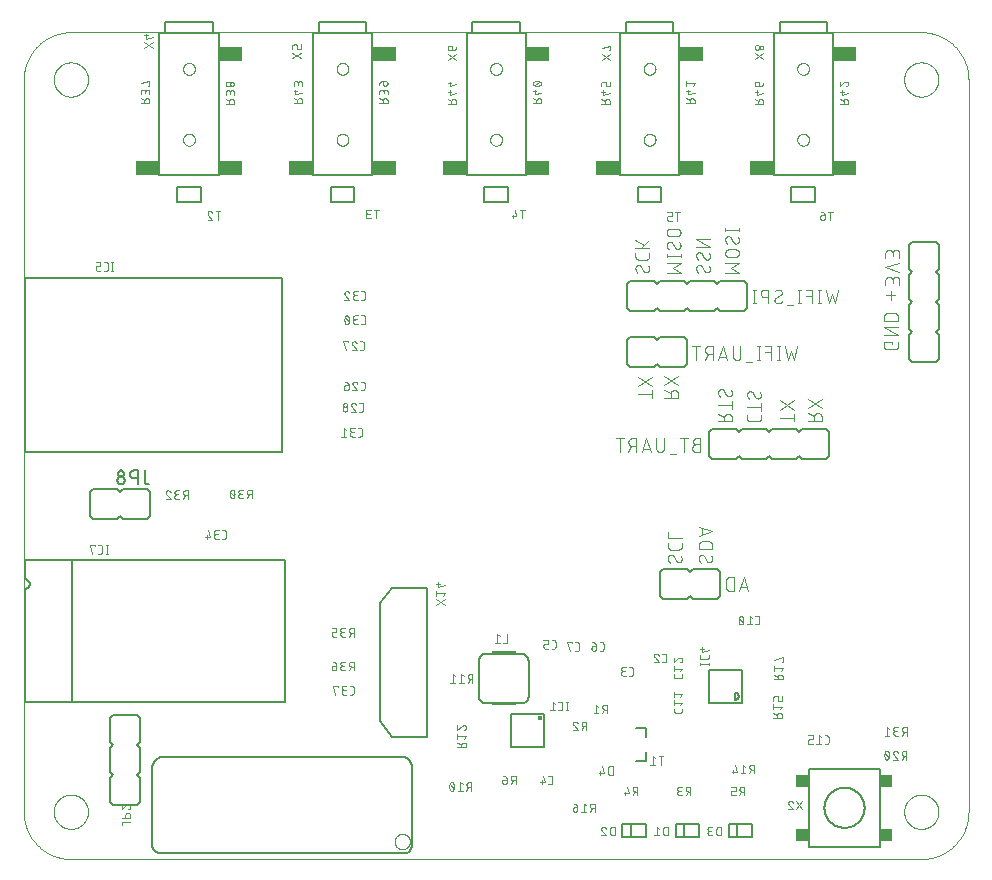
<source format=gbo>
G75*
%MOIN*%
%OFA0B0*%
%FSLAX25Y25*%
%IPPOS*%
%LPD*%
%AMOC8*
5,1,8,0,0,1.08239X$1,22.5*
%
%ADD10C,0.00000*%
%ADD11C,0.00400*%
%ADD12C,0.00300*%
%ADD13C,0.00500*%
%ADD14R,0.07874X0.00768*%
%ADD15C,0.00600*%
%ADD16R,0.03937X0.03937*%
%ADD17C,0.00800*%
%ADD18C,0.01575*%
%ADD19R,0.07874X0.04724*%
D10*
X0017248Y0015345D02*
X0300713Y0015345D01*
X0295004Y0031093D02*
X0295006Y0031244D01*
X0295012Y0031394D01*
X0295022Y0031545D01*
X0295036Y0031695D01*
X0295054Y0031844D01*
X0295075Y0031994D01*
X0295101Y0032142D01*
X0295131Y0032290D01*
X0295164Y0032437D01*
X0295202Y0032583D01*
X0295243Y0032728D01*
X0295288Y0032872D01*
X0295337Y0033014D01*
X0295390Y0033155D01*
X0295446Y0033295D01*
X0295506Y0033433D01*
X0295569Y0033570D01*
X0295637Y0033705D01*
X0295707Y0033838D01*
X0295781Y0033969D01*
X0295859Y0034098D01*
X0295940Y0034225D01*
X0296024Y0034350D01*
X0296112Y0034473D01*
X0296203Y0034593D01*
X0296297Y0034711D01*
X0296394Y0034826D01*
X0296494Y0034939D01*
X0296597Y0035049D01*
X0296703Y0035156D01*
X0296812Y0035261D01*
X0296923Y0035362D01*
X0297037Y0035461D01*
X0297153Y0035556D01*
X0297273Y0035649D01*
X0297394Y0035738D01*
X0297518Y0035824D01*
X0297644Y0035907D01*
X0297772Y0035986D01*
X0297902Y0036062D01*
X0298034Y0036135D01*
X0298168Y0036203D01*
X0298304Y0036269D01*
X0298442Y0036331D01*
X0298581Y0036389D01*
X0298721Y0036443D01*
X0298863Y0036494D01*
X0299006Y0036541D01*
X0299151Y0036584D01*
X0299296Y0036623D01*
X0299443Y0036659D01*
X0299590Y0036690D01*
X0299738Y0036718D01*
X0299887Y0036742D01*
X0300036Y0036762D01*
X0300186Y0036778D01*
X0300336Y0036790D01*
X0300487Y0036798D01*
X0300638Y0036802D01*
X0300788Y0036802D01*
X0300939Y0036798D01*
X0301090Y0036790D01*
X0301240Y0036778D01*
X0301390Y0036762D01*
X0301539Y0036742D01*
X0301688Y0036718D01*
X0301836Y0036690D01*
X0301983Y0036659D01*
X0302130Y0036623D01*
X0302275Y0036584D01*
X0302420Y0036541D01*
X0302563Y0036494D01*
X0302705Y0036443D01*
X0302845Y0036389D01*
X0302984Y0036331D01*
X0303122Y0036269D01*
X0303258Y0036203D01*
X0303392Y0036135D01*
X0303524Y0036062D01*
X0303654Y0035986D01*
X0303782Y0035907D01*
X0303908Y0035824D01*
X0304032Y0035738D01*
X0304153Y0035649D01*
X0304273Y0035556D01*
X0304389Y0035461D01*
X0304503Y0035362D01*
X0304614Y0035261D01*
X0304723Y0035156D01*
X0304829Y0035049D01*
X0304932Y0034939D01*
X0305032Y0034826D01*
X0305129Y0034711D01*
X0305223Y0034593D01*
X0305314Y0034473D01*
X0305402Y0034350D01*
X0305486Y0034225D01*
X0305567Y0034098D01*
X0305645Y0033969D01*
X0305719Y0033838D01*
X0305789Y0033705D01*
X0305857Y0033570D01*
X0305920Y0033433D01*
X0305980Y0033295D01*
X0306036Y0033155D01*
X0306089Y0033014D01*
X0306138Y0032872D01*
X0306183Y0032728D01*
X0306224Y0032583D01*
X0306262Y0032437D01*
X0306295Y0032290D01*
X0306325Y0032142D01*
X0306351Y0031994D01*
X0306372Y0031844D01*
X0306390Y0031695D01*
X0306404Y0031545D01*
X0306414Y0031394D01*
X0306420Y0031244D01*
X0306422Y0031093D01*
X0306420Y0030942D01*
X0306414Y0030792D01*
X0306404Y0030641D01*
X0306390Y0030491D01*
X0306372Y0030342D01*
X0306351Y0030192D01*
X0306325Y0030044D01*
X0306295Y0029896D01*
X0306262Y0029749D01*
X0306224Y0029603D01*
X0306183Y0029458D01*
X0306138Y0029314D01*
X0306089Y0029172D01*
X0306036Y0029031D01*
X0305980Y0028891D01*
X0305920Y0028753D01*
X0305857Y0028616D01*
X0305789Y0028481D01*
X0305719Y0028348D01*
X0305645Y0028217D01*
X0305567Y0028088D01*
X0305486Y0027961D01*
X0305402Y0027836D01*
X0305314Y0027713D01*
X0305223Y0027593D01*
X0305129Y0027475D01*
X0305032Y0027360D01*
X0304932Y0027247D01*
X0304829Y0027137D01*
X0304723Y0027030D01*
X0304614Y0026925D01*
X0304503Y0026824D01*
X0304389Y0026725D01*
X0304273Y0026630D01*
X0304153Y0026537D01*
X0304032Y0026448D01*
X0303908Y0026362D01*
X0303782Y0026279D01*
X0303654Y0026200D01*
X0303524Y0026124D01*
X0303392Y0026051D01*
X0303258Y0025983D01*
X0303122Y0025917D01*
X0302984Y0025855D01*
X0302845Y0025797D01*
X0302705Y0025743D01*
X0302563Y0025692D01*
X0302420Y0025645D01*
X0302275Y0025602D01*
X0302130Y0025563D01*
X0301983Y0025527D01*
X0301836Y0025496D01*
X0301688Y0025468D01*
X0301539Y0025444D01*
X0301390Y0025424D01*
X0301240Y0025408D01*
X0301090Y0025396D01*
X0300939Y0025388D01*
X0300788Y0025384D01*
X0300638Y0025384D01*
X0300487Y0025388D01*
X0300336Y0025396D01*
X0300186Y0025408D01*
X0300036Y0025424D01*
X0299887Y0025444D01*
X0299738Y0025468D01*
X0299590Y0025496D01*
X0299443Y0025527D01*
X0299296Y0025563D01*
X0299151Y0025602D01*
X0299006Y0025645D01*
X0298863Y0025692D01*
X0298721Y0025743D01*
X0298581Y0025797D01*
X0298442Y0025855D01*
X0298304Y0025917D01*
X0298168Y0025983D01*
X0298034Y0026051D01*
X0297902Y0026124D01*
X0297772Y0026200D01*
X0297644Y0026279D01*
X0297518Y0026362D01*
X0297394Y0026448D01*
X0297273Y0026537D01*
X0297153Y0026630D01*
X0297037Y0026725D01*
X0296923Y0026824D01*
X0296812Y0026925D01*
X0296703Y0027030D01*
X0296597Y0027137D01*
X0296494Y0027247D01*
X0296394Y0027360D01*
X0296297Y0027475D01*
X0296203Y0027593D01*
X0296112Y0027713D01*
X0296024Y0027836D01*
X0295940Y0027961D01*
X0295859Y0028088D01*
X0295781Y0028217D01*
X0295707Y0028348D01*
X0295637Y0028481D01*
X0295569Y0028616D01*
X0295506Y0028753D01*
X0295446Y0028891D01*
X0295390Y0029031D01*
X0295337Y0029172D01*
X0295288Y0029314D01*
X0295243Y0029458D01*
X0295202Y0029603D01*
X0295164Y0029749D01*
X0295131Y0029896D01*
X0295101Y0030044D01*
X0295075Y0030192D01*
X0295054Y0030342D01*
X0295036Y0030491D01*
X0295022Y0030641D01*
X0295012Y0030792D01*
X0295006Y0030942D01*
X0295004Y0031093D01*
X0300713Y0015345D02*
X0301094Y0015350D01*
X0301474Y0015363D01*
X0301854Y0015386D01*
X0302233Y0015419D01*
X0302611Y0015460D01*
X0302988Y0015510D01*
X0303364Y0015570D01*
X0303739Y0015638D01*
X0304111Y0015716D01*
X0304482Y0015803D01*
X0304850Y0015898D01*
X0305216Y0016003D01*
X0305579Y0016116D01*
X0305940Y0016238D01*
X0306297Y0016368D01*
X0306651Y0016508D01*
X0307002Y0016655D01*
X0307349Y0016812D01*
X0307692Y0016976D01*
X0308031Y0017149D01*
X0308366Y0017330D01*
X0308697Y0017519D01*
X0309022Y0017716D01*
X0309343Y0017920D01*
X0309659Y0018133D01*
X0309969Y0018353D01*
X0310275Y0018580D01*
X0310574Y0018815D01*
X0310868Y0019057D01*
X0311156Y0019305D01*
X0311438Y0019561D01*
X0311713Y0019824D01*
X0311982Y0020093D01*
X0312245Y0020368D01*
X0312501Y0020650D01*
X0312749Y0020938D01*
X0312991Y0021232D01*
X0313226Y0021531D01*
X0313453Y0021837D01*
X0313673Y0022147D01*
X0313886Y0022463D01*
X0314090Y0022784D01*
X0314287Y0023109D01*
X0314476Y0023440D01*
X0314657Y0023775D01*
X0314830Y0024114D01*
X0314994Y0024457D01*
X0315151Y0024804D01*
X0315298Y0025155D01*
X0315438Y0025509D01*
X0315568Y0025866D01*
X0315690Y0026227D01*
X0315803Y0026590D01*
X0315908Y0026956D01*
X0316003Y0027324D01*
X0316090Y0027695D01*
X0316168Y0028067D01*
X0316236Y0028442D01*
X0316296Y0028818D01*
X0316346Y0029195D01*
X0316387Y0029573D01*
X0316420Y0029952D01*
X0316443Y0030332D01*
X0316456Y0030712D01*
X0316461Y0031093D01*
X0316461Y0275187D01*
X0295004Y0275187D02*
X0295006Y0275338D01*
X0295012Y0275488D01*
X0295022Y0275639D01*
X0295036Y0275789D01*
X0295054Y0275938D01*
X0295075Y0276088D01*
X0295101Y0276236D01*
X0295131Y0276384D01*
X0295164Y0276531D01*
X0295202Y0276677D01*
X0295243Y0276822D01*
X0295288Y0276966D01*
X0295337Y0277108D01*
X0295390Y0277249D01*
X0295446Y0277389D01*
X0295506Y0277527D01*
X0295569Y0277664D01*
X0295637Y0277799D01*
X0295707Y0277932D01*
X0295781Y0278063D01*
X0295859Y0278192D01*
X0295940Y0278319D01*
X0296024Y0278444D01*
X0296112Y0278567D01*
X0296203Y0278687D01*
X0296297Y0278805D01*
X0296394Y0278920D01*
X0296494Y0279033D01*
X0296597Y0279143D01*
X0296703Y0279250D01*
X0296812Y0279355D01*
X0296923Y0279456D01*
X0297037Y0279555D01*
X0297153Y0279650D01*
X0297273Y0279743D01*
X0297394Y0279832D01*
X0297518Y0279918D01*
X0297644Y0280001D01*
X0297772Y0280080D01*
X0297902Y0280156D01*
X0298034Y0280229D01*
X0298168Y0280297D01*
X0298304Y0280363D01*
X0298442Y0280425D01*
X0298581Y0280483D01*
X0298721Y0280537D01*
X0298863Y0280588D01*
X0299006Y0280635D01*
X0299151Y0280678D01*
X0299296Y0280717D01*
X0299443Y0280753D01*
X0299590Y0280784D01*
X0299738Y0280812D01*
X0299887Y0280836D01*
X0300036Y0280856D01*
X0300186Y0280872D01*
X0300336Y0280884D01*
X0300487Y0280892D01*
X0300638Y0280896D01*
X0300788Y0280896D01*
X0300939Y0280892D01*
X0301090Y0280884D01*
X0301240Y0280872D01*
X0301390Y0280856D01*
X0301539Y0280836D01*
X0301688Y0280812D01*
X0301836Y0280784D01*
X0301983Y0280753D01*
X0302130Y0280717D01*
X0302275Y0280678D01*
X0302420Y0280635D01*
X0302563Y0280588D01*
X0302705Y0280537D01*
X0302845Y0280483D01*
X0302984Y0280425D01*
X0303122Y0280363D01*
X0303258Y0280297D01*
X0303392Y0280229D01*
X0303524Y0280156D01*
X0303654Y0280080D01*
X0303782Y0280001D01*
X0303908Y0279918D01*
X0304032Y0279832D01*
X0304153Y0279743D01*
X0304273Y0279650D01*
X0304389Y0279555D01*
X0304503Y0279456D01*
X0304614Y0279355D01*
X0304723Y0279250D01*
X0304829Y0279143D01*
X0304932Y0279033D01*
X0305032Y0278920D01*
X0305129Y0278805D01*
X0305223Y0278687D01*
X0305314Y0278567D01*
X0305402Y0278444D01*
X0305486Y0278319D01*
X0305567Y0278192D01*
X0305645Y0278063D01*
X0305719Y0277932D01*
X0305789Y0277799D01*
X0305857Y0277664D01*
X0305920Y0277527D01*
X0305980Y0277389D01*
X0306036Y0277249D01*
X0306089Y0277108D01*
X0306138Y0276966D01*
X0306183Y0276822D01*
X0306224Y0276677D01*
X0306262Y0276531D01*
X0306295Y0276384D01*
X0306325Y0276236D01*
X0306351Y0276088D01*
X0306372Y0275938D01*
X0306390Y0275789D01*
X0306404Y0275639D01*
X0306414Y0275488D01*
X0306420Y0275338D01*
X0306422Y0275187D01*
X0306420Y0275036D01*
X0306414Y0274886D01*
X0306404Y0274735D01*
X0306390Y0274585D01*
X0306372Y0274436D01*
X0306351Y0274286D01*
X0306325Y0274138D01*
X0306295Y0273990D01*
X0306262Y0273843D01*
X0306224Y0273697D01*
X0306183Y0273552D01*
X0306138Y0273408D01*
X0306089Y0273266D01*
X0306036Y0273125D01*
X0305980Y0272985D01*
X0305920Y0272847D01*
X0305857Y0272710D01*
X0305789Y0272575D01*
X0305719Y0272442D01*
X0305645Y0272311D01*
X0305567Y0272182D01*
X0305486Y0272055D01*
X0305402Y0271930D01*
X0305314Y0271807D01*
X0305223Y0271687D01*
X0305129Y0271569D01*
X0305032Y0271454D01*
X0304932Y0271341D01*
X0304829Y0271231D01*
X0304723Y0271124D01*
X0304614Y0271019D01*
X0304503Y0270918D01*
X0304389Y0270819D01*
X0304273Y0270724D01*
X0304153Y0270631D01*
X0304032Y0270542D01*
X0303908Y0270456D01*
X0303782Y0270373D01*
X0303654Y0270294D01*
X0303524Y0270218D01*
X0303392Y0270145D01*
X0303258Y0270077D01*
X0303122Y0270011D01*
X0302984Y0269949D01*
X0302845Y0269891D01*
X0302705Y0269837D01*
X0302563Y0269786D01*
X0302420Y0269739D01*
X0302275Y0269696D01*
X0302130Y0269657D01*
X0301983Y0269621D01*
X0301836Y0269590D01*
X0301688Y0269562D01*
X0301539Y0269538D01*
X0301390Y0269518D01*
X0301240Y0269502D01*
X0301090Y0269490D01*
X0300939Y0269482D01*
X0300788Y0269478D01*
X0300638Y0269478D01*
X0300487Y0269482D01*
X0300336Y0269490D01*
X0300186Y0269502D01*
X0300036Y0269518D01*
X0299887Y0269538D01*
X0299738Y0269562D01*
X0299590Y0269590D01*
X0299443Y0269621D01*
X0299296Y0269657D01*
X0299151Y0269696D01*
X0299006Y0269739D01*
X0298863Y0269786D01*
X0298721Y0269837D01*
X0298581Y0269891D01*
X0298442Y0269949D01*
X0298304Y0270011D01*
X0298168Y0270077D01*
X0298034Y0270145D01*
X0297902Y0270218D01*
X0297772Y0270294D01*
X0297644Y0270373D01*
X0297518Y0270456D01*
X0297394Y0270542D01*
X0297273Y0270631D01*
X0297153Y0270724D01*
X0297037Y0270819D01*
X0296923Y0270918D01*
X0296812Y0271019D01*
X0296703Y0271124D01*
X0296597Y0271231D01*
X0296494Y0271341D01*
X0296394Y0271454D01*
X0296297Y0271569D01*
X0296203Y0271687D01*
X0296112Y0271807D01*
X0296024Y0271930D01*
X0295940Y0272055D01*
X0295859Y0272182D01*
X0295781Y0272311D01*
X0295707Y0272442D01*
X0295637Y0272575D01*
X0295569Y0272710D01*
X0295506Y0272847D01*
X0295446Y0272985D01*
X0295390Y0273125D01*
X0295337Y0273266D01*
X0295288Y0273408D01*
X0295243Y0273552D01*
X0295202Y0273697D01*
X0295164Y0273843D01*
X0295131Y0273990D01*
X0295101Y0274138D01*
X0295075Y0274286D01*
X0295054Y0274436D01*
X0295036Y0274585D01*
X0295022Y0274735D01*
X0295012Y0274886D01*
X0295006Y0275036D01*
X0295004Y0275187D01*
X0300713Y0290935D02*
X0301094Y0290930D01*
X0301474Y0290917D01*
X0301854Y0290894D01*
X0302233Y0290861D01*
X0302611Y0290820D01*
X0302988Y0290770D01*
X0303364Y0290710D01*
X0303739Y0290642D01*
X0304111Y0290564D01*
X0304482Y0290477D01*
X0304850Y0290382D01*
X0305216Y0290277D01*
X0305579Y0290164D01*
X0305940Y0290042D01*
X0306297Y0289912D01*
X0306651Y0289772D01*
X0307002Y0289625D01*
X0307349Y0289468D01*
X0307692Y0289304D01*
X0308031Y0289131D01*
X0308366Y0288950D01*
X0308697Y0288761D01*
X0309022Y0288564D01*
X0309343Y0288360D01*
X0309659Y0288147D01*
X0309969Y0287927D01*
X0310275Y0287700D01*
X0310574Y0287465D01*
X0310868Y0287223D01*
X0311156Y0286975D01*
X0311438Y0286719D01*
X0311713Y0286456D01*
X0311982Y0286187D01*
X0312245Y0285912D01*
X0312501Y0285630D01*
X0312749Y0285342D01*
X0312991Y0285048D01*
X0313226Y0284749D01*
X0313453Y0284443D01*
X0313673Y0284133D01*
X0313886Y0283817D01*
X0314090Y0283496D01*
X0314287Y0283171D01*
X0314476Y0282840D01*
X0314657Y0282505D01*
X0314830Y0282166D01*
X0314994Y0281823D01*
X0315151Y0281476D01*
X0315298Y0281125D01*
X0315438Y0280771D01*
X0315568Y0280414D01*
X0315690Y0280053D01*
X0315803Y0279690D01*
X0315908Y0279324D01*
X0316003Y0278956D01*
X0316090Y0278585D01*
X0316168Y0278213D01*
X0316236Y0277838D01*
X0316296Y0277462D01*
X0316346Y0277085D01*
X0316387Y0276707D01*
X0316420Y0276328D01*
X0316443Y0275948D01*
X0316456Y0275568D01*
X0316461Y0275187D01*
X0300713Y0290935D02*
X0017248Y0290935D01*
X0011539Y0275187D02*
X0011541Y0275338D01*
X0011547Y0275488D01*
X0011557Y0275639D01*
X0011571Y0275789D01*
X0011589Y0275938D01*
X0011610Y0276088D01*
X0011636Y0276236D01*
X0011666Y0276384D01*
X0011699Y0276531D01*
X0011737Y0276677D01*
X0011778Y0276822D01*
X0011823Y0276966D01*
X0011872Y0277108D01*
X0011925Y0277249D01*
X0011981Y0277389D01*
X0012041Y0277527D01*
X0012104Y0277664D01*
X0012172Y0277799D01*
X0012242Y0277932D01*
X0012316Y0278063D01*
X0012394Y0278192D01*
X0012475Y0278319D01*
X0012559Y0278444D01*
X0012647Y0278567D01*
X0012738Y0278687D01*
X0012832Y0278805D01*
X0012929Y0278920D01*
X0013029Y0279033D01*
X0013132Y0279143D01*
X0013238Y0279250D01*
X0013347Y0279355D01*
X0013458Y0279456D01*
X0013572Y0279555D01*
X0013688Y0279650D01*
X0013808Y0279743D01*
X0013929Y0279832D01*
X0014053Y0279918D01*
X0014179Y0280001D01*
X0014307Y0280080D01*
X0014437Y0280156D01*
X0014569Y0280229D01*
X0014703Y0280297D01*
X0014839Y0280363D01*
X0014977Y0280425D01*
X0015116Y0280483D01*
X0015256Y0280537D01*
X0015398Y0280588D01*
X0015541Y0280635D01*
X0015686Y0280678D01*
X0015831Y0280717D01*
X0015978Y0280753D01*
X0016125Y0280784D01*
X0016273Y0280812D01*
X0016422Y0280836D01*
X0016571Y0280856D01*
X0016721Y0280872D01*
X0016871Y0280884D01*
X0017022Y0280892D01*
X0017173Y0280896D01*
X0017323Y0280896D01*
X0017474Y0280892D01*
X0017625Y0280884D01*
X0017775Y0280872D01*
X0017925Y0280856D01*
X0018074Y0280836D01*
X0018223Y0280812D01*
X0018371Y0280784D01*
X0018518Y0280753D01*
X0018665Y0280717D01*
X0018810Y0280678D01*
X0018955Y0280635D01*
X0019098Y0280588D01*
X0019240Y0280537D01*
X0019380Y0280483D01*
X0019519Y0280425D01*
X0019657Y0280363D01*
X0019793Y0280297D01*
X0019927Y0280229D01*
X0020059Y0280156D01*
X0020189Y0280080D01*
X0020317Y0280001D01*
X0020443Y0279918D01*
X0020567Y0279832D01*
X0020688Y0279743D01*
X0020808Y0279650D01*
X0020924Y0279555D01*
X0021038Y0279456D01*
X0021149Y0279355D01*
X0021258Y0279250D01*
X0021364Y0279143D01*
X0021467Y0279033D01*
X0021567Y0278920D01*
X0021664Y0278805D01*
X0021758Y0278687D01*
X0021849Y0278567D01*
X0021937Y0278444D01*
X0022021Y0278319D01*
X0022102Y0278192D01*
X0022180Y0278063D01*
X0022254Y0277932D01*
X0022324Y0277799D01*
X0022392Y0277664D01*
X0022455Y0277527D01*
X0022515Y0277389D01*
X0022571Y0277249D01*
X0022624Y0277108D01*
X0022673Y0276966D01*
X0022718Y0276822D01*
X0022759Y0276677D01*
X0022797Y0276531D01*
X0022830Y0276384D01*
X0022860Y0276236D01*
X0022886Y0276088D01*
X0022907Y0275938D01*
X0022925Y0275789D01*
X0022939Y0275639D01*
X0022949Y0275488D01*
X0022955Y0275338D01*
X0022957Y0275187D01*
X0022955Y0275036D01*
X0022949Y0274886D01*
X0022939Y0274735D01*
X0022925Y0274585D01*
X0022907Y0274436D01*
X0022886Y0274286D01*
X0022860Y0274138D01*
X0022830Y0273990D01*
X0022797Y0273843D01*
X0022759Y0273697D01*
X0022718Y0273552D01*
X0022673Y0273408D01*
X0022624Y0273266D01*
X0022571Y0273125D01*
X0022515Y0272985D01*
X0022455Y0272847D01*
X0022392Y0272710D01*
X0022324Y0272575D01*
X0022254Y0272442D01*
X0022180Y0272311D01*
X0022102Y0272182D01*
X0022021Y0272055D01*
X0021937Y0271930D01*
X0021849Y0271807D01*
X0021758Y0271687D01*
X0021664Y0271569D01*
X0021567Y0271454D01*
X0021467Y0271341D01*
X0021364Y0271231D01*
X0021258Y0271124D01*
X0021149Y0271019D01*
X0021038Y0270918D01*
X0020924Y0270819D01*
X0020808Y0270724D01*
X0020688Y0270631D01*
X0020567Y0270542D01*
X0020443Y0270456D01*
X0020317Y0270373D01*
X0020189Y0270294D01*
X0020059Y0270218D01*
X0019927Y0270145D01*
X0019793Y0270077D01*
X0019657Y0270011D01*
X0019519Y0269949D01*
X0019380Y0269891D01*
X0019240Y0269837D01*
X0019098Y0269786D01*
X0018955Y0269739D01*
X0018810Y0269696D01*
X0018665Y0269657D01*
X0018518Y0269621D01*
X0018371Y0269590D01*
X0018223Y0269562D01*
X0018074Y0269538D01*
X0017925Y0269518D01*
X0017775Y0269502D01*
X0017625Y0269490D01*
X0017474Y0269482D01*
X0017323Y0269478D01*
X0017173Y0269478D01*
X0017022Y0269482D01*
X0016871Y0269490D01*
X0016721Y0269502D01*
X0016571Y0269518D01*
X0016422Y0269538D01*
X0016273Y0269562D01*
X0016125Y0269590D01*
X0015978Y0269621D01*
X0015831Y0269657D01*
X0015686Y0269696D01*
X0015541Y0269739D01*
X0015398Y0269786D01*
X0015256Y0269837D01*
X0015116Y0269891D01*
X0014977Y0269949D01*
X0014839Y0270011D01*
X0014703Y0270077D01*
X0014569Y0270145D01*
X0014437Y0270218D01*
X0014307Y0270294D01*
X0014179Y0270373D01*
X0014053Y0270456D01*
X0013929Y0270542D01*
X0013808Y0270631D01*
X0013688Y0270724D01*
X0013572Y0270819D01*
X0013458Y0270918D01*
X0013347Y0271019D01*
X0013238Y0271124D01*
X0013132Y0271231D01*
X0013029Y0271341D01*
X0012929Y0271454D01*
X0012832Y0271569D01*
X0012738Y0271687D01*
X0012647Y0271807D01*
X0012559Y0271930D01*
X0012475Y0272055D01*
X0012394Y0272182D01*
X0012316Y0272311D01*
X0012242Y0272442D01*
X0012172Y0272575D01*
X0012104Y0272710D01*
X0012041Y0272847D01*
X0011981Y0272985D01*
X0011925Y0273125D01*
X0011872Y0273266D01*
X0011823Y0273408D01*
X0011778Y0273552D01*
X0011737Y0273697D01*
X0011699Y0273843D01*
X0011666Y0273990D01*
X0011636Y0274138D01*
X0011610Y0274286D01*
X0011589Y0274436D01*
X0011571Y0274585D01*
X0011557Y0274735D01*
X0011547Y0274886D01*
X0011541Y0275036D01*
X0011539Y0275187D01*
X0001500Y0275187D02*
X0001505Y0275568D01*
X0001518Y0275948D01*
X0001541Y0276328D01*
X0001574Y0276707D01*
X0001615Y0277085D01*
X0001665Y0277462D01*
X0001725Y0277838D01*
X0001793Y0278213D01*
X0001871Y0278585D01*
X0001958Y0278956D01*
X0002053Y0279324D01*
X0002158Y0279690D01*
X0002271Y0280053D01*
X0002393Y0280414D01*
X0002523Y0280771D01*
X0002663Y0281125D01*
X0002810Y0281476D01*
X0002967Y0281823D01*
X0003131Y0282166D01*
X0003304Y0282505D01*
X0003485Y0282840D01*
X0003674Y0283171D01*
X0003871Y0283496D01*
X0004075Y0283817D01*
X0004288Y0284133D01*
X0004508Y0284443D01*
X0004735Y0284749D01*
X0004970Y0285048D01*
X0005212Y0285342D01*
X0005460Y0285630D01*
X0005716Y0285912D01*
X0005979Y0286187D01*
X0006248Y0286456D01*
X0006523Y0286719D01*
X0006805Y0286975D01*
X0007093Y0287223D01*
X0007387Y0287465D01*
X0007686Y0287700D01*
X0007992Y0287927D01*
X0008302Y0288147D01*
X0008618Y0288360D01*
X0008939Y0288564D01*
X0009264Y0288761D01*
X0009595Y0288950D01*
X0009930Y0289131D01*
X0010269Y0289304D01*
X0010612Y0289468D01*
X0010959Y0289625D01*
X0011310Y0289772D01*
X0011664Y0289912D01*
X0012021Y0290042D01*
X0012382Y0290164D01*
X0012745Y0290277D01*
X0013111Y0290382D01*
X0013479Y0290477D01*
X0013850Y0290564D01*
X0014222Y0290642D01*
X0014597Y0290710D01*
X0014973Y0290770D01*
X0015350Y0290820D01*
X0015728Y0290861D01*
X0016107Y0290894D01*
X0016487Y0290917D01*
X0016867Y0290930D01*
X0017248Y0290935D01*
X0001500Y0275187D02*
X0001500Y0031093D01*
X0011539Y0031093D02*
X0011541Y0031244D01*
X0011547Y0031394D01*
X0011557Y0031545D01*
X0011571Y0031695D01*
X0011589Y0031844D01*
X0011610Y0031994D01*
X0011636Y0032142D01*
X0011666Y0032290D01*
X0011699Y0032437D01*
X0011737Y0032583D01*
X0011778Y0032728D01*
X0011823Y0032872D01*
X0011872Y0033014D01*
X0011925Y0033155D01*
X0011981Y0033295D01*
X0012041Y0033433D01*
X0012104Y0033570D01*
X0012172Y0033705D01*
X0012242Y0033838D01*
X0012316Y0033969D01*
X0012394Y0034098D01*
X0012475Y0034225D01*
X0012559Y0034350D01*
X0012647Y0034473D01*
X0012738Y0034593D01*
X0012832Y0034711D01*
X0012929Y0034826D01*
X0013029Y0034939D01*
X0013132Y0035049D01*
X0013238Y0035156D01*
X0013347Y0035261D01*
X0013458Y0035362D01*
X0013572Y0035461D01*
X0013688Y0035556D01*
X0013808Y0035649D01*
X0013929Y0035738D01*
X0014053Y0035824D01*
X0014179Y0035907D01*
X0014307Y0035986D01*
X0014437Y0036062D01*
X0014569Y0036135D01*
X0014703Y0036203D01*
X0014839Y0036269D01*
X0014977Y0036331D01*
X0015116Y0036389D01*
X0015256Y0036443D01*
X0015398Y0036494D01*
X0015541Y0036541D01*
X0015686Y0036584D01*
X0015831Y0036623D01*
X0015978Y0036659D01*
X0016125Y0036690D01*
X0016273Y0036718D01*
X0016422Y0036742D01*
X0016571Y0036762D01*
X0016721Y0036778D01*
X0016871Y0036790D01*
X0017022Y0036798D01*
X0017173Y0036802D01*
X0017323Y0036802D01*
X0017474Y0036798D01*
X0017625Y0036790D01*
X0017775Y0036778D01*
X0017925Y0036762D01*
X0018074Y0036742D01*
X0018223Y0036718D01*
X0018371Y0036690D01*
X0018518Y0036659D01*
X0018665Y0036623D01*
X0018810Y0036584D01*
X0018955Y0036541D01*
X0019098Y0036494D01*
X0019240Y0036443D01*
X0019380Y0036389D01*
X0019519Y0036331D01*
X0019657Y0036269D01*
X0019793Y0036203D01*
X0019927Y0036135D01*
X0020059Y0036062D01*
X0020189Y0035986D01*
X0020317Y0035907D01*
X0020443Y0035824D01*
X0020567Y0035738D01*
X0020688Y0035649D01*
X0020808Y0035556D01*
X0020924Y0035461D01*
X0021038Y0035362D01*
X0021149Y0035261D01*
X0021258Y0035156D01*
X0021364Y0035049D01*
X0021467Y0034939D01*
X0021567Y0034826D01*
X0021664Y0034711D01*
X0021758Y0034593D01*
X0021849Y0034473D01*
X0021937Y0034350D01*
X0022021Y0034225D01*
X0022102Y0034098D01*
X0022180Y0033969D01*
X0022254Y0033838D01*
X0022324Y0033705D01*
X0022392Y0033570D01*
X0022455Y0033433D01*
X0022515Y0033295D01*
X0022571Y0033155D01*
X0022624Y0033014D01*
X0022673Y0032872D01*
X0022718Y0032728D01*
X0022759Y0032583D01*
X0022797Y0032437D01*
X0022830Y0032290D01*
X0022860Y0032142D01*
X0022886Y0031994D01*
X0022907Y0031844D01*
X0022925Y0031695D01*
X0022939Y0031545D01*
X0022949Y0031394D01*
X0022955Y0031244D01*
X0022957Y0031093D01*
X0022955Y0030942D01*
X0022949Y0030792D01*
X0022939Y0030641D01*
X0022925Y0030491D01*
X0022907Y0030342D01*
X0022886Y0030192D01*
X0022860Y0030044D01*
X0022830Y0029896D01*
X0022797Y0029749D01*
X0022759Y0029603D01*
X0022718Y0029458D01*
X0022673Y0029314D01*
X0022624Y0029172D01*
X0022571Y0029031D01*
X0022515Y0028891D01*
X0022455Y0028753D01*
X0022392Y0028616D01*
X0022324Y0028481D01*
X0022254Y0028348D01*
X0022180Y0028217D01*
X0022102Y0028088D01*
X0022021Y0027961D01*
X0021937Y0027836D01*
X0021849Y0027713D01*
X0021758Y0027593D01*
X0021664Y0027475D01*
X0021567Y0027360D01*
X0021467Y0027247D01*
X0021364Y0027137D01*
X0021258Y0027030D01*
X0021149Y0026925D01*
X0021038Y0026824D01*
X0020924Y0026725D01*
X0020808Y0026630D01*
X0020688Y0026537D01*
X0020567Y0026448D01*
X0020443Y0026362D01*
X0020317Y0026279D01*
X0020189Y0026200D01*
X0020059Y0026124D01*
X0019927Y0026051D01*
X0019793Y0025983D01*
X0019657Y0025917D01*
X0019519Y0025855D01*
X0019380Y0025797D01*
X0019240Y0025743D01*
X0019098Y0025692D01*
X0018955Y0025645D01*
X0018810Y0025602D01*
X0018665Y0025563D01*
X0018518Y0025527D01*
X0018371Y0025496D01*
X0018223Y0025468D01*
X0018074Y0025444D01*
X0017925Y0025424D01*
X0017775Y0025408D01*
X0017625Y0025396D01*
X0017474Y0025388D01*
X0017323Y0025384D01*
X0017173Y0025384D01*
X0017022Y0025388D01*
X0016871Y0025396D01*
X0016721Y0025408D01*
X0016571Y0025424D01*
X0016422Y0025444D01*
X0016273Y0025468D01*
X0016125Y0025496D01*
X0015978Y0025527D01*
X0015831Y0025563D01*
X0015686Y0025602D01*
X0015541Y0025645D01*
X0015398Y0025692D01*
X0015256Y0025743D01*
X0015116Y0025797D01*
X0014977Y0025855D01*
X0014839Y0025917D01*
X0014703Y0025983D01*
X0014569Y0026051D01*
X0014437Y0026124D01*
X0014307Y0026200D01*
X0014179Y0026279D01*
X0014053Y0026362D01*
X0013929Y0026448D01*
X0013808Y0026537D01*
X0013688Y0026630D01*
X0013572Y0026725D01*
X0013458Y0026824D01*
X0013347Y0026925D01*
X0013238Y0027030D01*
X0013132Y0027137D01*
X0013029Y0027247D01*
X0012929Y0027360D01*
X0012832Y0027475D01*
X0012738Y0027593D01*
X0012647Y0027713D01*
X0012559Y0027836D01*
X0012475Y0027961D01*
X0012394Y0028088D01*
X0012316Y0028217D01*
X0012242Y0028348D01*
X0012172Y0028481D01*
X0012104Y0028616D01*
X0012041Y0028753D01*
X0011981Y0028891D01*
X0011925Y0029031D01*
X0011872Y0029172D01*
X0011823Y0029314D01*
X0011778Y0029458D01*
X0011737Y0029603D01*
X0011699Y0029749D01*
X0011666Y0029896D01*
X0011636Y0030044D01*
X0011610Y0030192D01*
X0011589Y0030342D01*
X0011571Y0030491D01*
X0011557Y0030641D01*
X0011547Y0030792D01*
X0011541Y0030942D01*
X0011539Y0031093D01*
X0001500Y0031093D02*
X0001505Y0030712D01*
X0001518Y0030332D01*
X0001541Y0029952D01*
X0001574Y0029573D01*
X0001615Y0029195D01*
X0001665Y0028818D01*
X0001725Y0028442D01*
X0001793Y0028067D01*
X0001871Y0027695D01*
X0001958Y0027324D01*
X0002053Y0026956D01*
X0002158Y0026590D01*
X0002271Y0026227D01*
X0002393Y0025866D01*
X0002523Y0025509D01*
X0002663Y0025155D01*
X0002810Y0024804D01*
X0002967Y0024457D01*
X0003131Y0024114D01*
X0003304Y0023775D01*
X0003485Y0023440D01*
X0003674Y0023109D01*
X0003871Y0022784D01*
X0004075Y0022463D01*
X0004288Y0022147D01*
X0004508Y0021837D01*
X0004735Y0021531D01*
X0004970Y0021232D01*
X0005212Y0020938D01*
X0005460Y0020650D01*
X0005716Y0020368D01*
X0005979Y0020093D01*
X0006248Y0019824D01*
X0006523Y0019561D01*
X0006805Y0019305D01*
X0007093Y0019057D01*
X0007387Y0018815D01*
X0007686Y0018580D01*
X0007992Y0018353D01*
X0008302Y0018133D01*
X0008618Y0017920D01*
X0008939Y0017716D01*
X0009264Y0017519D01*
X0009595Y0017330D01*
X0009930Y0017149D01*
X0010269Y0016976D01*
X0010612Y0016812D01*
X0010959Y0016655D01*
X0011310Y0016508D01*
X0011664Y0016368D01*
X0012021Y0016238D01*
X0012382Y0016116D01*
X0012745Y0016003D01*
X0013111Y0015898D01*
X0013479Y0015803D01*
X0013850Y0015716D01*
X0014222Y0015638D01*
X0014597Y0015570D01*
X0014973Y0015510D01*
X0015350Y0015460D01*
X0015728Y0015419D01*
X0016107Y0015386D01*
X0016487Y0015363D01*
X0016867Y0015350D01*
X0017248Y0015345D01*
X0125161Y0021171D02*
X0125163Y0021272D01*
X0125169Y0021373D01*
X0125179Y0021474D01*
X0125193Y0021574D01*
X0125211Y0021673D01*
X0125233Y0021772D01*
X0125258Y0021870D01*
X0125288Y0021967D01*
X0125321Y0022062D01*
X0125358Y0022156D01*
X0125399Y0022249D01*
X0125443Y0022340D01*
X0125491Y0022429D01*
X0125543Y0022516D01*
X0125598Y0022601D01*
X0125656Y0022683D01*
X0125717Y0022764D01*
X0125782Y0022842D01*
X0125849Y0022917D01*
X0125919Y0022989D01*
X0125993Y0023059D01*
X0126069Y0023126D01*
X0126147Y0023190D01*
X0126228Y0023250D01*
X0126311Y0023307D01*
X0126397Y0023361D01*
X0126485Y0023412D01*
X0126574Y0023459D01*
X0126665Y0023503D01*
X0126758Y0023542D01*
X0126853Y0023579D01*
X0126948Y0023611D01*
X0127045Y0023640D01*
X0127144Y0023664D01*
X0127242Y0023685D01*
X0127342Y0023702D01*
X0127442Y0023715D01*
X0127543Y0023724D01*
X0127644Y0023729D01*
X0127745Y0023730D01*
X0127846Y0023727D01*
X0127947Y0023720D01*
X0128048Y0023709D01*
X0128148Y0023694D01*
X0128247Y0023675D01*
X0128346Y0023652D01*
X0128443Y0023626D01*
X0128540Y0023595D01*
X0128635Y0023561D01*
X0128728Y0023523D01*
X0128821Y0023481D01*
X0128911Y0023436D01*
X0129000Y0023387D01*
X0129086Y0023335D01*
X0129170Y0023279D01*
X0129253Y0023220D01*
X0129332Y0023158D01*
X0129410Y0023093D01*
X0129484Y0023025D01*
X0129556Y0022953D01*
X0129625Y0022880D01*
X0129691Y0022803D01*
X0129754Y0022724D01*
X0129814Y0022642D01*
X0129870Y0022558D01*
X0129923Y0022472D01*
X0129973Y0022384D01*
X0130019Y0022294D01*
X0130062Y0022203D01*
X0130101Y0022109D01*
X0130136Y0022014D01*
X0130167Y0021918D01*
X0130195Y0021821D01*
X0130219Y0021723D01*
X0130239Y0021624D01*
X0130255Y0021524D01*
X0130267Y0021423D01*
X0130275Y0021323D01*
X0130279Y0021222D01*
X0130279Y0021120D01*
X0130275Y0021019D01*
X0130267Y0020919D01*
X0130255Y0020818D01*
X0130239Y0020718D01*
X0130219Y0020619D01*
X0130195Y0020521D01*
X0130167Y0020424D01*
X0130136Y0020328D01*
X0130101Y0020233D01*
X0130062Y0020139D01*
X0130019Y0020048D01*
X0129973Y0019958D01*
X0129923Y0019870D01*
X0129870Y0019784D01*
X0129814Y0019700D01*
X0129754Y0019618D01*
X0129691Y0019539D01*
X0129625Y0019462D01*
X0129556Y0019389D01*
X0129484Y0019317D01*
X0129410Y0019249D01*
X0129332Y0019184D01*
X0129253Y0019122D01*
X0129170Y0019063D01*
X0129086Y0019007D01*
X0128999Y0018955D01*
X0128911Y0018906D01*
X0128821Y0018861D01*
X0128728Y0018819D01*
X0128635Y0018781D01*
X0128540Y0018747D01*
X0128443Y0018716D01*
X0128346Y0018690D01*
X0128247Y0018667D01*
X0128148Y0018648D01*
X0128048Y0018633D01*
X0127947Y0018622D01*
X0127846Y0018615D01*
X0127745Y0018612D01*
X0127644Y0018613D01*
X0127543Y0018618D01*
X0127442Y0018627D01*
X0127342Y0018640D01*
X0127242Y0018657D01*
X0127144Y0018678D01*
X0127045Y0018702D01*
X0126948Y0018731D01*
X0126853Y0018763D01*
X0126758Y0018800D01*
X0126665Y0018839D01*
X0126574Y0018883D01*
X0126485Y0018930D01*
X0126397Y0018981D01*
X0126311Y0019035D01*
X0126228Y0019092D01*
X0126147Y0019152D01*
X0126069Y0019216D01*
X0125993Y0019283D01*
X0125919Y0019353D01*
X0125849Y0019425D01*
X0125782Y0019500D01*
X0125717Y0019578D01*
X0125656Y0019659D01*
X0125598Y0019741D01*
X0125543Y0019826D01*
X0125491Y0019913D01*
X0125443Y0020002D01*
X0125399Y0020093D01*
X0125358Y0020186D01*
X0125321Y0020280D01*
X0125288Y0020375D01*
X0125258Y0020472D01*
X0125233Y0020570D01*
X0125211Y0020669D01*
X0125193Y0020768D01*
X0125179Y0020868D01*
X0125169Y0020969D01*
X0125163Y0021070D01*
X0125161Y0021171D01*
X0105830Y0255108D02*
X0105832Y0255196D01*
X0105838Y0255284D01*
X0105848Y0255372D01*
X0105862Y0255460D01*
X0105879Y0255546D01*
X0105901Y0255632D01*
X0105926Y0255716D01*
X0105956Y0255800D01*
X0105988Y0255882D01*
X0106025Y0255962D01*
X0106065Y0256041D01*
X0106109Y0256118D01*
X0106156Y0256193D01*
X0106206Y0256265D01*
X0106260Y0256336D01*
X0106316Y0256403D01*
X0106376Y0256469D01*
X0106438Y0256531D01*
X0106504Y0256591D01*
X0106571Y0256647D01*
X0106642Y0256701D01*
X0106714Y0256751D01*
X0106789Y0256798D01*
X0106866Y0256842D01*
X0106945Y0256882D01*
X0107025Y0256919D01*
X0107107Y0256951D01*
X0107191Y0256981D01*
X0107275Y0257006D01*
X0107361Y0257028D01*
X0107447Y0257045D01*
X0107535Y0257059D01*
X0107623Y0257069D01*
X0107711Y0257075D01*
X0107799Y0257077D01*
X0107887Y0257075D01*
X0107975Y0257069D01*
X0108063Y0257059D01*
X0108151Y0257045D01*
X0108237Y0257028D01*
X0108323Y0257006D01*
X0108407Y0256981D01*
X0108491Y0256951D01*
X0108573Y0256919D01*
X0108653Y0256882D01*
X0108732Y0256842D01*
X0108809Y0256798D01*
X0108884Y0256751D01*
X0108956Y0256701D01*
X0109027Y0256647D01*
X0109094Y0256591D01*
X0109160Y0256531D01*
X0109222Y0256469D01*
X0109282Y0256403D01*
X0109338Y0256336D01*
X0109392Y0256265D01*
X0109442Y0256193D01*
X0109489Y0256118D01*
X0109533Y0256041D01*
X0109573Y0255962D01*
X0109610Y0255882D01*
X0109642Y0255800D01*
X0109672Y0255716D01*
X0109697Y0255632D01*
X0109719Y0255546D01*
X0109736Y0255460D01*
X0109750Y0255372D01*
X0109760Y0255284D01*
X0109766Y0255196D01*
X0109768Y0255108D01*
X0109766Y0255020D01*
X0109760Y0254932D01*
X0109750Y0254844D01*
X0109736Y0254756D01*
X0109719Y0254670D01*
X0109697Y0254584D01*
X0109672Y0254500D01*
X0109642Y0254416D01*
X0109610Y0254334D01*
X0109573Y0254254D01*
X0109533Y0254175D01*
X0109489Y0254098D01*
X0109442Y0254023D01*
X0109392Y0253951D01*
X0109338Y0253880D01*
X0109282Y0253813D01*
X0109222Y0253747D01*
X0109160Y0253685D01*
X0109094Y0253625D01*
X0109027Y0253569D01*
X0108956Y0253515D01*
X0108884Y0253465D01*
X0108809Y0253418D01*
X0108732Y0253374D01*
X0108653Y0253334D01*
X0108573Y0253297D01*
X0108491Y0253265D01*
X0108407Y0253235D01*
X0108323Y0253210D01*
X0108237Y0253188D01*
X0108151Y0253171D01*
X0108063Y0253157D01*
X0107975Y0253147D01*
X0107887Y0253141D01*
X0107799Y0253139D01*
X0107711Y0253141D01*
X0107623Y0253147D01*
X0107535Y0253157D01*
X0107447Y0253171D01*
X0107361Y0253188D01*
X0107275Y0253210D01*
X0107191Y0253235D01*
X0107107Y0253265D01*
X0107025Y0253297D01*
X0106945Y0253334D01*
X0106866Y0253374D01*
X0106789Y0253418D01*
X0106714Y0253465D01*
X0106642Y0253515D01*
X0106571Y0253569D01*
X0106504Y0253625D01*
X0106438Y0253685D01*
X0106376Y0253747D01*
X0106316Y0253813D01*
X0106260Y0253880D01*
X0106206Y0253951D01*
X0106156Y0254023D01*
X0106109Y0254098D01*
X0106065Y0254175D01*
X0106025Y0254254D01*
X0105988Y0254334D01*
X0105956Y0254416D01*
X0105926Y0254500D01*
X0105901Y0254584D01*
X0105879Y0254670D01*
X0105862Y0254756D01*
X0105848Y0254844D01*
X0105838Y0254932D01*
X0105832Y0255020D01*
X0105830Y0255108D01*
X0105830Y0278731D02*
X0105832Y0278819D01*
X0105838Y0278907D01*
X0105848Y0278995D01*
X0105862Y0279083D01*
X0105879Y0279169D01*
X0105901Y0279255D01*
X0105926Y0279339D01*
X0105956Y0279423D01*
X0105988Y0279505D01*
X0106025Y0279585D01*
X0106065Y0279664D01*
X0106109Y0279741D01*
X0106156Y0279816D01*
X0106206Y0279888D01*
X0106260Y0279959D01*
X0106316Y0280026D01*
X0106376Y0280092D01*
X0106438Y0280154D01*
X0106504Y0280214D01*
X0106571Y0280270D01*
X0106642Y0280324D01*
X0106714Y0280374D01*
X0106789Y0280421D01*
X0106866Y0280465D01*
X0106945Y0280505D01*
X0107025Y0280542D01*
X0107107Y0280574D01*
X0107191Y0280604D01*
X0107275Y0280629D01*
X0107361Y0280651D01*
X0107447Y0280668D01*
X0107535Y0280682D01*
X0107623Y0280692D01*
X0107711Y0280698D01*
X0107799Y0280700D01*
X0107887Y0280698D01*
X0107975Y0280692D01*
X0108063Y0280682D01*
X0108151Y0280668D01*
X0108237Y0280651D01*
X0108323Y0280629D01*
X0108407Y0280604D01*
X0108491Y0280574D01*
X0108573Y0280542D01*
X0108653Y0280505D01*
X0108732Y0280465D01*
X0108809Y0280421D01*
X0108884Y0280374D01*
X0108956Y0280324D01*
X0109027Y0280270D01*
X0109094Y0280214D01*
X0109160Y0280154D01*
X0109222Y0280092D01*
X0109282Y0280026D01*
X0109338Y0279959D01*
X0109392Y0279888D01*
X0109442Y0279816D01*
X0109489Y0279741D01*
X0109533Y0279664D01*
X0109573Y0279585D01*
X0109610Y0279505D01*
X0109642Y0279423D01*
X0109672Y0279339D01*
X0109697Y0279255D01*
X0109719Y0279169D01*
X0109736Y0279083D01*
X0109750Y0278995D01*
X0109760Y0278907D01*
X0109766Y0278819D01*
X0109768Y0278731D01*
X0109766Y0278643D01*
X0109760Y0278555D01*
X0109750Y0278467D01*
X0109736Y0278379D01*
X0109719Y0278293D01*
X0109697Y0278207D01*
X0109672Y0278123D01*
X0109642Y0278039D01*
X0109610Y0277957D01*
X0109573Y0277877D01*
X0109533Y0277798D01*
X0109489Y0277721D01*
X0109442Y0277646D01*
X0109392Y0277574D01*
X0109338Y0277503D01*
X0109282Y0277436D01*
X0109222Y0277370D01*
X0109160Y0277308D01*
X0109094Y0277248D01*
X0109027Y0277192D01*
X0108956Y0277138D01*
X0108884Y0277088D01*
X0108809Y0277041D01*
X0108732Y0276997D01*
X0108653Y0276957D01*
X0108573Y0276920D01*
X0108491Y0276888D01*
X0108407Y0276858D01*
X0108323Y0276833D01*
X0108237Y0276811D01*
X0108151Y0276794D01*
X0108063Y0276780D01*
X0107975Y0276770D01*
X0107887Y0276764D01*
X0107799Y0276762D01*
X0107711Y0276764D01*
X0107623Y0276770D01*
X0107535Y0276780D01*
X0107447Y0276794D01*
X0107361Y0276811D01*
X0107275Y0276833D01*
X0107191Y0276858D01*
X0107107Y0276888D01*
X0107025Y0276920D01*
X0106945Y0276957D01*
X0106866Y0276997D01*
X0106789Y0277041D01*
X0106714Y0277088D01*
X0106642Y0277138D01*
X0106571Y0277192D01*
X0106504Y0277248D01*
X0106438Y0277308D01*
X0106376Y0277370D01*
X0106316Y0277436D01*
X0106260Y0277503D01*
X0106206Y0277574D01*
X0106156Y0277646D01*
X0106109Y0277721D01*
X0106065Y0277798D01*
X0106025Y0277877D01*
X0105988Y0277957D01*
X0105956Y0278039D01*
X0105926Y0278123D01*
X0105901Y0278207D01*
X0105879Y0278293D01*
X0105862Y0278379D01*
X0105848Y0278467D01*
X0105838Y0278555D01*
X0105832Y0278643D01*
X0105830Y0278731D01*
X0054649Y0278731D02*
X0054651Y0278819D01*
X0054657Y0278907D01*
X0054667Y0278995D01*
X0054681Y0279083D01*
X0054698Y0279169D01*
X0054720Y0279255D01*
X0054745Y0279339D01*
X0054775Y0279423D01*
X0054807Y0279505D01*
X0054844Y0279585D01*
X0054884Y0279664D01*
X0054928Y0279741D01*
X0054975Y0279816D01*
X0055025Y0279888D01*
X0055079Y0279959D01*
X0055135Y0280026D01*
X0055195Y0280092D01*
X0055257Y0280154D01*
X0055323Y0280214D01*
X0055390Y0280270D01*
X0055461Y0280324D01*
X0055533Y0280374D01*
X0055608Y0280421D01*
X0055685Y0280465D01*
X0055764Y0280505D01*
X0055844Y0280542D01*
X0055926Y0280574D01*
X0056010Y0280604D01*
X0056094Y0280629D01*
X0056180Y0280651D01*
X0056266Y0280668D01*
X0056354Y0280682D01*
X0056442Y0280692D01*
X0056530Y0280698D01*
X0056618Y0280700D01*
X0056706Y0280698D01*
X0056794Y0280692D01*
X0056882Y0280682D01*
X0056970Y0280668D01*
X0057056Y0280651D01*
X0057142Y0280629D01*
X0057226Y0280604D01*
X0057310Y0280574D01*
X0057392Y0280542D01*
X0057472Y0280505D01*
X0057551Y0280465D01*
X0057628Y0280421D01*
X0057703Y0280374D01*
X0057775Y0280324D01*
X0057846Y0280270D01*
X0057913Y0280214D01*
X0057979Y0280154D01*
X0058041Y0280092D01*
X0058101Y0280026D01*
X0058157Y0279959D01*
X0058211Y0279888D01*
X0058261Y0279816D01*
X0058308Y0279741D01*
X0058352Y0279664D01*
X0058392Y0279585D01*
X0058429Y0279505D01*
X0058461Y0279423D01*
X0058491Y0279339D01*
X0058516Y0279255D01*
X0058538Y0279169D01*
X0058555Y0279083D01*
X0058569Y0278995D01*
X0058579Y0278907D01*
X0058585Y0278819D01*
X0058587Y0278731D01*
X0058585Y0278643D01*
X0058579Y0278555D01*
X0058569Y0278467D01*
X0058555Y0278379D01*
X0058538Y0278293D01*
X0058516Y0278207D01*
X0058491Y0278123D01*
X0058461Y0278039D01*
X0058429Y0277957D01*
X0058392Y0277877D01*
X0058352Y0277798D01*
X0058308Y0277721D01*
X0058261Y0277646D01*
X0058211Y0277574D01*
X0058157Y0277503D01*
X0058101Y0277436D01*
X0058041Y0277370D01*
X0057979Y0277308D01*
X0057913Y0277248D01*
X0057846Y0277192D01*
X0057775Y0277138D01*
X0057703Y0277088D01*
X0057628Y0277041D01*
X0057551Y0276997D01*
X0057472Y0276957D01*
X0057392Y0276920D01*
X0057310Y0276888D01*
X0057226Y0276858D01*
X0057142Y0276833D01*
X0057056Y0276811D01*
X0056970Y0276794D01*
X0056882Y0276780D01*
X0056794Y0276770D01*
X0056706Y0276764D01*
X0056618Y0276762D01*
X0056530Y0276764D01*
X0056442Y0276770D01*
X0056354Y0276780D01*
X0056266Y0276794D01*
X0056180Y0276811D01*
X0056094Y0276833D01*
X0056010Y0276858D01*
X0055926Y0276888D01*
X0055844Y0276920D01*
X0055764Y0276957D01*
X0055685Y0276997D01*
X0055608Y0277041D01*
X0055533Y0277088D01*
X0055461Y0277138D01*
X0055390Y0277192D01*
X0055323Y0277248D01*
X0055257Y0277308D01*
X0055195Y0277370D01*
X0055135Y0277436D01*
X0055079Y0277503D01*
X0055025Y0277574D01*
X0054975Y0277646D01*
X0054928Y0277721D01*
X0054884Y0277798D01*
X0054844Y0277877D01*
X0054807Y0277957D01*
X0054775Y0278039D01*
X0054745Y0278123D01*
X0054720Y0278207D01*
X0054698Y0278293D01*
X0054681Y0278379D01*
X0054667Y0278467D01*
X0054657Y0278555D01*
X0054651Y0278643D01*
X0054649Y0278731D01*
X0054649Y0255108D02*
X0054651Y0255196D01*
X0054657Y0255284D01*
X0054667Y0255372D01*
X0054681Y0255460D01*
X0054698Y0255546D01*
X0054720Y0255632D01*
X0054745Y0255716D01*
X0054775Y0255800D01*
X0054807Y0255882D01*
X0054844Y0255962D01*
X0054884Y0256041D01*
X0054928Y0256118D01*
X0054975Y0256193D01*
X0055025Y0256265D01*
X0055079Y0256336D01*
X0055135Y0256403D01*
X0055195Y0256469D01*
X0055257Y0256531D01*
X0055323Y0256591D01*
X0055390Y0256647D01*
X0055461Y0256701D01*
X0055533Y0256751D01*
X0055608Y0256798D01*
X0055685Y0256842D01*
X0055764Y0256882D01*
X0055844Y0256919D01*
X0055926Y0256951D01*
X0056010Y0256981D01*
X0056094Y0257006D01*
X0056180Y0257028D01*
X0056266Y0257045D01*
X0056354Y0257059D01*
X0056442Y0257069D01*
X0056530Y0257075D01*
X0056618Y0257077D01*
X0056706Y0257075D01*
X0056794Y0257069D01*
X0056882Y0257059D01*
X0056970Y0257045D01*
X0057056Y0257028D01*
X0057142Y0257006D01*
X0057226Y0256981D01*
X0057310Y0256951D01*
X0057392Y0256919D01*
X0057472Y0256882D01*
X0057551Y0256842D01*
X0057628Y0256798D01*
X0057703Y0256751D01*
X0057775Y0256701D01*
X0057846Y0256647D01*
X0057913Y0256591D01*
X0057979Y0256531D01*
X0058041Y0256469D01*
X0058101Y0256403D01*
X0058157Y0256336D01*
X0058211Y0256265D01*
X0058261Y0256193D01*
X0058308Y0256118D01*
X0058352Y0256041D01*
X0058392Y0255962D01*
X0058429Y0255882D01*
X0058461Y0255800D01*
X0058491Y0255716D01*
X0058516Y0255632D01*
X0058538Y0255546D01*
X0058555Y0255460D01*
X0058569Y0255372D01*
X0058579Y0255284D01*
X0058585Y0255196D01*
X0058587Y0255108D01*
X0058585Y0255020D01*
X0058579Y0254932D01*
X0058569Y0254844D01*
X0058555Y0254756D01*
X0058538Y0254670D01*
X0058516Y0254584D01*
X0058491Y0254500D01*
X0058461Y0254416D01*
X0058429Y0254334D01*
X0058392Y0254254D01*
X0058352Y0254175D01*
X0058308Y0254098D01*
X0058261Y0254023D01*
X0058211Y0253951D01*
X0058157Y0253880D01*
X0058101Y0253813D01*
X0058041Y0253747D01*
X0057979Y0253685D01*
X0057913Y0253625D01*
X0057846Y0253569D01*
X0057775Y0253515D01*
X0057703Y0253465D01*
X0057628Y0253418D01*
X0057551Y0253374D01*
X0057472Y0253334D01*
X0057392Y0253297D01*
X0057310Y0253265D01*
X0057226Y0253235D01*
X0057142Y0253210D01*
X0057056Y0253188D01*
X0056970Y0253171D01*
X0056882Y0253157D01*
X0056794Y0253147D01*
X0056706Y0253141D01*
X0056618Y0253139D01*
X0056530Y0253141D01*
X0056442Y0253147D01*
X0056354Y0253157D01*
X0056266Y0253171D01*
X0056180Y0253188D01*
X0056094Y0253210D01*
X0056010Y0253235D01*
X0055926Y0253265D01*
X0055844Y0253297D01*
X0055764Y0253334D01*
X0055685Y0253374D01*
X0055608Y0253418D01*
X0055533Y0253465D01*
X0055461Y0253515D01*
X0055390Y0253569D01*
X0055323Y0253625D01*
X0055257Y0253685D01*
X0055195Y0253747D01*
X0055135Y0253813D01*
X0055079Y0253880D01*
X0055025Y0253951D01*
X0054975Y0254023D01*
X0054928Y0254098D01*
X0054884Y0254175D01*
X0054844Y0254254D01*
X0054807Y0254334D01*
X0054775Y0254416D01*
X0054745Y0254500D01*
X0054720Y0254584D01*
X0054698Y0254670D01*
X0054681Y0254756D01*
X0054667Y0254844D01*
X0054657Y0254932D01*
X0054651Y0255020D01*
X0054649Y0255108D01*
X0157011Y0255108D02*
X0157013Y0255196D01*
X0157019Y0255284D01*
X0157029Y0255372D01*
X0157043Y0255460D01*
X0157060Y0255546D01*
X0157082Y0255632D01*
X0157107Y0255716D01*
X0157137Y0255800D01*
X0157169Y0255882D01*
X0157206Y0255962D01*
X0157246Y0256041D01*
X0157290Y0256118D01*
X0157337Y0256193D01*
X0157387Y0256265D01*
X0157441Y0256336D01*
X0157497Y0256403D01*
X0157557Y0256469D01*
X0157619Y0256531D01*
X0157685Y0256591D01*
X0157752Y0256647D01*
X0157823Y0256701D01*
X0157895Y0256751D01*
X0157970Y0256798D01*
X0158047Y0256842D01*
X0158126Y0256882D01*
X0158206Y0256919D01*
X0158288Y0256951D01*
X0158372Y0256981D01*
X0158456Y0257006D01*
X0158542Y0257028D01*
X0158628Y0257045D01*
X0158716Y0257059D01*
X0158804Y0257069D01*
X0158892Y0257075D01*
X0158980Y0257077D01*
X0159068Y0257075D01*
X0159156Y0257069D01*
X0159244Y0257059D01*
X0159332Y0257045D01*
X0159418Y0257028D01*
X0159504Y0257006D01*
X0159588Y0256981D01*
X0159672Y0256951D01*
X0159754Y0256919D01*
X0159834Y0256882D01*
X0159913Y0256842D01*
X0159990Y0256798D01*
X0160065Y0256751D01*
X0160137Y0256701D01*
X0160208Y0256647D01*
X0160275Y0256591D01*
X0160341Y0256531D01*
X0160403Y0256469D01*
X0160463Y0256403D01*
X0160519Y0256336D01*
X0160573Y0256265D01*
X0160623Y0256193D01*
X0160670Y0256118D01*
X0160714Y0256041D01*
X0160754Y0255962D01*
X0160791Y0255882D01*
X0160823Y0255800D01*
X0160853Y0255716D01*
X0160878Y0255632D01*
X0160900Y0255546D01*
X0160917Y0255460D01*
X0160931Y0255372D01*
X0160941Y0255284D01*
X0160947Y0255196D01*
X0160949Y0255108D01*
X0160947Y0255020D01*
X0160941Y0254932D01*
X0160931Y0254844D01*
X0160917Y0254756D01*
X0160900Y0254670D01*
X0160878Y0254584D01*
X0160853Y0254500D01*
X0160823Y0254416D01*
X0160791Y0254334D01*
X0160754Y0254254D01*
X0160714Y0254175D01*
X0160670Y0254098D01*
X0160623Y0254023D01*
X0160573Y0253951D01*
X0160519Y0253880D01*
X0160463Y0253813D01*
X0160403Y0253747D01*
X0160341Y0253685D01*
X0160275Y0253625D01*
X0160208Y0253569D01*
X0160137Y0253515D01*
X0160065Y0253465D01*
X0159990Y0253418D01*
X0159913Y0253374D01*
X0159834Y0253334D01*
X0159754Y0253297D01*
X0159672Y0253265D01*
X0159588Y0253235D01*
X0159504Y0253210D01*
X0159418Y0253188D01*
X0159332Y0253171D01*
X0159244Y0253157D01*
X0159156Y0253147D01*
X0159068Y0253141D01*
X0158980Y0253139D01*
X0158892Y0253141D01*
X0158804Y0253147D01*
X0158716Y0253157D01*
X0158628Y0253171D01*
X0158542Y0253188D01*
X0158456Y0253210D01*
X0158372Y0253235D01*
X0158288Y0253265D01*
X0158206Y0253297D01*
X0158126Y0253334D01*
X0158047Y0253374D01*
X0157970Y0253418D01*
X0157895Y0253465D01*
X0157823Y0253515D01*
X0157752Y0253569D01*
X0157685Y0253625D01*
X0157619Y0253685D01*
X0157557Y0253747D01*
X0157497Y0253813D01*
X0157441Y0253880D01*
X0157387Y0253951D01*
X0157337Y0254023D01*
X0157290Y0254098D01*
X0157246Y0254175D01*
X0157206Y0254254D01*
X0157169Y0254334D01*
X0157137Y0254416D01*
X0157107Y0254500D01*
X0157082Y0254584D01*
X0157060Y0254670D01*
X0157043Y0254756D01*
X0157029Y0254844D01*
X0157019Y0254932D01*
X0157013Y0255020D01*
X0157011Y0255108D01*
X0157011Y0278731D02*
X0157013Y0278819D01*
X0157019Y0278907D01*
X0157029Y0278995D01*
X0157043Y0279083D01*
X0157060Y0279169D01*
X0157082Y0279255D01*
X0157107Y0279339D01*
X0157137Y0279423D01*
X0157169Y0279505D01*
X0157206Y0279585D01*
X0157246Y0279664D01*
X0157290Y0279741D01*
X0157337Y0279816D01*
X0157387Y0279888D01*
X0157441Y0279959D01*
X0157497Y0280026D01*
X0157557Y0280092D01*
X0157619Y0280154D01*
X0157685Y0280214D01*
X0157752Y0280270D01*
X0157823Y0280324D01*
X0157895Y0280374D01*
X0157970Y0280421D01*
X0158047Y0280465D01*
X0158126Y0280505D01*
X0158206Y0280542D01*
X0158288Y0280574D01*
X0158372Y0280604D01*
X0158456Y0280629D01*
X0158542Y0280651D01*
X0158628Y0280668D01*
X0158716Y0280682D01*
X0158804Y0280692D01*
X0158892Y0280698D01*
X0158980Y0280700D01*
X0159068Y0280698D01*
X0159156Y0280692D01*
X0159244Y0280682D01*
X0159332Y0280668D01*
X0159418Y0280651D01*
X0159504Y0280629D01*
X0159588Y0280604D01*
X0159672Y0280574D01*
X0159754Y0280542D01*
X0159834Y0280505D01*
X0159913Y0280465D01*
X0159990Y0280421D01*
X0160065Y0280374D01*
X0160137Y0280324D01*
X0160208Y0280270D01*
X0160275Y0280214D01*
X0160341Y0280154D01*
X0160403Y0280092D01*
X0160463Y0280026D01*
X0160519Y0279959D01*
X0160573Y0279888D01*
X0160623Y0279816D01*
X0160670Y0279741D01*
X0160714Y0279664D01*
X0160754Y0279585D01*
X0160791Y0279505D01*
X0160823Y0279423D01*
X0160853Y0279339D01*
X0160878Y0279255D01*
X0160900Y0279169D01*
X0160917Y0279083D01*
X0160931Y0278995D01*
X0160941Y0278907D01*
X0160947Y0278819D01*
X0160949Y0278731D01*
X0160947Y0278643D01*
X0160941Y0278555D01*
X0160931Y0278467D01*
X0160917Y0278379D01*
X0160900Y0278293D01*
X0160878Y0278207D01*
X0160853Y0278123D01*
X0160823Y0278039D01*
X0160791Y0277957D01*
X0160754Y0277877D01*
X0160714Y0277798D01*
X0160670Y0277721D01*
X0160623Y0277646D01*
X0160573Y0277574D01*
X0160519Y0277503D01*
X0160463Y0277436D01*
X0160403Y0277370D01*
X0160341Y0277308D01*
X0160275Y0277248D01*
X0160208Y0277192D01*
X0160137Y0277138D01*
X0160065Y0277088D01*
X0159990Y0277041D01*
X0159913Y0276997D01*
X0159834Y0276957D01*
X0159754Y0276920D01*
X0159672Y0276888D01*
X0159588Y0276858D01*
X0159504Y0276833D01*
X0159418Y0276811D01*
X0159332Y0276794D01*
X0159244Y0276780D01*
X0159156Y0276770D01*
X0159068Y0276764D01*
X0158980Y0276762D01*
X0158892Y0276764D01*
X0158804Y0276770D01*
X0158716Y0276780D01*
X0158628Y0276794D01*
X0158542Y0276811D01*
X0158456Y0276833D01*
X0158372Y0276858D01*
X0158288Y0276888D01*
X0158206Y0276920D01*
X0158126Y0276957D01*
X0158047Y0276997D01*
X0157970Y0277041D01*
X0157895Y0277088D01*
X0157823Y0277138D01*
X0157752Y0277192D01*
X0157685Y0277248D01*
X0157619Y0277308D01*
X0157557Y0277370D01*
X0157497Y0277436D01*
X0157441Y0277503D01*
X0157387Y0277574D01*
X0157337Y0277646D01*
X0157290Y0277721D01*
X0157246Y0277798D01*
X0157206Y0277877D01*
X0157169Y0277957D01*
X0157137Y0278039D01*
X0157107Y0278123D01*
X0157082Y0278207D01*
X0157060Y0278293D01*
X0157043Y0278379D01*
X0157029Y0278467D01*
X0157019Y0278555D01*
X0157013Y0278643D01*
X0157011Y0278731D01*
X0208192Y0278731D02*
X0208194Y0278819D01*
X0208200Y0278907D01*
X0208210Y0278995D01*
X0208224Y0279083D01*
X0208241Y0279169D01*
X0208263Y0279255D01*
X0208288Y0279339D01*
X0208318Y0279423D01*
X0208350Y0279505D01*
X0208387Y0279585D01*
X0208427Y0279664D01*
X0208471Y0279741D01*
X0208518Y0279816D01*
X0208568Y0279888D01*
X0208622Y0279959D01*
X0208678Y0280026D01*
X0208738Y0280092D01*
X0208800Y0280154D01*
X0208866Y0280214D01*
X0208933Y0280270D01*
X0209004Y0280324D01*
X0209076Y0280374D01*
X0209151Y0280421D01*
X0209228Y0280465D01*
X0209307Y0280505D01*
X0209387Y0280542D01*
X0209469Y0280574D01*
X0209553Y0280604D01*
X0209637Y0280629D01*
X0209723Y0280651D01*
X0209809Y0280668D01*
X0209897Y0280682D01*
X0209985Y0280692D01*
X0210073Y0280698D01*
X0210161Y0280700D01*
X0210249Y0280698D01*
X0210337Y0280692D01*
X0210425Y0280682D01*
X0210513Y0280668D01*
X0210599Y0280651D01*
X0210685Y0280629D01*
X0210769Y0280604D01*
X0210853Y0280574D01*
X0210935Y0280542D01*
X0211015Y0280505D01*
X0211094Y0280465D01*
X0211171Y0280421D01*
X0211246Y0280374D01*
X0211318Y0280324D01*
X0211389Y0280270D01*
X0211456Y0280214D01*
X0211522Y0280154D01*
X0211584Y0280092D01*
X0211644Y0280026D01*
X0211700Y0279959D01*
X0211754Y0279888D01*
X0211804Y0279816D01*
X0211851Y0279741D01*
X0211895Y0279664D01*
X0211935Y0279585D01*
X0211972Y0279505D01*
X0212004Y0279423D01*
X0212034Y0279339D01*
X0212059Y0279255D01*
X0212081Y0279169D01*
X0212098Y0279083D01*
X0212112Y0278995D01*
X0212122Y0278907D01*
X0212128Y0278819D01*
X0212130Y0278731D01*
X0212128Y0278643D01*
X0212122Y0278555D01*
X0212112Y0278467D01*
X0212098Y0278379D01*
X0212081Y0278293D01*
X0212059Y0278207D01*
X0212034Y0278123D01*
X0212004Y0278039D01*
X0211972Y0277957D01*
X0211935Y0277877D01*
X0211895Y0277798D01*
X0211851Y0277721D01*
X0211804Y0277646D01*
X0211754Y0277574D01*
X0211700Y0277503D01*
X0211644Y0277436D01*
X0211584Y0277370D01*
X0211522Y0277308D01*
X0211456Y0277248D01*
X0211389Y0277192D01*
X0211318Y0277138D01*
X0211246Y0277088D01*
X0211171Y0277041D01*
X0211094Y0276997D01*
X0211015Y0276957D01*
X0210935Y0276920D01*
X0210853Y0276888D01*
X0210769Y0276858D01*
X0210685Y0276833D01*
X0210599Y0276811D01*
X0210513Y0276794D01*
X0210425Y0276780D01*
X0210337Y0276770D01*
X0210249Y0276764D01*
X0210161Y0276762D01*
X0210073Y0276764D01*
X0209985Y0276770D01*
X0209897Y0276780D01*
X0209809Y0276794D01*
X0209723Y0276811D01*
X0209637Y0276833D01*
X0209553Y0276858D01*
X0209469Y0276888D01*
X0209387Y0276920D01*
X0209307Y0276957D01*
X0209228Y0276997D01*
X0209151Y0277041D01*
X0209076Y0277088D01*
X0209004Y0277138D01*
X0208933Y0277192D01*
X0208866Y0277248D01*
X0208800Y0277308D01*
X0208738Y0277370D01*
X0208678Y0277436D01*
X0208622Y0277503D01*
X0208568Y0277574D01*
X0208518Y0277646D01*
X0208471Y0277721D01*
X0208427Y0277798D01*
X0208387Y0277877D01*
X0208350Y0277957D01*
X0208318Y0278039D01*
X0208288Y0278123D01*
X0208263Y0278207D01*
X0208241Y0278293D01*
X0208224Y0278379D01*
X0208210Y0278467D01*
X0208200Y0278555D01*
X0208194Y0278643D01*
X0208192Y0278731D01*
X0208192Y0255108D02*
X0208194Y0255196D01*
X0208200Y0255284D01*
X0208210Y0255372D01*
X0208224Y0255460D01*
X0208241Y0255546D01*
X0208263Y0255632D01*
X0208288Y0255716D01*
X0208318Y0255800D01*
X0208350Y0255882D01*
X0208387Y0255962D01*
X0208427Y0256041D01*
X0208471Y0256118D01*
X0208518Y0256193D01*
X0208568Y0256265D01*
X0208622Y0256336D01*
X0208678Y0256403D01*
X0208738Y0256469D01*
X0208800Y0256531D01*
X0208866Y0256591D01*
X0208933Y0256647D01*
X0209004Y0256701D01*
X0209076Y0256751D01*
X0209151Y0256798D01*
X0209228Y0256842D01*
X0209307Y0256882D01*
X0209387Y0256919D01*
X0209469Y0256951D01*
X0209553Y0256981D01*
X0209637Y0257006D01*
X0209723Y0257028D01*
X0209809Y0257045D01*
X0209897Y0257059D01*
X0209985Y0257069D01*
X0210073Y0257075D01*
X0210161Y0257077D01*
X0210249Y0257075D01*
X0210337Y0257069D01*
X0210425Y0257059D01*
X0210513Y0257045D01*
X0210599Y0257028D01*
X0210685Y0257006D01*
X0210769Y0256981D01*
X0210853Y0256951D01*
X0210935Y0256919D01*
X0211015Y0256882D01*
X0211094Y0256842D01*
X0211171Y0256798D01*
X0211246Y0256751D01*
X0211318Y0256701D01*
X0211389Y0256647D01*
X0211456Y0256591D01*
X0211522Y0256531D01*
X0211584Y0256469D01*
X0211644Y0256403D01*
X0211700Y0256336D01*
X0211754Y0256265D01*
X0211804Y0256193D01*
X0211851Y0256118D01*
X0211895Y0256041D01*
X0211935Y0255962D01*
X0211972Y0255882D01*
X0212004Y0255800D01*
X0212034Y0255716D01*
X0212059Y0255632D01*
X0212081Y0255546D01*
X0212098Y0255460D01*
X0212112Y0255372D01*
X0212122Y0255284D01*
X0212128Y0255196D01*
X0212130Y0255108D01*
X0212128Y0255020D01*
X0212122Y0254932D01*
X0212112Y0254844D01*
X0212098Y0254756D01*
X0212081Y0254670D01*
X0212059Y0254584D01*
X0212034Y0254500D01*
X0212004Y0254416D01*
X0211972Y0254334D01*
X0211935Y0254254D01*
X0211895Y0254175D01*
X0211851Y0254098D01*
X0211804Y0254023D01*
X0211754Y0253951D01*
X0211700Y0253880D01*
X0211644Y0253813D01*
X0211584Y0253747D01*
X0211522Y0253685D01*
X0211456Y0253625D01*
X0211389Y0253569D01*
X0211318Y0253515D01*
X0211246Y0253465D01*
X0211171Y0253418D01*
X0211094Y0253374D01*
X0211015Y0253334D01*
X0210935Y0253297D01*
X0210853Y0253265D01*
X0210769Y0253235D01*
X0210685Y0253210D01*
X0210599Y0253188D01*
X0210513Y0253171D01*
X0210425Y0253157D01*
X0210337Y0253147D01*
X0210249Y0253141D01*
X0210161Y0253139D01*
X0210073Y0253141D01*
X0209985Y0253147D01*
X0209897Y0253157D01*
X0209809Y0253171D01*
X0209723Y0253188D01*
X0209637Y0253210D01*
X0209553Y0253235D01*
X0209469Y0253265D01*
X0209387Y0253297D01*
X0209307Y0253334D01*
X0209228Y0253374D01*
X0209151Y0253418D01*
X0209076Y0253465D01*
X0209004Y0253515D01*
X0208933Y0253569D01*
X0208866Y0253625D01*
X0208800Y0253685D01*
X0208738Y0253747D01*
X0208678Y0253813D01*
X0208622Y0253880D01*
X0208568Y0253951D01*
X0208518Y0254023D01*
X0208471Y0254098D01*
X0208427Y0254175D01*
X0208387Y0254254D01*
X0208350Y0254334D01*
X0208318Y0254416D01*
X0208288Y0254500D01*
X0208263Y0254584D01*
X0208241Y0254670D01*
X0208224Y0254756D01*
X0208210Y0254844D01*
X0208200Y0254932D01*
X0208194Y0255020D01*
X0208192Y0255108D01*
X0259374Y0255108D02*
X0259376Y0255196D01*
X0259382Y0255284D01*
X0259392Y0255372D01*
X0259406Y0255460D01*
X0259423Y0255546D01*
X0259445Y0255632D01*
X0259470Y0255716D01*
X0259500Y0255800D01*
X0259532Y0255882D01*
X0259569Y0255962D01*
X0259609Y0256041D01*
X0259653Y0256118D01*
X0259700Y0256193D01*
X0259750Y0256265D01*
X0259804Y0256336D01*
X0259860Y0256403D01*
X0259920Y0256469D01*
X0259982Y0256531D01*
X0260048Y0256591D01*
X0260115Y0256647D01*
X0260186Y0256701D01*
X0260258Y0256751D01*
X0260333Y0256798D01*
X0260410Y0256842D01*
X0260489Y0256882D01*
X0260569Y0256919D01*
X0260651Y0256951D01*
X0260735Y0256981D01*
X0260819Y0257006D01*
X0260905Y0257028D01*
X0260991Y0257045D01*
X0261079Y0257059D01*
X0261167Y0257069D01*
X0261255Y0257075D01*
X0261343Y0257077D01*
X0261431Y0257075D01*
X0261519Y0257069D01*
X0261607Y0257059D01*
X0261695Y0257045D01*
X0261781Y0257028D01*
X0261867Y0257006D01*
X0261951Y0256981D01*
X0262035Y0256951D01*
X0262117Y0256919D01*
X0262197Y0256882D01*
X0262276Y0256842D01*
X0262353Y0256798D01*
X0262428Y0256751D01*
X0262500Y0256701D01*
X0262571Y0256647D01*
X0262638Y0256591D01*
X0262704Y0256531D01*
X0262766Y0256469D01*
X0262826Y0256403D01*
X0262882Y0256336D01*
X0262936Y0256265D01*
X0262986Y0256193D01*
X0263033Y0256118D01*
X0263077Y0256041D01*
X0263117Y0255962D01*
X0263154Y0255882D01*
X0263186Y0255800D01*
X0263216Y0255716D01*
X0263241Y0255632D01*
X0263263Y0255546D01*
X0263280Y0255460D01*
X0263294Y0255372D01*
X0263304Y0255284D01*
X0263310Y0255196D01*
X0263312Y0255108D01*
X0263310Y0255020D01*
X0263304Y0254932D01*
X0263294Y0254844D01*
X0263280Y0254756D01*
X0263263Y0254670D01*
X0263241Y0254584D01*
X0263216Y0254500D01*
X0263186Y0254416D01*
X0263154Y0254334D01*
X0263117Y0254254D01*
X0263077Y0254175D01*
X0263033Y0254098D01*
X0262986Y0254023D01*
X0262936Y0253951D01*
X0262882Y0253880D01*
X0262826Y0253813D01*
X0262766Y0253747D01*
X0262704Y0253685D01*
X0262638Y0253625D01*
X0262571Y0253569D01*
X0262500Y0253515D01*
X0262428Y0253465D01*
X0262353Y0253418D01*
X0262276Y0253374D01*
X0262197Y0253334D01*
X0262117Y0253297D01*
X0262035Y0253265D01*
X0261951Y0253235D01*
X0261867Y0253210D01*
X0261781Y0253188D01*
X0261695Y0253171D01*
X0261607Y0253157D01*
X0261519Y0253147D01*
X0261431Y0253141D01*
X0261343Y0253139D01*
X0261255Y0253141D01*
X0261167Y0253147D01*
X0261079Y0253157D01*
X0260991Y0253171D01*
X0260905Y0253188D01*
X0260819Y0253210D01*
X0260735Y0253235D01*
X0260651Y0253265D01*
X0260569Y0253297D01*
X0260489Y0253334D01*
X0260410Y0253374D01*
X0260333Y0253418D01*
X0260258Y0253465D01*
X0260186Y0253515D01*
X0260115Y0253569D01*
X0260048Y0253625D01*
X0259982Y0253685D01*
X0259920Y0253747D01*
X0259860Y0253813D01*
X0259804Y0253880D01*
X0259750Y0253951D01*
X0259700Y0254023D01*
X0259653Y0254098D01*
X0259609Y0254175D01*
X0259569Y0254254D01*
X0259532Y0254334D01*
X0259500Y0254416D01*
X0259470Y0254500D01*
X0259445Y0254584D01*
X0259423Y0254670D01*
X0259406Y0254756D01*
X0259392Y0254844D01*
X0259382Y0254932D01*
X0259376Y0255020D01*
X0259374Y0255108D01*
X0259374Y0278731D02*
X0259376Y0278819D01*
X0259382Y0278907D01*
X0259392Y0278995D01*
X0259406Y0279083D01*
X0259423Y0279169D01*
X0259445Y0279255D01*
X0259470Y0279339D01*
X0259500Y0279423D01*
X0259532Y0279505D01*
X0259569Y0279585D01*
X0259609Y0279664D01*
X0259653Y0279741D01*
X0259700Y0279816D01*
X0259750Y0279888D01*
X0259804Y0279959D01*
X0259860Y0280026D01*
X0259920Y0280092D01*
X0259982Y0280154D01*
X0260048Y0280214D01*
X0260115Y0280270D01*
X0260186Y0280324D01*
X0260258Y0280374D01*
X0260333Y0280421D01*
X0260410Y0280465D01*
X0260489Y0280505D01*
X0260569Y0280542D01*
X0260651Y0280574D01*
X0260735Y0280604D01*
X0260819Y0280629D01*
X0260905Y0280651D01*
X0260991Y0280668D01*
X0261079Y0280682D01*
X0261167Y0280692D01*
X0261255Y0280698D01*
X0261343Y0280700D01*
X0261431Y0280698D01*
X0261519Y0280692D01*
X0261607Y0280682D01*
X0261695Y0280668D01*
X0261781Y0280651D01*
X0261867Y0280629D01*
X0261951Y0280604D01*
X0262035Y0280574D01*
X0262117Y0280542D01*
X0262197Y0280505D01*
X0262276Y0280465D01*
X0262353Y0280421D01*
X0262428Y0280374D01*
X0262500Y0280324D01*
X0262571Y0280270D01*
X0262638Y0280214D01*
X0262704Y0280154D01*
X0262766Y0280092D01*
X0262826Y0280026D01*
X0262882Y0279959D01*
X0262936Y0279888D01*
X0262986Y0279816D01*
X0263033Y0279741D01*
X0263077Y0279664D01*
X0263117Y0279585D01*
X0263154Y0279505D01*
X0263186Y0279423D01*
X0263216Y0279339D01*
X0263241Y0279255D01*
X0263263Y0279169D01*
X0263280Y0279083D01*
X0263294Y0278995D01*
X0263304Y0278907D01*
X0263310Y0278819D01*
X0263312Y0278731D01*
X0263310Y0278643D01*
X0263304Y0278555D01*
X0263294Y0278467D01*
X0263280Y0278379D01*
X0263263Y0278293D01*
X0263241Y0278207D01*
X0263216Y0278123D01*
X0263186Y0278039D01*
X0263154Y0277957D01*
X0263117Y0277877D01*
X0263077Y0277798D01*
X0263033Y0277721D01*
X0262986Y0277646D01*
X0262936Y0277574D01*
X0262882Y0277503D01*
X0262826Y0277436D01*
X0262766Y0277370D01*
X0262704Y0277308D01*
X0262638Y0277248D01*
X0262571Y0277192D01*
X0262500Y0277138D01*
X0262428Y0277088D01*
X0262353Y0277041D01*
X0262276Y0276997D01*
X0262197Y0276957D01*
X0262117Y0276920D01*
X0262035Y0276888D01*
X0261951Y0276858D01*
X0261867Y0276833D01*
X0261781Y0276811D01*
X0261695Y0276794D01*
X0261607Y0276780D01*
X0261519Y0276770D01*
X0261431Y0276764D01*
X0261343Y0276762D01*
X0261255Y0276764D01*
X0261167Y0276770D01*
X0261079Y0276780D01*
X0260991Y0276794D01*
X0260905Y0276811D01*
X0260819Y0276833D01*
X0260735Y0276858D01*
X0260651Y0276888D01*
X0260569Y0276920D01*
X0260489Y0276957D01*
X0260410Y0276997D01*
X0260333Y0277041D01*
X0260258Y0277088D01*
X0260186Y0277138D01*
X0260115Y0277192D01*
X0260048Y0277248D01*
X0259982Y0277308D01*
X0259920Y0277370D01*
X0259860Y0277436D01*
X0259804Y0277503D01*
X0259750Y0277574D01*
X0259700Y0277646D01*
X0259653Y0277721D01*
X0259609Y0277798D01*
X0259569Y0277877D01*
X0259532Y0277957D01*
X0259500Y0278039D01*
X0259470Y0278123D01*
X0259445Y0278207D01*
X0259423Y0278293D01*
X0259406Y0278379D01*
X0259392Y0278467D01*
X0259382Y0278555D01*
X0259376Y0278643D01*
X0259374Y0278731D01*
D11*
X0248004Y0270657D02*
X0245826Y0270035D01*
X0245826Y0271590D01*
X0246448Y0271124D02*
X0245204Y0271124D01*
X0245982Y0272915D02*
X0246759Y0272915D01*
X0246759Y0273848D01*
X0246759Y0272915D02*
X0246829Y0272917D01*
X0246898Y0272923D01*
X0246967Y0272933D01*
X0247036Y0272946D01*
X0247103Y0272964D01*
X0247170Y0272985D01*
X0247235Y0273010D01*
X0247299Y0273038D01*
X0247361Y0273070D01*
X0247421Y0273106D01*
X0247479Y0273144D01*
X0247535Y0273186D01*
X0247588Y0273231D01*
X0247639Y0273279D01*
X0247687Y0273330D01*
X0247732Y0273383D01*
X0247774Y0273439D01*
X0247812Y0273497D01*
X0247848Y0273557D01*
X0247880Y0273619D01*
X0247908Y0273683D01*
X0247933Y0273748D01*
X0247954Y0273815D01*
X0247972Y0273882D01*
X0247985Y0273951D01*
X0247995Y0274020D01*
X0248001Y0274089D01*
X0248003Y0274159D01*
X0246759Y0273848D02*
X0246757Y0273897D01*
X0246751Y0273945D01*
X0246742Y0273993D01*
X0246729Y0274040D01*
X0246712Y0274086D01*
X0246691Y0274130D01*
X0246667Y0274173D01*
X0246640Y0274214D01*
X0246610Y0274252D01*
X0246577Y0274288D01*
X0246541Y0274321D01*
X0246503Y0274351D01*
X0246462Y0274378D01*
X0246419Y0274402D01*
X0246375Y0274423D01*
X0246329Y0274440D01*
X0246282Y0274453D01*
X0246234Y0274462D01*
X0246186Y0274468D01*
X0246137Y0274470D01*
X0245982Y0274470D01*
X0245982Y0274471D02*
X0245926Y0274469D01*
X0245871Y0274463D01*
X0245817Y0274453D01*
X0245763Y0274439D01*
X0245710Y0274422D01*
X0245659Y0274401D01*
X0245609Y0274376D01*
X0245561Y0274347D01*
X0245516Y0274316D01*
X0245473Y0274281D01*
X0245432Y0274243D01*
X0245394Y0274202D01*
X0245359Y0274159D01*
X0245328Y0274114D01*
X0245299Y0274066D01*
X0245274Y0274016D01*
X0245253Y0273965D01*
X0245236Y0273912D01*
X0245222Y0273858D01*
X0245212Y0273804D01*
X0245206Y0273749D01*
X0245204Y0273693D01*
X0245206Y0273637D01*
X0245212Y0273582D01*
X0245222Y0273528D01*
X0245236Y0273474D01*
X0245253Y0273421D01*
X0245274Y0273370D01*
X0245299Y0273320D01*
X0245328Y0273272D01*
X0245359Y0273227D01*
X0245394Y0273184D01*
X0245432Y0273143D01*
X0245473Y0273105D01*
X0245516Y0273070D01*
X0245561Y0273039D01*
X0245609Y0273010D01*
X0245659Y0272985D01*
X0245710Y0272964D01*
X0245763Y0272947D01*
X0245817Y0272933D01*
X0245871Y0272923D01*
X0245926Y0272917D01*
X0245982Y0272915D01*
X0245204Y0268734D02*
X0246448Y0268112D01*
X0246448Y0267956D02*
X0246448Y0267179D01*
X0246448Y0267956D02*
X0246450Y0268012D01*
X0246456Y0268067D01*
X0246466Y0268121D01*
X0246480Y0268175D01*
X0246497Y0268228D01*
X0246518Y0268279D01*
X0246543Y0268329D01*
X0246572Y0268377D01*
X0246603Y0268422D01*
X0246638Y0268465D01*
X0246676Y0268506D01*
X0246717Y0268544D01*
X0246760Y0268579D01*
X0246805Y0268610D01*
X0246853Y0268639D01*
X0246903Y0268664D01*
X0246954Y0268685D01*
X0247007Y0268702D01*
X0247061Y0268716D01*
X0247115Y0268726D01*
X0247170Y0268732D01*
X0247226Y0268734D01*
X0247282Y0268732D01*
X0247337Y0268726D01*
X0247391Y0268716D01*
X0247445Y0268702D01*
X0247498Y0268685D01*
X0247549Y0268664D01*
X0247599Y0268639D01*
X0247647Y0268610D01*
X0247692Y0268579D01*
X0247735Y0268544D01*
X0247776Y0268506D01*
X0247814Y0268465D01*
X0247849Y0268422D01*
X0247880Y0268377D01*
X0247909Y0268329D01*
X0247934Y0268279D01*
X0247955Y0268228D01*
X0247972Y0268175D01*
X0247986Y0268121D01*
X0247996Y0268067D01*
X0248002Y0268012D01*
X0248004Y0267956D01*
X0248004Y0267179D01*
X0245204Y0267179D01*
X0225169Y0267375D02*
X0225169Y0268153D01*
X0225170Y0268153D02*
X0225168Y0268209D01*
X0225162Y0268264D01*
X0225152Y0268318D01*
X0225138Y0268372D01*
X0225121Y0268425D01*
X0225100Y0268476D01*
X0225075Y0268526D01*
X0225046Y0268574D01*
X0225015Y0268619D01*
X0224980Y0268662D01*
X0224942Y0268703D01*
X0224901Y0268741D01*
X0224858Y0268776D01*
X0224813Y0268807D01*
X0224765Y0268836D01*
X0224715Y0268861D01*
X0224664Y0268882D01*
X0224611Y0268899D01*
X0224557Y0268913D01*
X0224503Y0268923D01*
X0224448Y0268929D01*
X0224392Y0268931D01*
X0224336Y0268929D01*
X0224281Y0268923D01*
X0224227Y0268913D01*
X0224173Y0268899D01*
X0224120Y0268882D01*
X0224069Y0268861D01*
X0224019Y0268836D01*
X0223971Y0268807D01*
X0223926Y0268776D01*
X0223883Y0268741D01*
X0223842Y0268703D01*
X0223804Y0268662D01*
X0223769Y0268619D01*
X0223738Y0268574D01*
X0223709Y0268526D01*
X0223684Y0268476D01*
X0223663Y0268425D01*
X0223646Y0268372D01*
X0223632Y0268318D01*
X0223622Y0268264D01*
X0223616Y0268209D01*
X0223614Y0268153D01*
X0223614Y0267375D01*
X0223614Y0268309D02*
X0222369Y0268931D01*
X0222992Y0270232D02*
X0222992Y0271787D01*
X0223614Y0271321D02*
X0222369Y0271321D01*
X0222992Y0270232D02*
X0225169Y0270854D01*
X0224547Y0273112D02*
X0225169Y0273889D01*
X0222369Y0273889D01*
X0222369Y0273112D02*
X0222369Y0274667D01*
X0222369Y0267375D02*
X0225169Y0267375D01*
X0196823Y0267179D02*
X0196823Y0267956D01*
X0196823Y0267179D02*
X0194023Y0267179D01*
X0195267Y0267179D02*
X0195267Y0267956D01*
X0195267Y0268112D02*
X0194023Y0268734D01*
X0194645Y0270035D02*
X0194645Y0271590D01*
X0195267Y0271124D02*
X0194023Y0271124D01*
X0194645Y0270035D02*
X0196823Y0270657D01*
X0196823Y0272915D02*
X0195578Y0272915D01*
X0195578Y0273848D01*
X0195576Y0273897D01*
X0195570Y0273945D01*
X0195561Y0273993D01*
X0195548Y0274040D01*
X0195531Y0274086D01*
X0195510Y0274130D01*
X0195486Y0274173D01*
X0195459Y0274214D01*
X0195429Y0274252D01*
X0195396Y0274288D01*
X0195360Y0274321D01*
X0195322Y0274351D01*
X0195281Y0274378D01*
X0195238Y0274402D01*
X0195194Y0274423D01*
X0195148Y0274440D01*
X0195101Y0274453D01*
X0195053Y0274462D01*
X0195005Y0274468D01*
X0194956Y0274470D01*
X0194645Y0274470D01*
X0194596Y0274468D01*
X0194548Y0274462D01*
X0194500Y0274453D01*
X0194453Y0274440D01*
X0194407Y0274423D01*
X0194363Y0274402D01*
X0194320Y0274378D01*
X0194279Y0274351D01*
X0194241Y0274321D01*
X0194205Y0274288D01*
X0194172Y0274252D01*
X0194142Y0274214D01*
X0194115Y0274173D01*
X0194091Y0274130D01*
X0194070Y0274086D01*
X0194053Y0274040D01*
X0194040Y0273993D01*
X0194031Y0273945D01*
X0194025Y0273897D01*
X0194023Y0273848D01*
X0194023Y0272915D01*
X0196823Y0272915D02*
X0196823Y0274470D01*
X0196823Y0267956D02*
X0196821Y0268012D01*
X0196815Y0268067D01*
X0196805Y0268121D01*
X0196791Y0268175D01*
X0196774Y0268228D01*
X0196753Y0268279D01*
X0196728Y0268329D01*
X0196699Y0268377D01*
X0196668Y0268422D01*
X0196633Y0268465D01*
X0196595Y0268506D01*
X0196554Y0268544D01*
X0196511Y0268579D01*
X0196466Y0268610D01*
X0196418Y0268639D01*
X0196368Y0268664D01*
X0196317Y0268685D01*
X0196264Y0268702D01*
X0196210Y0268716D01*
X0196156Y0268726D01*
X0196101Y0268732D01*
X0196045Y0268734D01*
X0195989Y0268732D01*
X0195934Y0268726D01*
X0195880Y0268716D01*
X0195826Y0268702D01*
X0195773Y0268685D01*
X0195722Y0268664D01*
X0195672Y0268639D01*
X0195624Y0268610D01*
X0195579Y0268579D01*
X0195536Y0268544D01*
X0195495Y0268506D01*
X0195457Y0268465D01*
X0195422Y0268422D01*
X0195391Y0268377D01*
X0195362Y0268329D01*
X0195337Y0268279D01*
X0195316Y0268228D01*
X0195299Y0268175D01*
X0195285Y0268121D01*
X0195275Y0268067D01*
X0195269Y0268012D01*
X0195267Y0267956D01*
X0173988Y0268153D02*
X0173988Y0267375D01*
X0171188Y0267375D01*
X0172433Y0267375D02*
X0172433Y0268153D01*
X0172433Y0268309D02*
X0171188Y0268931D01*
X0171810Y0270232D02*
X0171810Y0271787D01*
X0171188Y0271321D02*
X0172433Y0271321D01*
X0171577Y0274434D02*
X0171663Y0274474D01*
X0171751Y0274510D01*
X0171841Y0274543D01*
X0171931Y0274572D01*
X0172023Y0274597D01*
X0172116Y0274618D01*
X0172209Y0274636D01*
X0172303Y0274649D01*
X0172398Y0274659D01*
X0172493Y0274665D01*
X0172588Y0274667D01*
X0172588Y0273112D02*
X0172683Y0273114D01*
X0172778Y0273120D01*
X0172873Y0273130D01*
X0172967Y0273143D01*
X0173060Y0273161D01*
X0173153Y0273182D01*
X0173245Y0273207D01*
X0173335Y0273236D01*
X0173425Y0273269D01*
X0173513Y0273305D01*
X0173599Y0273345D01*
X0173600Y0273344D02*
X0173641Y0273360D01*
X0173682Y0273380D01*
X0173720Y0273402D01*
X0173757Y0273427D01*
X0173792Y0273455D01*
X0173824Y0273486D01*
X0173854Y0273519D01*
X0173882Y0273554D01*
X0173906Y0273592D01*
X0173928Y0273631D01*
X0173946Y0273671D01*
X0173962Y0273713D01*
X0173973Y0273756D01*
X0173982Y0273800D01*
X0173987Y0273844D01*
X0173989Y0273889D01*
X0173987Y0273934D01*
X0173982Y0273978D01*
X0173973Y0274022D01*
X0173962Y0274065D01*
X0173946Y0274107D01*
X0173928Y0274147D01*
X0173906Y0274186D01*
X0173882Y0274224D01*
X0173854Y0274259D01*
X0173824Y0274292D01*
X0173792Y0274323D01*
X0173757Y0274351D01*
X0173720Y0274376D01*
X0173682Y0274398D01*
X0173641Y0274418D01*
X0173600Y0274434D01*
X0173366Y0274512D02*
X0171810Y0273267D01*
X0171188Y0273889D02*
X0171190Y0273934D01*
X0171195Y0273978D01*
X0171204Y0274022D01*
X0171215Y0274065D01*
X0171231Y0274107D01*
X0171249Y0274147D01*
X0171271Y0274186D01*
X0171295Y0274224D01*
X0171323Y0274259D01*
X0171353Y0274292D01*
X0171385Y0274323D01*
X0171420Y0274351D01*
X0171457Y0274376D01*
X0171495Y0274398D01*
X0171536Y0274418D01*
X0171577Y0274434D01*
X0171188Y0273889D02*
X0171190Y0273844D01*
X0171195Y0273800D01*
X0171204Y0273756D01*
X0171215Y0273713D01*
X0171231Y0273671D01*
X0171249Y0273631D01*
X0171271Y0273592D01*
X0171295Y0273554D01*
X0171323Y0273519D01*
X0171353Y0273486D01*
X0171385Y0273455D01*
X0171420Y0273427D01*
X0171457Y0273402D01*
X0171495Y0273380D01*
X0171536Y0273360D01*
X0171577Y0273344D01*
X0172588Y0274667D02*
X0172683Y0274665D01*
X0172778Y0274659D01*
X0172873Y0274649D01*
X0172967Y0274636D01*
X0173060Y0274618D01*
X0173153Y0274597D01*
X0173245Y0274572D01*
X0173335Y0274543D01*
X0173425Y0274510D01*
X0173513Y0274474D01*
X0173599Y0274434D01*
X0172588Y0273112D02*
X0172493Y0273114D01*
X0172398Y0273120D01*
X0172303Y0273130D01*
X0172209Y0273143D01*
X0172116Y0273161D01*
X0172023Y0273182D01*
X0171931Y0273207D01*
X0171841Y0273236D01*
X0171751Y0273269D01*
X0171663Y0273305D01*
X0171577Y0273345D01*
X0171810Y0270232D02*
X0173988Y0270854D01*
X0173988Y0268153D02*
X0173986Y0268209D01*
X0173980Y0268264D01*
X0173970Y0268318D01*
X0173956Y0268372D01*
X0173939Y0268425D01*
X0173918Y0268476D01*
X0173893Y0268526D01*
X0173864Y0268574D01*
X0173833Y0268619D01*
X0173798Y0268662D01*
X0173760Y0268703D01*
X0173719Y0268741D01*
X0173676Y0268776D01*
X0173631Y0268807D01*
X0173583Y0268836D01*
X0173533Y0268861D01*
X0173482Y0268882D01*
X0173429Y0268899D01*
X0173375Y0268913D01*
X0173321Y0268923D01*
X0173266Y0268929D01*
X0173210Y0268931D01*
X0173154Y0268929D01*
X0173099Y0268923D01*
X0173045Y0268913D01*
X0172991Y0268899D01*
X0172938Y0268882D01*
X0172887Y0268861D01*
X0172837Y0268836D01*
X0172789Y0268807D01*
X0172744Y0268776D01*
X0172701Y0268741D01*
X0172660Y0268703D01*
X0172622Y0268662D01*
X0172587Y0268619D01*
X0172556Y0268574D01*
X0172527Y0268526D01*
X0172502Y0268476D01*
X0172481Y0268425D01*
X0172464Y0268372D01*
X0172450Y0268318D01*
X0172440Y0268264D01*
X0172434Y0268209D01*
X0172432Y0268153D01*
X0145642Y0267956D02*
X0145642Y0267179D01*
X0142842Y0267179D01*
X0144086Y0267179D02*
X0144086Y0267956D01*
X0144086Y0268112D02*
X0142842Y0268734D01*
X0143464Y0270035D02*
X0143464Y0271590D01*
X0144086Y0271124D02*
X0142842Y0271124D01*
X0143464Y0270035D02*
X0145642Y0270657D01*
X0145642Y0267956D02*
X0145640Y0268012D01*
X0145634Y0268067D01*
X0145624Y0268121D01*
X0145610Y0268175D01*
X0145593Y0268228D01*
X0145572Y0268279D01*
X0145547Y0268329D01*
X0145518Y0268377D01*
X0145487Y0268422D01*
X0145452Y0268465D01*
X0145414Y0268506D01*
X0145373Y0268544D01*
X0145330Y0268579D01*
X0145285Y0268610D01*
X0145237Y0268639D01*
X0145187Y0268664D01*
X0145136Y0268685D01*
X0145083Y0268702D01*
X0145029Y0268716D01*
X0144975Y0268726D01*
X0144920Y0268732D01*
X0144864Y0268734D01*
X0144808Y0268732D01*
X0144753Y0268726D01*
X0144699Y0268716D01*
X0144645Y0268702D01*
X0144592Y0268685D01*
X0144541Y0268664D01*
X0144491Y0268639D01*
X0144443Y0268610D01*
X0144398Y0268579D01*
X0144355Y0268544D01*
X0144314Y0268506D01*
X0144276Y0268465D01*
X0144241Y0268422D01*
X0144210Y0268377D01*
X0144181Y0268329D01*
X0144156Y0268279D01*
X0144135Y0268228D01*
X0144118Y0268175D01*
X0144104Y0268121D01*
X0144094Y0268067D01*
X0144088Y0268012D01*
X0144086Y0267956D01*
X0143464Y0272915D02*
X0143464Y0274470D01*
X0144086Y0274004D02*
X0142842Y0274004D01*
X0143464Y0272915D02*
X0145642Y0273537D01*
X0122807Y0271165D02*
X0122807Y0270232D01*
X0122807Y0271165D02*
X0122805Y0271214D01*
X0122799Y0271262D01*
X0122790Y0271310D01*
X0122777Y0271357D01*
X0122760Y0271403D01*
X0122739Y0271447D01*
X0122715Y0271490D01*
X0122688Y0271531D01*
X0122658Y0271569D01*
X0122625Y0271605D01*
X0122589Y0271638D01*
X0122551Y0271668D01*
X0122510Y0271695D01*
X0122467Y0271719D01*
X0122423Y0271740D01*
X0122377Y0271757D01*
X0122330Y0271770D01*
X0122282Y0271779D01*
X0122234Y0271785D01*
X0122185Y0271787D01*
X0122136Y0271785D01*
X0122088Y0271779D01*
X0122040Y0271770D01*
X0121993Y0271757D01*
X0121947Y0271740D01*
X0121903Y0271719D01*
X0121860Y0271695D01*
X0121819Y0271668D01*
X0121781Y0271638D01*
X0121745Y0271605D01*
X0121712Y0271569D01*
X0121682Y0271531D01*
X0121655Y0271490D01*
X0121631Y0271447D01*
X0121610Y0271403D01*
X0121593Y0271357D01*
X0121580Y0271310D01*
X0121571Y0271262D01*
X0121565Y0271214D01*
X0121563Y0271165D01*
X0121563Y0270543D01*
X0121563Y0271009D02*
X0121561Y0271065D01*
X0121555Y0271120D01*
X0121545Y0271174D01*
X0121531Y0271228D01*
X0121514Y0271281D01*
X0121493Y0271332D01*
X0121468Y0271382D01*
X0121439Y0271430D01*
X0121408Y0271475D01*
X0121373Y0271518D01*
X0121335Y0271559D01*
X0121294Y0271597D01*
X0121251Y0271632D01*
X0121206Y0271663D01*
X0121158Y0271692D01*
X0121108Y0271717D01*
X0121057Y0271738D01*
X0121004Y0271755D01*
X0120950Y0271769D01*
X0120896Y0271779D01*
X0120841Y0271785D01*
X0120785Y0271787D01*
X0120729Y0271785D01*
X0120674Y0271779D01*
X0120620Y0271769D01*
X0120566Y0271755D01*
X0120513Y0271738D01*
X0120462Y0271717D01*
X0120412Y0271692D01*
X0120364Y0271663D01*
X0120319Y0271632D01*
X0120276Y0271597D01*
X0120235Y0271559D01*
X0120197Y0271518D01*
X0120162Y0271475D01*
X0120131Y0271430D01*
X0120102Y0271382D01*
X0120077Y0271332D01*
X0120056Y0271281D01*
X0120039Y0271228D01*
X0120025Y0271174D01*
X0120015Y0271120D01*
X0120009Y0271065D01*
X0120007Y0271009D01*
X0120007Y0270232D01*
X0120007Y0268931D02*
X0121252Y0268309D01*
X0121252Y0268153D02*
X0121252Y0267375D01*
X0121251Y0268153D02*
X0121253Y0268209D01*
X0121259Y0268264D01*
X0121269Y0268318D01*
X0121283Y0268372D01*
X0121300Y0268425D01*
X0121321Y0268476D01*
X0121346Y0268526D01*
X0121375Y0268574D01*
X0121406Y0268619D01*
X0121441Y0268662D01*
X0121479Y0268703D01*
X0121520Y0268741D01*
X0121563Y0268776D01*
X0121608Y0268807D01*
X0121656Y0268836D01*
X0121706Y0268861D01*
X0121757Y0268882D01*
X0121810Y0268899D01*
X0121864Y0268913D01*
X0121918Y0268923D01*
X0121973Y0268929D01*
X0122029Y0268931D01*
X0122085Y0268929D01*
X0122140Y0268923D01*
X0122194Y0268913D01*
X0122248Y0268899D01*
X0122301Y0268882D01*
X0122352Y0268861D01*
X0122402Y0268836D01*
X0122450Y0268807D01*
X0122495Y0268776D01*
X0122538Y0268741D01*
X0122579Y0268703D01*
X0122617Y0268662D01*
X0122652Y0268619D01*
X0122683Y0268574D01*
X0122712Y0268526D01*
X0122737Y0268476D01*
X0122758Y0268425D01*
X0122775Y0268372D01*
X0122789Y0268318D01*
X0122799Y0268264D01*
X0122805Y0268209D01*
X0122807Y0268153D01*
X0122807Y0267375D01*
X0120007Y0267375D01*
X0121874Y0273112D02*
X0122029Y0273112D01*
X0121874Y0273112D02*
X0121825Y0273114D01*
X0121777Y0273120D01*
X0121729Y0273129D01*
X0121682Y0273142D01*
X0121636Y0273159D01*
X0121592Y0273180D01*
X0121549Y0273204D01*
X0121508Y0273231D01*
X0121470Y0273261D01*
X0121434Y0273294D01*
X0121401Y0273330D01*
X0121371Y0273368D01*
X0121344Y0273409D01*
X0121320Y0273452D01*
X0121299Y0273496D01*
X0121282Y0273542D01*
X0121269Y0273589D01*
X0121260Y0273637D01*
X0121254Y0273685D01*
X0121252Y0273734D01*
X0121252Y0274667D01*
X0122029Y0274667D01*
X0122085Y0274665D01*
X0122140Y0274659D01*
X0122194Y0274649D01*
X0122248Y0274635D01*
X0122301Y0274618D01*
X0122352Y0274597D01*
X0122402Y0274572D01*
X0122450Y0274543D01*
X0122495Y0274512D01*
X0122538Y0274477D01*
X0122579Y0274439D01*
X0122617Y0274398D01*
X0122652Y0274355D01*
X0122683Y0274310D01*
X0122712Y0274262D01*
X0122737Y0274212D01*
X0122758Y0274161D01*
X0122775Y0274108D01*
X0122789Y0274054D01*
X0122799Y0274000D01*
X0122805Y0273945D01*
X0122807Y0273889D01*
X0122805Y0273833D01*
X0122799Y0273778D01*
X0122789Y0273724D01*
X0122775Y0273670D01*
X0122758Y0273617D01*
X0122737Y0273566D01*
X0122712Y0273516D01*
X0122683Y0273468D01*
X0122652Y0273423D01*
X0122617Y0273380D01*
X0122579Y0273339D01*
X0122538Y0273301D01*
X0122495Y0273266D01*
X0122450Y0273235D01*
X0122402Y0273206D01*
X0122352Y0273181D01*
X0122301Y0273160D01*
X0122248Y0273143D01*
X0122194Y0273129D01*
X0122140Y0273119D01*
X0122085Y0273113D01*
X0122029Y0273111D01*
X0121252Y0274667D02*
X0121182Y0274665D01*
X0121113Y0274659D01*
X0121044Y0274649D01*
X0120975Y0274636D01*
X0120908Y0274618D01*
X0120841Y0274597D01*
X0120776Y0274572D01*
X0120712Y0274544D01*
X0120650Y0274512D01*
X0120590Y0274476D01*
X0120532Y0274438D01*
X0120476Y0274396D01*
X0120423Y0274351D01*
X0120372Y0274303D01*
X0120324Y0274252D01*
X0120279Y0274199D01*
X0120237Y0274143D01*
X0120199Y0274085D01*
X0120163Y0274025D01*
X0120131Y0273963D01*
X0120103Y0273899D01*
X0120078Y0273834D01*
X0120057Y0273767D01*
X0120039Y0273700D01*
X0120026Y0273631D01*
X0120016Y0273562D01*
X0120010Y0273493D01*
X0120008Y0273423D01*
X0094264Y0273112D02*
X0094264Y0274045D01*
X0094262Y0274094D01*
X0094256Y0274142D01*
X0094247Y0274190D01*
X0094234Y0274237D01*
X0094217Y0274283D01*
X0094196Y0274327D01*
X0094172Y0274370D01*
X0094145Y0274411D01*
X0094115Y0274449D01*
X0094082Y0274485D01*
X0094046Y0274518D01*
X0094008Y0274548D01*
X0093967Y0274575D01*
X0093924Y0274599D01*
X0093880Y0274620D01*
X0093834Y0274637D01*
X0093787Y0274650D01*
X0093739Y0274659D01*
X0093691Y0274665D01*
X0093642Y0274667D01*
X0093593Y0274665D01*
X0093545Y0274659D01*
X0093497Y0274650D01*
X0093450Y0274637D01*
X0093404Y0274620D01*
X0093360Y0274599D01*
X0093317Y0274575D01*
X0093276Y0274548D01*
X0093238Y0274518D01*
X0093202Y0274485D01*
X0093169Y0274449D01*
X0093139Y0274411D01*
X0093112Y0274370D01*
X0093088Y0274327D01*
X0093067Y0274283D01*
X0093050Y0274237D01*
X0093037Y0274190D01*
X0093028Y0274142D01*
X0093022Y0274094D01*
X0093020Y0274045D01*
X0093019Y0274045D02*
X0093019Y0273423D01*
X0093020Y0273889D02*
X0093018Y0273945D01*
X0093012Y0274000D01*
X0093002Y0274054D01*
X0092988Y0274108D01*
X0092971Y0274161D01*
X0092950Y0274212D01*
X0092925Y0274262D01*
X0092896Y0274310D01*
X0092865Y0274355D01*
X0092830Y0274398D01*
X0092792Y0274439D01*
X0092751Y0274477D01*
X0092708Y0274512D01*
X0092663Y0274543D01*
X0092615Y0274572D01*
X0092565Y0274597D01*
X0092514Y0274618D01*
X0092461Y0274635D01*
X0092407Y0274649D01*
X0092353Y0274659D01*
X0092298Y0274665D01*
X0092242Y0274667D01*
X0092186Y0274665D01*
X0092131Y0274659D01*
X0092077Y0274649D01*
X0092023Y0274635D01*
X0091970Y0274618D01*
X0091919Y0274597D01*
X0091869Y0274572D01*
X0091821Y0274543D01*
X0091776Y0274512D01*
X0091733Y0274477D01*
X0091692Y0274439D01*
X0091654Y0274398D01*
X0091619Y0274355D01*
X0091588Y0274310D01*
X0091559Y0274262D01*
X0091534Y0274212D01*
X0091513Y0274161D01*
X0091496Y0274108D01*
X0091482Y0274054D01*
X0091472Y0274000D01*
X0091466Y0273945D01*
X0091464Y0273889D01*
X0091464Y0273112D01*
X0092086Y0271787D02*
X0092086Y0270232D01*
X0094264Y0270854D01*
X0092708Y0271321D02*
X0091464Y0271321D01*
X0091464Y0268931D02*
X0092708Y0268309D01*
X0092708Y0268153D02*
X0092708Y0267375D01*
X0092708Y0268153D02*
X0092710Y0268209D01*
X0092716Y0268264D01*
X0092726Y0268318D01*
X0092740Y0268372D01*
X0092757Y0268425D01*
X0092778Y0268476D01*
X0092803Y0268526D01*
X0092832Y0268574D01*
X0092863Y0268619D01*
X0092898Y0268662D01*
X0092936Y0268703D01*
X0092977Y0268741D01*
X0093020Y0268776D01*
X0093065Y0268807D01*
X0093113Y0268836D01*
X0093163Y0268861D01*
X0093214Y0268882D01*
X0093267Y0268899D01*
X0093321Y0268913D01*
X0093375Y0268923D01*
X0093430Y0268929D01*
X0093486Y0268931D01*
X0093542Y0268929D01*
X0093597Y0268923D01*
X0093651Y0268913D01*
X0093705Y0268899D01*
X0093758Y0268882D01*
X0093809Y0268861D01*
X0093859Y0268836D01*
X0093907Y0268807D01*
X0093952Y0268776D01*
X0093995Y0268741D01*
X0094036Y0268703D01*
X0094074Y0268662D01*
X0094109Y0268619D01*
X0094140Y0268574D01*
X0094169Y0268526D01*
X0094194Y0268476D01*
X0094215Y0268425D01*
X0094232Y0268372D01*
X0094246Y0268318D01*
X0094256Y0268264D01*
X0094262Y0268209D01*
X0094264Y0268153D01*
X0094264Y0267375D01*
X0091464Y0267375D01*
X0071626Y0267179D02*
X0071626Y0267956D01*
X0071626Y0267179D02*
X0068826Y0267179D01*
X0070070Y0267179D02*
X0070070Y0267956D01*
X0070070Y0268112D02*
X0068826Y0268734D01*
X0068826Y0270035D02*
X0068826Y0270813D01*
X0068828Y0270869D01*
X0068834Y0270924D01*
X0068844Y0270978D01*
X0068858Y0271032D01*
X0068875Y0271085D01*
X0068896Y0271136D01*
X0068921Y0271186D01*
X0068950Y0271234D01*
X0068981Y0271279D01*
X0069016Y0271322D01*
X0069054Y0271363D01*
X0069095Y0271401D01*
X0069138Y0271436D01*
X0069183Y0271467D01*
X0069231Y0271496D01*
X0069281Y0271521D01*
X0069332Y0271542D01*
X0069385Y0271559D01*
X0069439Y0271573D01*
X0069493Y0271583D01*
X0069548Y0271589D01*
X0069604Y0271591D01*
X0069660Y0271589D01*
X0069715Y0271583D01*
X0069769Y0271573D01*
X0069823Y0271559D01*
X0069876Y0271542D01*
X0069927Y0271521D01*
X0069977Y0271496D01*
X0070025Y0271467D01*
X0070070Y0271436D01*
X0070113Y0271401D01*
X0070154Y0271363D01*
X0070192Y0271322D01*
X0070227Y0271279D01*
X0070258Y0271234D01*
X0070287Y0271186D01*
X0070312Y0271136D01*
X0070333Y0271085D01*
X0070350Y0271032D01*
X0070364Y0270978D01*
X0070374Y0270924D01*
X0070380Y0270869D01*
X0070382Y0270813D01*
X0070382Y0270968D02*
X0070382Y0270346D01*
X0070382Y0270968D02*
X0070384Y0271017D01*
X0070390Y0271065D01*
X0070399Y0271113D01*
X0070412Y0271160D01*
X0070429Y0271206D01*
X0070450Y0271250D01*
X0070474Y0271293D01*
X0070501Y0271334D01*
X0070531Y0271372D01*
X0070564Y0271408D01*
X0070600Y0271441D01*
X0070638Y0271471D01*
X0070679Y0271498D01*
X0070722Y0271522D01*
X0070766Y0271543D01*
X0070812Y0271560D01*
X0070859Y0271573D01*
X0070907Y0271582D01*
X0070955Y0271588D01*
X0071004Y0271590D01*
X0071053Y0271588D01*
X0071101Y0271582D01*
X0071149Y0271573D01*
X0071196Y0271560D01*
X0071242Y0271543D01*
X0071286Y0271522D01*
X0071329Y0271498D01*
X0071370Y0271471D01*
X0071408Y0271441D01*
X0071444Y0271408D01*
X0071477Y0271372D01*
X0071507Y0271334D01*
X0071534Y0271293D01*
X0071558Y0271250D01*
X0071579Y0271206D01*
X0071596Y0271160D01*
X0071609Y0271113D01*
X0071618Y0271065D01*
X0071624Y0271017D01*
X0071626Y0270968D01*
X0071626Y0270035D01*
X0071626Y0267956D02*
X0071624Y0268012D01*
X0071618Y0268067D01*
X0071608Y0268121D01*
X0071594Y0268175D01*
X0071577Y0268228D01*
X0071556Y0268279D01*
X0071531Y0268329D01*
X0071502Y0268377D01*
X0071471Y0268422D01*
X0071436Y0268465D01*
X0071398Y0268506D01*
X0071357Y0268544D01*
X0071314Y0268579D01*
X0071269Y0268610D01*
X0071221Y0268639D01*
X0071171Y0268664D01*
X0071120Y0268685D01*
X0071067Y0268702D01*
X0071013Y0268716D01*
X0070959Y0268726D01*
X0070904Y0268732D01*
X0070848Y0268734D01*
X0070792Y0268732D01*
X0070737Y0268726D01*
X0070683Y0268716D01*
X0070629Y0268702D01*
X0070576Y0268685D01*
X0070525Y0268664D01*
X0070475Y0268639D01*
X0070427Y0268610D01*
X0070382Y0268579D01*
X0070339Y0268544D01*
X0070298Y0268506D01*
X0070260Y0268465D01*
X0070225Y0268422D01*
X0070194Y0268377D01*
X0070165Y0268329D01*
X0070140Y0268279D01*
X0070119Y0268228D01*
X0070102Y0268175D01*
X0070088Y0268121D01*
X0070078Y0268067D01*
X0070072Y0268012D01*
X0070070Y0267956D01*
X0069604Y0272915D02*
X0069548Y0272917D01*
X0069493Y0272923D01*
X0069439Y0272933D01*
X0069385Y0272947D01*
X0069332Y0272964D01*
X0069281Y0272985D01*
X0069231Y0273010D01*
X0069183Y0273039D01*
X0069138Y0273070D01*
X0069095Y0273105D01*
X0069054Y0273143D01*
X0069016Y0273184D01*
X0068981Y0273227D01*
X0068950Y0273272D01*
X0068921Y0273320D01*
X0068896Y0273370D01*
X0068875Y0273421D01*
X0068858Y0273474D01*
X0068844Y0273528D01*
X0068834Y0273582D01*
X0068828Y0273637D01*
X0068826Y0273693D01*
X0068828Y0273749D01*
X0068834Y0273804D01*
X0068844Y0273858D01*
X0068858Y0273912D01*
X0068875Y0273965D01*
X0068896Y0274016D01*
X0068921Y0274066D01*
X0068950Y0274114D01*
X0068981Y0274159D01*
X0069016Y0274202D01*
X0069054Y0274243D01*
X0069095Y0274281D01*
X0069138Y0274316D01*
X0069183Y0274347D01*
X0069231Y0274376D01*
X0069281Y0274401D01*
X0069332Y0274422D01*
X0069385Y0274439D01*
X0069439Y0274453D01*
X0069493Y0274463D01*
X0069548Y0274469D01*
X0069604Y0274471D01*
X0069660Y0274469D01*
X0069715Y0274463D01*
X0069769Y0274453D01*
X0069823Y0274439D01*
X0069876Y0274422D01*
X0069927Y0274401D01*
X0069977Y0274376D01*
X0070025Y0274347D01*
X0070070Y0274316D01*
X0070113Y0274281D01*
X0070154Y0274243D01*
X0070192Y0274202D01*
X0070227Y0274159D01*
X0070258Y0274114D01*
X0070287Y0274066D01*
X0070312Y0274016D01*
X0070333Y0273965D01*
X0070350Y0273912D01*
X0070364Y0273858D01*
X0070374Y0273804D01*
X0070380Y0273749D01*
X0070382Y0273693D01*
X0070380Y0273637D01*
X0070374Y0273582D01*
X0070364Y0273528D01*
X0070350Y0273474D01*
X0070333Y0273421D01*
X0070312Y0273370D01*
X0070287Y0273320D01*
X0070258Y0273272D01*
X0070227Y0273227D01*
X0070192Y0273184D01*
X0070154Y0273143D01*
X0070113Y0273105D01*
X0070070Y0273070D01*
X0070025Y0273039D01*
X0069977Y0273010D01*
X0069927Y0272985D01*
X0069876Y0272964D01*
X0069823Y0272947D01*
X0069769Y0272933D01*
X0069715Y0272923D01*
X0069660Y0272917D01*
X0069604Y0272915D01*
X0071004Y0273071D02*
X0070955Y0273073D01*
X0070907Y0273079D01*
X0070859Y0273088D01*
X0070812Y0273101D01*
X0070766Y0273118D01*
X0070722Y0273139D01*
X0070679Y0273163D01*
X0070638Y0273190D01*
X0070600Y0273220D01*
X0070564Y0273253D01*
X0070531Y0273289D01*
X0070501Y0273327D01*
X0070474Y0273368D01*
X0070450Y0273411D01*
X0070429Y0273455D01*
X0070412Y0273501D01*
X0070399Y0273548D01*
X0070390Y0273596D01*
X0070384Y0273644D01*
X0070382Y0273693D01*
X0070384Y0273742D01*
X0070390Y0273790D01*
X0070399Y0273838D01*
X0070412Y0273885D01*
X0070429Y0273931D01*
X0070450Y0273975D01*
X0070474Y0274018D01*
X0070501Y0274059D01*
X0070531Y0274097D01*
X0070564Y0274133D01*
X0070600Y0274166D01*
X0070638Y0274196D01*
X0070679Y0274223D01*
X0070722Y0274247D01*
X0070766Y0274268D01*
X0070812Y0274285D01*
X0070859Y0274298D01*
X0070907Y0274307D01*
X0070955Y0274313D01*
X0071004Y0274315D01*
X0071053Y0274313D01*
X0071101Y0274307D01*
X0071149Y0274298D01*
X0071196Y0274285D01*
X0071242Y0274268D01*
X0071286Y0274247D01*
X0071329Y0274223D01*
X0071370Y0274196D01*
X0071408Y0274166D01*
X0071444Y0274133D01*
X0071477Y0274097D01*
X0071507Y0274059D01*
X0071534Y0274018D01*
X0071558Y0273975D01*
X0071579Y0273931D01*
X0071596Y0273885D01*
X0071609Y0273838D01*
X0071618Y0273790D01*
X0071624Y0273742D01*
X0071626Y0273693D01*
X0071624Y0273644D01*
X0071618Y0273596D01*
X0071609Y0273548D01*
X0071596Y0273501D01*
X0071579Y0273455D01*
X0071558Y0273411D01*
X0071534Y0273368D01*
X0071507Y0273327D01*
X0071477Y0273289D01*
X0071444Y0273253D01*
X0071408Y0273220D01*
X0071370Y0273190D01*
X0071329Y0273163D01*
X0071286Y0273139D01*
X0071242Y0273118D01*
X0071196Y0273101D01*
X0071149Y0273088D01*
X0071101Y0273079D01*
X0071053Y0273073D01*
X0071004Y0273071D01*
X0043280Y0273112D02*
X0043280Y0274667D01*
X0040480Y0273889D01*
X0042968Y0273112D02*
X0043280Y0273112D01*
X0043280Y0271165D02*
X0043280Y0270232D01*
X0043279Y0271165D02*
X0043277Y0271214D01*
X0043271Y0271262D01*
X0043262Y0271310D01*
X0043249Y0271357D01*
X0043232Y0271403D01*
X0043211Y0271447D01*
X0043187Y0271490D01*
X0043160Y0271531D01*
X0043130Y0271569D01*
X0043097Y0271605D01*
X0043061Y0271638D01*
X0043023Y0271668D01*
X0042982Y0271695D01*
X0042939Y0271719D01*
X0042895Y0271740D01*
X0042849Y0271757D01*
X0042802Y0271770D01*
X0042754Y0271779D01*
X0042706Y0271785D01*
X0042657Y0271787D01*
X0042608Y0271785D01*
X0042560Y0271779D01*
X0042512Y0271770D01*
X0042465Y0271757D01*
X0042419Y0271740D01*
X0042375Y0271719D01*
X0042332Y0271695D01*
X0042291Y0271668D01*
X0042253Y0271638D01*
X0042217Y0271605D01*
X0042184Y0271569D01*
X0042154Y0271531D01*
X0042127Y0271490D01*
X0042103Y0271447D01*
X0042082Y0271403D01*
X0042065Y0271357D01*
X0042052Y0271310D01*
X0042043Y0271262D01*
X0042037Y0271214D01*
X0042035Y0271165D01*
X0042035Y0270543D01*
X0042035Y0271009D02*
X0042033Y0271065D01*
X0042027Y0271120D01*
X0042017Y0271174D01*
X0042003Y0271228D01*
X0041986Y0271281D01*
X0041965Y0271332D01*
X0041940Y0271382D01*
X0041911Y0271430D01*
X0041880Y0271475D01*
X0041845Y0271518D01*
X0041807Y0271559D01*
X0041766Y0271597D01*
X0041723Y0271632D01*
X0041678Y0271663D01*
X0041630Y0271692D01*
X0041580Y0271717D01*
X0041529Y0271738D01*
X0041476Y0271755D01*
X0041422Y0271769D01*
X0041368Y0271779D01*
X0041313Y0271785D01*
X0041257Y0271787D01*
X0041201Y0271785D01*
X0041146Y0271779D01*
X0041092Y0271769D01*
X0041038Y0271755D01*
X0040985Y0271738D01*
X0040934Y0271717D01*
X0040884Y0271692D01*
X0040836Y0271663D01*
X0040791Y0271632D01*
X0040748Y0271597D01*
X0040707Y0271559D01*
X0040669Y0271518D01*
X0040634Y0271475D01*
X0040603Y0271430D01*
X0040574Y0271382D01*
X0040549Y0271332D01*
X0040528Y0271281D01*
X0040511Y0271228D01*
X0040497Y0271174D01*
X0040487Y0271120D01*
X0040481Y0271065D01*
X0040479Y0271009D01*
X0040480Y0271009D02*
X0040480Y0270232D01*
X0040480Y0268931D02*
X0041724Y0268309D01*
X0041724Y0268153D02*
X0041724Y0267375D01*
X0041724Y0268153D02*
X0041726Y0268209D01*
X0041732Y0268264D01*
X0041742Y0268318D01*
X0041756Y0268372D01*
X0041773Y0268425D01*
X0041794Y0268476D01*
X0041819Y0268526D01*
X0041848Y0268574D01*
X0041879Y0268619D01*
X0041914Y0268662D01*
X0041952Y0268703D01*
X0041993Y0268741D01*
X0042036Y0268776D01*
X0042081Y0268807D01*
X0042129Y0268836D01*
X0042179Y0268861D01*
X0042230Y0268882D01*
X0042283Y0268899D01*
X0042337Y0268913D01*
X0042391Y0268923D01*
X0042446Y0268929D01*
X0042502Y0268931D01*
X0042558Y0268929D01*
X0042613Y0268923D01*
X0042667Y0268913D01*
X0042721Y0268899D01*
X0042774Y0268882D01*
X0042825Y0268861D01*
X0042875Y0268836D01*
X0042923Y0268807D01*
X0042968Y0268776D01*
X0043011Y0268741D01*
X0043052Y0268703D01*
X0043090Y0268662D01*
X0043125Y0268619D01*
X0043156Y0268574D01*
X0043185Y0268526D01*
X0043210Y0268476D01*
X0043231Y0268425D01*
X0043248Y0268372D01*
X0043262Y0268318D01*
X0043272Y0268264D01*
X0043278Y0268209D01*
X0043280Y0268153D01*
X0043280Y0267375D01*
X0040480Y0267375D01*
X0198902Y0155578D02*
X0201457Y0155578D01*
X0200180Y0155578D02*
X0200180Y0150978D01*
X0203073Y0150978D02*
X0204095Y0153022D01*
X0204351Y0153022D02*
X0205628Y0153022D01*
X0204351Y0153022D02*
X0204281Y0153024D01*
X0204210Y0153030D01*
X0204141Y0153039D01*
X0204072Y0153053D01*
X0204003Y0153070D01*
X0203936Y0153091D01*
X0203870Y0153116D01*
X0203806Y0153144D01*
X0203743Y0153176D01*
X0203682Y0153211D01*
X0203623Y0153250D01*
X0203566Y0153291D01*
X0203512Y0153336D01*
X0203460Y0153384D01*
X0203411Y0153434D01*
X0203364Y0153488D01*
X0203321Y0153543D01*
X0203281Y0153601D01*
X0203244Y0153661D01*
X0203211Y0153723D01*
X0203181Y0153787D01*
X0203154Y0153852D01*
X0203131Y0153918D01*
X0203112Y0153986D01*
X0203097Y0154055D01*
X0203085Y0154124D01*
X0203077Y0154194D01*
X0203073Y0154265D01*
X0203073Y0154335D01*
X0203077Y0154406D01*
X0203085Y0154476D01*
X0203097Y0154545D01*
X0203112Y0154614D01*
X0203131Y0154682D01*
X0203154Y0154748D01*
X0203181Y0154813D01*
X0203211Y0154877D01*
X0203244Y0154939D01*
X0203281Y0154999D01*
X0203321Y0155057D01*
X0203364Y0155112D01*
X0203411Y0155166D01*
X0203460Y0155216D01*
X0203512Y0155264D01*
X0203566Y0155309D01*
X0203623Y0155350D01*
X0203682Y0155389D01*
X0203743Y0155424D01*
X0203806Y0155456D01*
X0203870Y0155484D01*
X0203936Y0155509D01*
X0204003Y0155530D01*
X0204072Y0155547D01*
X0204141Y0155561D01*
X0204210Y0155570D01*
X0204281Y0155576D01*
X0204351Y0155578D01*
X0205628Y0155578D01*
X0205628Y0150978D01*
X0207496Y0150978D02*
X0209029Y0155578D01*
X0210563Y0150978D01*
X0210179Y0152128D02*
X0207879Y0152128D01*
X0212402Y0152256D02*
X0212402Y0155578D01*
X0214957Y0155578D02*
X0214957Y0152256D01*
X0214955Y0152186D01*
X0214949Y0152115D01*
X0214940Y0152046D01*
X0214926Y0151977D01*
X0214909Y0151908D01*
X0214888Y0151841D01*
X0214863Y0151775D01*
X0214835Y0151711D01*
X0214803Y0151648D01*
X0214768Y0151587D01*
X0214729Y0151528D01*
X0214688Y0151471D01*
X0214643Y0151417D01*
X0214595Y0151365D01*
X0214545Y0151316D01*
X0214491Y0151269D01*
X0214436Y0151226D01*
X0214378Y0151186D01*
X0214318Y0151149D01*
X0214256Y0151116D01*
X0214192Y0151086D01*
X0214127Y0151059D01*
X0214061Y0151036D01*
X0213993Y0151017D01*
X0213924Y0151002D01*
X0213855Y0150990D01*
X0213785Y0150982D01*
X0213714Y0150978D01*
X0213644Y0150978D01*
X0213573Y0150982D01*
X0213503Y0150990D01*
X0213434Y0151002D01*
X0213365Y0151017D01*
X0213297Y0151036D01*
X0213231Y0151059D01*
X0213166Y0151086D01*
X0213102Y0151116D01*
X0213040Y0151149D01*
X0212980Y0151186D01*
X0212922Y0151226D01*
X0212867Y0151269D01*
X0212813Y0151316D01*
X0212763Y0151365D01*
X0212715Y0151417D01*
X0212670Y0151471D01*
X0212629Y0151528D01*
X0212590Y0151587D01*
X0212555Y0151648D01*
X0212523Y0151711D01*
X0212495Y0151775D01*
X0212470Y0151841D01*
X0212449Y0151908D01*
X0212432Y0151977D01*
X0212418Y0152046D01*
X0212409Y0152115D01*
X0212403Y0152186D01*
X0212401Y0152256D01*
X0216857Y0150467D02*
X0218902Y0150467D01*
X0221629Y0150978D02*
X0221629Y0155578D01*
X0220352Y0155578D02*
X0222907Y0155578D01*
X0225613Y0155578D02*
X0226891Y0155578D01*
X0226891Y0150978D01*
X0225613Y0150978D01*
X0225543Y0150980D01*
X0225472Y0150986D01*
X0225403Y0150995D01*
X0225334Y0151009D01*
X0225265Y0151026D01*
X0225198Y0151047D01*
X0225132Y0151072D01*
X0225068Y0151100D01*
X0225005Y0151132D01*
X0224944Y0151167D01*
X0224885Y0151206D01*
X0224828Y0151247D01*
X0224774Y0151292D01*
X0224722Y0151340D01*
X0224673Y0151390D01*
X0224626Y0151444D01*
X0224583Y0151499D01*
X0224543Y0151557D01*
X0224506Y0151617D01*
X0224473Y0151679D01*
X0224443Y0151743D01*
X0224416Y0151808D01*
X0224393Y0151874D01*
X0224374Y0151942D01*
X0224359Y0152011D01*
X0224347Y0152080D01*
X0224339Y0152150D01*
X0224335Y0152221D01*
X0224335Y0152291D01*
X0224339Y0152362D01*
X0224347Y0152432D01*
X0224359Y0152501D01*
X0224374Y0152570D01*
X0224393Y0152638D01*
X0224416Y0152704D01*
X0224443Y0152769D01*
X0224473Y0152833D01*
X0224506Y0152895D01*
X0224543Y0152955D01*
X0224583Y0153013D01*
X0224626Y0153068D01*
X0224673Y0153122D01*
X0224722Y0153172D01*
X0224774Y0153220D01*
X0224828Y0153265D01*
X0224885Y0153306D01*
X0224944Y0153345D01*
X0225005Y0153380D01*
X0225068Y0153412D01*
X0225132Y0153440D01*
X0225198Y0153465D01*
X0225265Y0153486D01*
X0225334Y0153503D01*
X0225403Y0153517D01*
X0225472Y0153526D01*
X0225543Y0153532D01*
X0225613Y0153534D01*
X0225613Y0153533D02*
X0226891Y0153533D01*
X0225613Y0153534D02*
X0225550Y0153536D01*
X0225487Y0153542D01*
X0225425Y0153551D01*
X0225364Y0153565D01*
X0225303Y0153582D01*
X0225244Y0153603D01*
X0225186Y0153628D01*
X0225129Y0153656D01*
X0225075Y0153687D01*
X0225023Y0153722D01*
X0224972Y0153760D01*
X0224924Y0153801D01*
X0224879Y0153845D01*
X0224837Y0153891D01*
X0224797Y0153940D01*
X0224761Y0153991D01*
X0224728Y0154045D01*
X0224698Y0154100D01*
X0224672Y0154158D01*
X0224649Y0154216D01*
X0224630Y0154276D01*
X0224615Y0154337D01*
X0224603Y0154399D01*
X0224595Y0154462D01*
X0224591Y0154525D01*
X0224591Y0154587D01*
X0224595Y0154650D01*
X0224603Y0154713D01*
X0224615Y0154775D01*
X0224630Y0154836D01*
X0224649Y0154896D01*
X0224672Y0154954D01*
X0224698Y0155012D01*
X0224728Y0155067D01*
X0224761Y0155121D01*
X0224797Y0155172D01*
X0224837Y0155221D01*
X0224879Y0155267D01*
X0224924Y0155311D01*
X0224972Y0155352D01*
X0225023Y0155390D01*
X0225075Y0155425D01*
X0225129Y0155456D01*
X0225186Y0155484D01*
X0225244Y0155509D01*
X0225303Y0155530D01*
X0225364Y0155547D01*
X0225425Y0155561D01*
X0225487Y0155570D01*
X0225550Y0155576D01*
X0225613Y0155578D01*
X0232999Y0161214D02*
X0237599Y0161214D01*
X0237599Y0162492D01*
X0237597Y0162562D01*
X0237591Y0162633D01*
X0237582Y0162702D01*
X0237568Y0162771D01*
X0237551Y0162840D01*
X0237530Y0162907D01*
X0237505Y0162973D01*
X0237477Y0163037D01*
X0237445Y0163100D01*
X0237410Y0163161D01*
X0237371Y0163220D01*
X0237330Y0163277D01*
X0237285Y0163331D01*
X0237237Y0163383D01*
X0237187Y0163432D01*
X0237133Y0163479D01*
X0237078Y0163522D01*
X0237020Y0163562D01*
X0236960Y0163599D01*
X0236898Y0163632D01*
X0236834Y0163662D01*
X0236769Y0163689D01*
X0236703Y0163712D01*
X0236635Y0163731D01*
X0236566Y0163746D01*
X0236497Y0163758D01*
X0236427Y0163766D01*
X0236356Y0163770D01*
X0236286Y0163770D01*
X0236215Y0163766D01*
X0236145Y0163758D01*
X0236076Y0163746D01*
X0236007Y0163731D01*
X0235939Y0163712D01*
X0235873Y0163689D01*
X0235808Y0163662D01*
X0235744Y0163632D01*
X0235682Y0163599D01*
X0235622Y0163562D01*
X0235564Y0163522D01*
X0235509Y0163479D01*
X0235455Y0163432D01*
X0235405Y0163383D01*
X0235357Y0163331D01*
X0235312Y0163277D01*
X0235271Y0163220D01*
X0235232Y0163161D01*
X0235197Y0163100D01*
X0235165Y0163037D01*
X0235137Y0162973D01*
X0235112Y0162907D01*
X0235091Y0162840D01*
X0235074Y0162771D01*
X0235060Y0162702D01*
X0235051Y0162633D01*
X0235045Y0162562D01*
X0235043Y0162492D01*
X0235044Y0162492D02*
X0235044Y0161214D01*
X0235044Y0162747D02*
X0232999Y0163770D01*
X0232999Y0166663D02*
X0237599Y0166663D01*
X0237599Y0165385D02*
X0237599Y0167941D01*
X0236577Y0169563D02*
X0236639Y0169565D01*
X0236700Y0169570D01*
X0236761Y0169580D01*
X0236822Y0169593D01*
X0236881Y0169609D01*
X0236939Y0169629D01*
X0236996Y0169653D01*
X0237052Y0169680D01*
X0237106Y0169710D01*
X0237158Y0169744D01*
X0237207Y0169781D01*
X0237255Y0169820D01*
X0237300Y0169862D01*
X0237342Y0169907D01*
X0237382Y0169955D01*
X0237418Y0170004D01*
X0237452Y0170056D01*
X0237482Y0170110D01*
X0237509Y0170166D01*
X0237533Y0170223D01*
X0237553Y0170281D01*
X0237569Y0170340D01*
X0237582Y0170401D01*
X0237592Y0170462D01*
X0237597Y0170523D01*
X0237599Y0170585D01*
X0236577Y0169563D02*
X0236514Y0169565D01*
X0236451Y0169571D01*
X0236388Y0169580D01*
X0236326Y0169594D01*
X0236265Y0169611D01*
X0236205Y0169632D01*
X0236147Y0169656D01*
X0236090Y0169684D01*
X0236035Y0169716D01*
X0235982Y0169751D01*
X0235931Y0169789D01*
X0235883Y0169830D01*
X0235837Y0169873D01*
X0235794Y0169920D01*
X0235754Y0169969D01*
X0235717Y0170020D01*
X0235683Y0170074D01*
X0234916Y0171479D01*
X0233000Y0170968D02*
X0233002Y0170878D01*
X0233007Y0170789D01*
X0233017Y0170700D01*
X0233030Y0170611D01*
X0233046Y0170523D01*
X0233067Y0170435D01*
X0233091Y0170349D01*
X0233118Y0170263D01*
X0233149Y0170179D01*
X0233184Y0170096D01*
X0233222Y0170015D01*
X0233263Y0169935D01*
X0233307Y0169858D01*
X0233355Y0169782D01*
X0233406Y0169708D01*
X0233460Y0169636D01*
X0233517Y0169567D01*
X0233576Y0169499D01*
X0233639Y0169435D01*
X0234915Y0171479D02*
X0234881Y0171533D01*
X0234844Y0171584D01*
X0234804Y0171633D01*
X0234761Y0171680D01*
X0234715Y0171723D01*
X0234667Y0171764D01*
X0234616Y0171802D01*
X0234563Y0171837D01*
X0234508Y0171869D01*
X0234451Y0171897D01*
X0234393Y0171921D01*
X0234333Y0171942D01*
X0234272Y0171959D01*
X0234210Y0171973D01*
X0234147Y0171982D01*
X0234084Y0171988D01*
X0234021Y0171990D01*
X0233959Y0171988D01*
X0233898Y0171983D01*
X0233837Y0171973D01*
X0233776Y0171960D01*
X0233717Y0171944D01*
X0233659Y0171924D01*
X0233602Y0171900D01*
X0233546Y0171873D01*
X0233492Y0171843D01*
X0233440Y0171809D01*
X0233391Y0171773D01*
X0233343Y0171733D01*
X0233298Y0171691D01*
X0233256Y0171646D01*
X0233216Y0171598D01*
X0233180Y0171549D01*
X0233146Y0171497D01*
X0233116Y0171443D01*
X0233089Y0171387D01*
X0233065Y0171330D01*
X0233045Y0171272D01*
X0233029Y0171213D01*
X0233016Y0171152D01*
X0233006Y0171091D01*
X0233001Y0171030D01*
X0232999Y0170968D01*
X0237217Y0171735D02*
X0237265Y0171668D01*
X0237310Y0171600D01*
X0237352Y0171529D01*
X0237390Y0171456D01*
X0237426Y0171382D01*
X0237459Y0171307D01*
X0237488Y0171230D01*
X0237514Y0171152D01*
X0237537Y0171073D01*
X0237556Y0170993D01*
X0237572Y0170912D01*
X0237584Y0170831D01*
X0237593Y0170749D01*
X0237598Y0170667D01*
X0237600Y0170585D01*
X0242645Y0170260D02*
X0242647Y0170322D01*
X0242652Y0170383D01*
X0242662Y0170444D01*
X0242675Y0170505D01*
X0242691Y0170564D01*
X0242711Y0170622D01*
X0242735Y0170679D01*
X0242762Y0170735D01*
X0242792Y0170789D01*
X0242826Y0170841D01*
X0242862Y0170890D01*
X0242902Y0170938D01*
X0242944Y0170983D01*
X0242989Y0171025D01*
X0243037Y0171065D01*
X0243086Y0171101D01*
X0243138Y0171135D01*
X0243192Y0171165D01*
X0243248Y0171192D01*
X0243305Y0171216D01*
X0243363Y0171236D01*
X0243422Y0171252D01*
X0243483Y0171265D01*
X0243544Y0171275D01*
X0243605Y0171280D01*
X0243667Y0171282D01*
X0244562Y0170771D02*
X0245328Y0169366D01*
X0247245Y0169877D02*
X0247243Y0169959D01*
X0247238Y0170041D01*
X0247229Y0170123D01*
X0247217Y0170204D01*
X0247201Y0170285D01*
X0247182Y0170365D01*
X0247159Y0170444D01*
X0247133Y0170522D01*
X0247104Y0170599D01*
X0247071Y0170674D01*
X0247035Y0170748D01*
X0246997Y0170821D01*
X0246955Y0170892D01*
X0246910Y0170960D01*
X0246862Y0171027D01*
X0245329Y0169366D02*
X0245363Y0169312D01*
X0245400Y0169261D01*
X0245440Y0169212D01*
X0245483Y0169165D01*
X0245529Y0169122D01*
X0245577Y0169081D01*
X0245628Y0169043D01*
X0245681Y0169008D01*
X0245736Y0168976D01*
X0245793Y0168948D01*
X0245851Y0168924D01*
X0245911Y0168903D01*
X0245972Y0168886D01*
X0246034Y0168872D01*
X0246097Y0168863D01*
X0246160Y0168857D01*
X0246223Y0168855D01*
X0246285Y0168857D01*
X0246346Y0168862D01*
X0246407Y0168872D01*
X0246468Y0168885D01*
X0246527Y0168901D01*
X0246585Y0168921D01*
X0246642Y0168945D01*
X0246698Y0168972D01*
X0246752Y0169002D01*
X0246804Y0169036D01*
X0246853Y0169073D01*
X0246901Y0169112D01*
X0246946Y0169154D01*
X0246988Y0169199D01*
X0247028Y0169247D01*
X0247064Y0169296D01*
X0247098Y0169348D01*
X0247128Y0169402D01*
X0247155Y0169458D01*
X0247179Y0169515D01*
X0247199Y0169573D01*
X0247215Y0169632D01*
X0247228Y0169693D01*
X0247238Y0169754D01*
X0247243Y0169815D01*
X0247245Y0169877D01*
X0243284Y0168727D02*
X0243221Y0168791D01*
X0243162Y0168859D01*
X0243105Y0168928D01*
X0243051Y0169000D01*
X0243000Y0169074D01*
X0242952Y0169150D01*
X0242908Y0169227D01*
X0242867Y0169307D01*
X0242829Y0169388D01*
X0242794Y0169471D01*
X0242763Y0169555D01*
X0242736Y0169641D01*
X0242712Y0169727D01*
X0242691Y0169815D01*
X0242675Y0169903D01*
X0242662Y0169992D01*
X0242652Y0170081D01*
X0242647Y0170170D01*
X0242645Y0170260D01*
X0243667Y0171282D02*
X0243730Y0171280D01*
X0243793Y0171274D01*
X0243856Y0171265D01*
X0243918Y0171251D01*
X0243979Y0171234D01*
X0244039Y0171213D01*
X0244097Y0171189D01*
X0244154Y0171161D01*
X0244209Y0171129D01*
X0244262Y0171094D01*
X0244313Y0171056D01*
X0244361Y0171015D01*
X0244407Y0170972D01*
X0244450Y0170925D01*
X0244490Y0170876D01*
X0244527Y0170825D01*
X0244561Y0170771D01*
X0247245Y0167233D02*
X0247245Y0164677D01*
X0247245Y0165955D02*
X0242645Y0165955D01*
X0242645Y0163258D02*
X0242645Y0162236D01*
X0242647Y0162174D01*
X0242652Y0162113D01*
X0242662Y0162052D01*
X0242675Y0161991D01*
X0242691Y0161932D01*
X0242711Y0161874D01*
X0242735Y0161817D01*
X0242762Y0161761D01*
X0242792Y0161707D01*
X0242826Y0161655D01*
X0242862Y0161606D01*
X0242902Y0161558D01*
X0242944Y0161513D01*
X0242989Y0161471D01*
X0243037Y0161431D01*
X0243086Y0161395D01*
X0243138Y0161361D01*
X0243192Y0161331D01*
X0243248Y0161304D01*
X0243305Y0161280D01*
X0243363Y0161260D01*
X0243422Y0161244D01*
X0243483Y0161231D01*
X0243544Y0161221D01*
X0243605Y0161216D01*
X0243667Y0161214D01*
X0246223Y0161214D01*
X0246285Y0161216D01*
X0246346Y0161221D01*
X0246407Y0161231D01*
X0246468Y0161244D01*
X0246527Y0161260D01*
X0246585Y0161280D01*
X0246642Y0161304D01*
X0246698Y0161331D01*
X0246752Y0161361D01*
X0246804Y0161395D01*
X0246853Y0161431D01*
X0246901Y0161471D01*
X0246946Y0161513D01*
X0246988Y0161558D01*
X0247027Y0161606D01*
X0247064Y0161655D01*
X0247098Y0161707D01*
X0247128Y0161761D01*
X0247155Y0161817D01*
X0247179Y0161874D01*
X0247199Y0161932D01*
X0247215Y0161991D01*
X0247228Y0162052D01*
X0247238Y0162113D01*
X0247243Y0162174D01*
X0247245Y0162236D01*
X0247245Y0163258D01*
X0253669Y0162492D02*
X0258269Y0162492D01*
X0258269Y0161214D02*
X0258269Y0163770D01*
X0258269Y0165158D02*
X0253669Y0168225D01*
X0253669Y0165158D02*
X0258269Y0168225D01*
X0262920Y0168693D02*
X0267520Y0165626D01*
X0267520Y0162689D02*
X0267520Y0161411D01*
X0262920Y0161411D01*
X0264965Y0161411D02*
X0264965Y0162689D01*
X0264965Y0162944D02*
X0262920Y0163966D01*
X0262920Y0165626D02*
X0267520Y0168693D01*
X0267521Y0162689D02*
X0267519Y0162759D01*
X0267513Y0162830D01*
X0267504Y0162899D01*
X0267490Y0162968D01*
X0267473Y0163037D01*
X0267452Y0163104D01*
X0267427Y0163170D01*
X0267399Y0163234D01*
X0267367Y0163297D01*
X0267332Y0163358D01*
X0267293Y0163417D01*
X0267252Y0163474D01*
X0267207Y0163528D01*
X0267159Y0163580D01*
X0267109Y0163629D01*
X0267055Y0163676D01*
X0267000Y0163719D01*
X0266942Y0163759D01*
X0266882Y0163796D01*
X0266820Y0163829D01*
X0266756Y0163859D01*
X0266691Y0163886D01*
X0266625Y0163909D01*
X0266557Y0163928D01*
X0266488Y0163943D01*
X0266419Y0163955D01*
X0266349Y0163963D01*
X0266278Y0163967D01*
X0266208Y0163967D01*
X0266137Y0163963D01*
X0266067Y0163955D01*
X0265998Y0163943D01*
X0265929Y0163928D01*
X0265861Y0163909D01*
X0265795Y0163886D01*
X0265730Y0163859D01*
X0265666Y0163829D01*
X0265604Y0163796D01*
X0265544Y0163759D01*
X0265486Y0163719D01*
X0265431Y0163676D01*
X0265377Y0163629D01*
X0265327Y0163580D01*
X0265279Y0163528D01*
X0265234Y0163474D01*
X0265193Y0163417D01*
X0265154Y0163358D01*
X0265119Y0163297D01*
X0265087Y0163234D01*
X0265059Y0163170D01*
X0265034Y0163104D01*
X0265013Y0163037D01*
X0264996Y0162968D01*
X0264982Y0162899D01*
X0264973Y0162830D01*
X0264967Y0162759D01*
X0264965Y0162689D01*
X0258349Y0181686D02*
X0257326Y0184753D01*
X0256304Y0181686D01*
X0255282Y0186286D01*
X0253638Y0186286D02*
X0252615Y0186286D01*
X0253126Y0186286D02*
X0253126Y0181686D01*
X0252615Y0181686D02*
X0253638Y0181686D01*
X0250645Y0181686D02*
X0250645Y0186286D01*
X0248601Y0186286D01*
X0247038Y0186286D02*
X0246015Y0186286D01*
X0246526Y0186286D02*
X0246526Y0181686D01*
X0246015Y0181686D02*
X0247038Y0181686D01*
X0244399Y0181175D02*
X0242354Y0181175D01*
X0240454Y0182964D02*
X0240454Y0186286D01*
X0237899Y0186286D02*
X0237899Y0182964D01*
X0237898Y0182964D02*
X0237900Y0182894D01*
X0237906Y0182823D01*
X0237915Y0182754D01*
X0237929Y0182685D01*
X0237946Y0182616D01*
X0237967Y0182549D01*
X0237992Y0182483D01*
X0238020Y0182419D01*
X0238052Y0182356D01*
X0238087Y0182295D01*
X0238126Y0182236D01*
X0238167Y0182179D01*
X0238212Y0182125D01*
X0238260Y0182073D01*
X0238310Y0182024D01*
X0238364Y0181977D01*
X0238419Y0181934D01*
X0238477Y0181894D01*
X0238537Y0181857D01*
X0238599Y0181824D01*
X0238663Y0181794D01*
X0238728Y0181767D01*
X0238794Y0181744D01*
X0238862Y0181725D01*
X0238931Y0181710D01*
X0239000Y0181698D01*
X0239070Y0181690D01*
X0239141Y0181686D01*
X0239211Y0181686D01*
X0239282Y0181690D01*
X0239352Y0181698D01*
X0239421Y0181710D01*
X0239490Y0181725D01*
X0239558Y0181744D01*
X0239624Y0181767D01*
X0239689Y0181794D01*
X0239753Y0181824D01*
X0239815Y0181857D01*
X0239875Y0181894D01*
X0239933Y0181934D01*
X0239988Y0181977D01*
X0240042Y0182024D01*
X0240092Y0182073D01*
X0240140Y0182125D01*
X0240185Y0182179D01*
X0240226Y0182236D01*
X0240265Y0182295D01*
X0240300Y0182356D01*
X0240332Y0182419D01*
X0240360Y0182483D01*
X0240385Y0182549D01*
X0240406Y0182616D01*
X0240423Y0182685D01*
X0240437Y0182754D01*
X0240446Y0182823D01*
X0240452Y0182894D01*
X0240454Y0182964D01*
X0236060Y0181686D02*
X0234526Y0186286D01*
X0232993Y0181686D01*
X0233376Y0182836D02*
X0235676Y0182836D01*
X0231125Y0183731D02*
X0229847Y0183731D01*
X0229592Y0183731D02*
X0228570Y0181686D01*
X0231125Y0181686D02*
X0231125Y0186286D01*
X0229847Y0186286D01*
X0229847Y0186287D02*
X0229777Y0186285D01*
X0229706Y0186279D01*
X0229637Y0186270D01*
X0229568Y0186256D01*
X0229499Y0186239D01*
X0229432Y0186218D01*
X0229366Y0186193D01*
X0229302Y0186165D01*
X0229239Y0186133D01*
X0229178Y0186098D01*
X0229119Y0186059D01*
X0229062Y0186018D01*
X0229008Y0185973D01*
X0228956Y0185925D01*
X0228907Y0185875D01*
X0228860Y0185821D01*
X0228817Y0185766D01*
X0228777Y0185708D01*
X0228740Y0185648D01*
X0228707Y0185586D01*
X0228677Y0185522D01*
X0228650Y0185457D01*
X0228627Y0185391D01*
X0228608Y0185323D01*
X0228593Y0185254D01*
X0228581Y0185185D01*
X0228573Y0185115D01*
X0228569Y0185044D01*
X0228569Y0184974D01*
X0228573Y0184903D01*
X0228581Y0184833D01*
X0228593Y0184764D01*
X0228608Y0184695D01*
X0228627Y0184627D01*
X0228650Y0184561D01*
X0228677Y0184496D01*
X0228707Y0184432D01*
X0228740Y0184370D01*
X0228777Y0184310D01*
X0228817Y0184252D01*
X0228860Y0184197D01*
X0228907Y0184143D01*
X0228956Y0184093D01*
X0229008Y0184045D01*
X0229062Y0184000D01*
X0229119Y0183959D01*
X0229178Y0183920D01*
X0229239Y0183885D01*
X0229302Y0183853D01*
X0229366Y0183825D01*
X0229432Y0183800D01*
X0229499Y0183779D01*
X0229568Y0183762D01*
X0229637Y0183748D01*
X0229706Y0183739D01*
X0229777Y0183733D01*
X0229847Y0183731D01*
X0226954Y0186286D02*
X0224399Y0186286D01*
X0225676Y0186286D02*
X0225676Y0181686D01*
X0219686Y0176370D02*
X0215086Y0173303D01*
X0215086Y0171644D02*
X0217130Y0170621D01*
X0217130Y0170366D02*
X0217130Y0169088D01*
X0217130Y0170366D02*
X0217132Y0170436D01*
X0217138Y0170507D01*
X0217147Y0170576D01*
X0217161Y0170645D01*
X0217178Y0170714D01*
X0217199Y0170781D01*
X0217224Y0170847D01*
X0217252Y0170911D01*
X0217284Y0170974D01*
X0217319Y0171035D01*
X0217358Y0171094D01*
X0217399Y0171151D01*
X0217444Y0171205D01*
X0217492Y0171257D01*
X0217542Y0171306D01*
X0217596Y0171353D01*
X0217651Y0171396D01*
X0217709Y0171436D01*
X0217769Y0171473D01*
X0217831Y0171506D01*
X0217895Y0171536D01*
X0217960Y0171563D01*
X0218026Y0171586D01*
X0218094Y0171605D01*
X0218163Y0171620D01*
X0218232Y0171632D01*
X0218302Y0171640D01*
X0218373Y0171644D01*
X0218443Y0171644D01*
X0218514Y0171640D01*
X0218584Y0171632D01*
X0218653Y0171620D01*
X0218722Y0171605D01*
X0218790Y0171586D01*
X0218856Y0171563D01*
X0218921Y0171536D01*
X0218985Y0171506D01*
X0219047Y0171473D01*
X0219107Y0171436D01*
X0219165Y0171396D01*
X0219220Y0171353D01*
X0219274Y0171306D01*
X0219324Y0171257D01*
X0219372Y0171205D01*
X0219417Y0171151D01*
X0219458Y0171094D01*
X0219497Y0171035D01*
X0219532Y0170974D01*
X0219564Y0170911D01*
X0219592Y0170847D01*
X0219617Y0170781D01*
X0219638Y0170714D01*
X0219655Y0170645D01*
X0219669Y0170576D01*
X0219678Y0170507D01*
X0219684Y0170436D01*
X0219686Y0170366D01*
X0219686Y0169088D01*
X0215086Y0169088D01*
X0211024Y0169088D02*
X0211024Y0171644D01*
X0211024Y0170366D02*
X0206424Y0170366D01*
X0206424Y0173032D02*
X0211024Y0176099D01*
X0211024Y0173032D02*
X0206424Y0176099D01*
X0215086Y0176370D02*
X0219686Y0173303D01*
X0248601Y0184242D02*
X0250645Y0184242D01*
X0258349Y0181686D02*
X0259371Y0186286D01*
X0257981Y0200073D02*
X0255937Y0200073D01*
X0252293Y0202500D02*
X0252239Y0202466D01*
X0252188Y0202429D01*
X0252139Y0202389D01*
X0252092Y0202346D01*
X0252049Y0202300D01*
X0252008Y0202252D01*
X0251970Y0202201D01*
X0251935Y0202148D01*
X0251903Y0202093D01*
X0251875Y0202036D01*
X0251851Y0201978D01*
X0251830Y0201918D01*
X0251813Y0201857D01*
X0251799Y0201795D01*
X0251790Y0201732D01*
X0251784Y0201669D01*
X0251782Y0201606D01*
X0251784Y0201544D01*
X0251789Y0201483D01*
X0251799Y0201422D01*
X0251812Y0201361D01*
X0251828Y0201302D01*
X0251848Y0201244D01*
X0251872Y0201187D01*
X0251899Y0201131D01*
X0251929Y0201077D01*
X0251963Y0201025D01*
X0251999Y0200976D01*
X0252039Y0200928D01*
X0252081Y0200883D01*
X0252126Y0200841D01*
X0252174Y0200801D01*
X0252223Y0200765D01*
X0252275Y0200731D01*
X0252329Y0200701D01*
X0252385Y0200674D01*
X0252442Y0200650D01*
X0252500Y0200630D01*
X0252559Y0200614D01*
X0252620Y0200601D01*
X0252681Y0200591D01*
X0252742Y0200586D01*
X0252804Y0200584D01*
X0252292Y0202501D02*
X0253698Y0203267D01*
X0253187Y0205184D02*
X0253105Y0205182D01*
X0253023Y0205177D01*
X0252941Y0205168D01*
X0252860Y0205156D01*
X0252779Y0205140D01*
X0252699Y0205121D01*
X0252620Y0205098D01*
X0252542Y0205072D01*
X0252465Y0205043D01*
X0252390Y0205010D01*
X0252316Y0204974D01*
X0252243Y0204936D01*
X0252172Y0204894D01*
X0252104Y0204849D01*
X0252037Y0204801D01*
X0253698Y0203268D02*
X0253752Y0203302D01*
X0253803Y0203339D01*
X0253852Y0203379D01*
X0253899Y0203422D01*
X0253942Y0203468D01*
X0253983Y0203516D01*
X0254021Y0203567D01*
X0254056Y0203620D01*
X0254088Y0203675D01*
X0254116Y0203732D01*
X0254140Y0203790D01*
X0254161Y0203850D01*
X0254178Y0203911D01*
X0254192Y0203973D01*
X0254201Y0204036D01*
X0254207Y0204099D01*
X0254209Y0204162D01*
X0254207Y0204224D01*
X0254202Y0204285D01*
X0254192Y0204346D01*
X0254179Y0204407D01*
X0254163Y0204466D01*
X0254143Y0204524D01*
X0254119Y0204581D01*
X0254092Y0204637D01*
X0254062Y0204691D01*
X0254028Y0204743D01*
X0253992Y0204792D01*
X0253952Y0204840D01*
X0253910Y0204885D01*
X0253865Y0204927D01*
X0253817Y0204967D01*
X0253768Y0205003D01*
X0253716Y0205037D01*
X0253662Y0205067D01*
X0253606Y0205094D01*
X0253549Y0205118D01*
X0253491Y0205138D01*
X0253432Y0205154D01*
X0253371Y0205167D01*
X0253310Y0205177D01*
X0253249Y0205182D01*
X0253187Y0205184D01*
X0254337Y0201224D02*
X0254273Y0201161D01*
X0254206Y0201102D01*
X0254136Y0201045D01*
X0254064Y0200991D01*
X0253990Y0200940D01*
X0253914Y0200892D01*
X0253837Y0200848D01*
X0253757Y0200807D01*
X0253676Y0200769D01*
X0253593Y0200734D01*
X0253509Y0200703D01*
X0253423Y0200676D01*
X0253337Y0200652D01*
X0253249Y0200631D01*
X0253161Y0200615D01*
X0253072Y0200602D01*
X0252983Y0200592D01*
X0252894Y0200587D01*
X0252804Y0200585D01*
X0249770Y0200584D02*
X0249770Y0205184D01*
X0248492Y0205184D01*
X0248422Y0205182D01*
X0248351Y0205176D01*
X0248282Y0205167D01*
X0248213Y0205153D01*
X0248144Y0205136D01*
X0248077Y0205115D01*
X0248011Y0205090D01*
X0247947Y0205062D01*
X0247884Y0205030D01*
X0247823Y0204995D01*
X0247764Y0204956D01*
X0247707Y0204915D01*
X0247653Y0204870D01*
X0247601Y0204822D01*
X0247552Y0204772D01*
X0247505Y0204718D01*
X0247462Y0204663D01*
X0247422Y0204605D01*
X0247385Y0204545D01*
X0247352Y0204483D01*
X0247322Y0204419D01*
X0247295Y0204354D01*
X0247272Y0204288D01*
X0247253Y0204220D01*
X0247238Y0204151D01*
X0247226Y0204082D01*
X0247218Y0204012D01*
X0247214Y0203941D01*
X0247214Y0203871D01*
X0247218Y0203800D01*
X0247226Y0203730D01*
X0247238Y0203661D01*
X0247253Y0203592D01*
X0247272Y0203524D01*
X0247295Y0203458D01*
X0247322Y0203393D01*
X0247352Y0203329D01*
X0247385Y0203267D01*
X0247422Y0203207D01*
X0247462Y0203149D01*
X0247505Y0203094D01*
X0247552Y0203040D01*
X0247601Y0202990D01*
X0247653Y0202942D01*
X0247707Y0202897D01*
X0247764Y0202856D01*
X0247823Y0202817D01*
X0247884Y0202782D01*
X0247947Y0202750D01*
X0248011Y0202722D01*
X0248077Y0202697D01*
X0248144Y0202676D01*
X0248213Y0202659D01*
X0248282Y0202645D01*
X0248351Y0202636D01*
X0248422Y0202630D01*
X0248492Y0202628D01*
X0248492Y0202629D02*
X0249770Y0202629D01*
X0245620Y0200584D02*
X0244598Y0200584D01*
X0245109Y0200584D02*
X0245109Y0205184D01*
X0245620Y0205184D02*
X0244598Y0205184D01*
X0239961Y0210820D02*
X0237406Y0212354D01*
X0239961Y0213887D01*
X0235361Y0213887D01*
X0236639Y0216026D02*
X0238684Y0216026D01*
X0238754Y0216028D01*
X0238825Y0216034D01*
X0238894Y0216043D01*
X0238963Y0216057D01*
X0239032Y0216074D01*
X0239099Y0216095D01*
X0239165Y0216120D01*
X0239229Y0216148D01*
X0239292Y0216180D01*
X0239353Y0216215D01*
X0239412Y0216254D01*
X0239469Y0216295D01*
X0239523Y0216340D01*
X0239575Y0216388D01*
X0239624Y0216438D01*
X0239671Y0216492D01*
X0239714Y0216547D01*
X0239754Y0216605D01*
X0239791Y0216665D01*
X0239824Y0216727D01*
X0239854Y0216791D01*
X0239881Y0216856D01*
X0239904Y0216922D01*
X0239923Y0216990D01*
X0239938Y0217059D01*
X0239950Y0217128D01*
X0239958Y0217198D01*
X0239962Y0217269D01*
X0239962Y0217339D01*
X0239958Y0217410D01*
X0239950Y0217480D01*
X0239938Y0217549D01*
X0239923Y0217618D01*
X0239904Y0217686D01*
X0239881Y0217752D01*
X0239854Y0217817D01*
X0239824Y0217881D01*
X0239791Y0217943D01*
X0239754Y0218003D01*
X0239714Y0218061D01*
X0239671Y0218116D01*
X0239624Y0218170D01*
X0239575Y0218220D01*
X0239523Y0218268D01*
X0239469Y0218313D01*
X0239412Y0218354D01*
X0239353Y0218393D01*
X0239292Y0218428D01*
X0239229Y0218460D01*
X0239165Y0218488D01*
X0239099Y0218513D01*
X0239032Y0218534D01*
X0238963Y0218551D01*
X0238894Y0218565D01*
X0238825Y0218574D01*
X0238754Y0218580D01*
X0238684Y0218582D01*
X0238684Y0218581D02*
X0236639Y0218581D01*
X0236639Y0218582D02*
X0236569Y0218580D01*
X0236498Y0218574D01*
X0236429Y0218565D01*
X0236360Y0218551D01*
X0236291Y0218534D01*
X0236224Y0218513D01*
X0236158Y0218488D01*
X0236094Y0218460D01*
X0236031Y0218428D01*
X0235970Y0218393D01*
X0235911Y0218354D01*
X0235854Y0218313D01*
X0235800Y0218268D01*
X0235748Y0218220D01*
X0235699Y0218170D01*
X0235652Y0218116D01*
X0235609Y0218061D01*
X0235569Y0218003D01*
X0235532Y0217943D01*
X0235499Y0217881D01*
X0235469Y0217817D01*
X0235442Y0217752D01*
X0235419Y0217686D01*
X0235400Y0217618D01*
X0235385Y0217549D01*
X0235373Y0217480D01*
X0235365Y0217410D01*
X0235361Y0217339D01*
X0235361Y0217269D01*
X0235365Y0217198D01*
X0235373Y0217128D01*
X0235385Y0217059D01*
X0235400Y0216990D01*
X0235419Y0216922D01*
X0235442Y0216856D01*
X0235469Y0216791D01*
X0235499Y0216727D01*
X0235532Y0216665D01*
X0235569Y0216605D01*
X0235609Y0216547D01*
X0235652Y0216492D01*
X0235699Y0216438D01*
X0235748Y0216388D01*
X0235800Y0216340D01*
X0235854Y0216295D01*
X0235911Y0216254D01*
X0235970Y0216215D01*
X0236031Y0216180D01*
X0236094Y0216148D01*
X0236158Y0216120D01*
X0236224Y0216095D01*
X0236291Y0216074D01*
X0236360Y0216057D01*
X0236429Y0216043D01*
X0236498Y0216034D01*
X0236569Y0216028D01*
X0236639Y0216026D01*
X0238045Y0221015D02*
X0237278Y0222420D01*
X0235362Y0221909D02*
X0235364Y0221819D01*
X0235369Y0221730D01*
X0235379Y0221641D01*
X0235392Y0221552D01*
X0235408Y0221464D01*
X0235429Y0221376D01*
X0235453Y0221290D01*
X0235480Y0221204D01*
X0235511Y0221120D01*
X0235546Y0221037D01*
X0235584Y0220956D01*
X0235625Y0220876D01*
X0235669Y0220799D01*
X0235717Y0220723D01*
X0235768Y0220649D01*
X0235822Y0220577D01*
X0235879Y0220508D01*
X0235938Y0220440D01*
X0236001Y0220376D01*
X0237278Y0222420D02*
X0237244Y0222474D01*
X0237207Y0222525D01*
X0237167Y0222574D01*
X0237124Y0222621D01*
X0237078Y0222664D01*
X0237030Y0222705D01*
X0236979Y0222743D01*
X0236926Y0222778D01*
X0236871Y0222810D01*
X0236814Y0222838D01*
X0236756Y0222862D01*
X0236696Y0222883D01*
X0236635Y0222900D01*
X0236573Y0222914D01*
X0236510Y0222923D01*
X0236447Y0222929D01*
X0236384Y0222931D01*
X0236322Y0222929D01*
X0236261Y0222924D01*
X0236200Y0222914D01*
X0236139Y0222901D01*
X0236080Y0222885D01*
X0236022Y0222865D01*
X0235965Y0222841D01*
X0235909Y0222814D01*
X0235855Y0222784D01*
X0235803Y0222750D01*
X0235754Y0222714D01*
X0235706Y0222674D01*
X0235661Y0222632D01*
X0235619Y0222587D01*
X0235579Y0222539D01*
X0235543Y0222490D01*
X0235509Y0222438D01*
X0235479Y0222384D01*
X0235452Y0222328D01*
X0235428Y0222271D01*
X0235408Y0222213D01*
X0235392Y0222154D01*
X0235379Y0222093D01*
X0235369Y0222032D01*
X0235364Y0221971D01*
X0235362Y0221909D01*
X0235361Y0224592D02*
X0235361Y0225615D01*
X0235361Y0225104D02*
X0239961Y0225104D01*
X0239961Y0225615D02*
X0239961Y0224592D01*
X0238045Y0221015D02*
X0238079Y0220961D01*
X0238116Y0220910D01*
X0238156Y0220861D01*
X0238199Y0220814D01*
X0238245Y0220771D01*
X0238293Y0220730D01*
X0238344Y0220692D01*
X0238397Y0220657D01*
X0238452Y0220625D01*
X0238509Y0220597D01*
X0238567Y0220573D01*
X0238627Y0220552D01*
X0238688Y0220535D01*
X0238750Y0220521D01*
X0238813Y0220512D01*
X0238876Y0220506D01*
X0238939Y0220504D01*
X0239001Y0220506D01*
X0239062Y0220511D01*
X0239123Y0220521D01*
X0239184Y0220534D01*
X0239243Y0220550D01*
X0239301Y0220570D01*
X0239358Y0220594D01*
X0239414Y0220621D01*
X0239468Y0220651D01*
X0239520Y0220685D01*
X0239569Y0220722D01*
X0239617Y0220761D01*
X0239662Y0220803D01*
X0239704Y0220848D01*
X0239744Y0220896D01*
X0239780Y0220945D01*
X0239814Y0220997D01*
X0239844Y0221051D01*
X0239871Y0221107D01*
X0239895Y0221164D01*
X0239915Y0221222D01*
X0239931Y0221281D01*
X0239944Y0221342D01*
X0239954Y0221403D01*
X0239959Y0221464D01*
X0239961Y0221526D01*
X0239962Y0221526D02*
X0239960Y0221608D01*
X0239955Y0221690D01*
X0239946Y0221772D01*
X0239934Y0221853D01*
X0239918Y0221934D01*
X0239899Y0222014D01*
X0239876Y0222093D01*
X0239850Y0222171D01*
X0239821Y0222248D01*
X0239788Y0222323D01*
X0239752Y0222397D01*
X0239714Y0222470D01*
X0239672Y0222541D01*
X0239627Y0222609D01*
X0239579Y0222676D01*
X0230316Y0222076D02*
X0225716Y0222076D01*
X0230316Y0219520D01*
X0225716Y0219520D01*
X0227632Y0217065D02*
X0228399Y0215659D01*
X0230316Y0216170D02*
X0230314Y0216252D01*
X0230309Y0216334D01*
X0230300Y0216416D01*
X0230288Y0216497D01*
X0230272Y0216578D01*
X0230253Y0216658D01*
X0230230Y0216737D01*
X0230204Y0216815D01*
X0230175Y0216892D01*
X0230142Y0216967D01*
X0230106Y0217041D01*
X0230068Y0217114D01*
X0230026Y0217185D01*
X0229981Y0217253D01*
X0229933Y0217320D01*
X0228400Y0215659D02*
X0228434Y0215605D01*
X0228471Y0215554D01*
X0228511Y0215505D01*
X0228554Y0215458D01*
X0228600Y0215415D01*
X0228648Y0215374D01*
X0228699Y0215336D01*
X0228752Y0215301D01*
X0228807Y0215269D01*
X0228864Y0215241D01*
X0228922Y0215217D01*
X0228982Y0215196D01*
X0229043Y0215179D01*
X0229105Y0215165D01*
X0229168Y0215156D01*
X0229231Y0215150D01*
X0229294Y0215148D01*
X0229356Y0215150D01*
X0229417Y0215155D01*
X0229478Y0215165D01*
X0229539Y0215178D01*
X0229598Y0215194D01*
X0229656Y0215214D01*
X0229713Y0215238D01*
X0229769Y0215265D01*
X0229823Y0215295D01*
X0229875Y0215329D01*
X0229924Y0215366D01*
X0229972Y0215405D01*
X0230017Y0215447D01*
X0230059Y0215492D01*
X0230099Y0215540D01*
X0230135Y0215589D01*
X0230169Y0215641D01*
X0230199Y0215695D01*
X0230226Y0215751D01*
X0230250Y0215808D01*
X0230270Y0215866D01*
X0230286Y0215925D01*
X0230299Y0215986D01*
X0230309Y0216047D01*
X0230314Y0216108D01*
X0230316Y0216170D01*
X0226355Y0215021D02*
X0226292Y0215085D01*
X0226233Y0215153D01*
X0226176Y0215222D01*
X0226122Y0215294D01*
X0226071Y0215368D01*
X0226023Y0215444D01*
X0225979Y0215521D01*
X0225938Y0215601D01*
X0225900Y0215682D01*
X0225865Y0215765D01*
X0225834Y0215849D01*
X0225807Y0215935D01*
X0225783Y0216021D01*
X0225762Y0216109D01*
X0225746Y0216197D01*
X0225733Y0216286D01*
X0225723Y0216375D01*
X0225718Y0216464D01*
X0225716Y0216554D01*
X0225718Y0216616D01*
X0225723Y0216677D01*
X0225733Y0216738D01*
X0225746Y0216799D01*
X0225762Y0216858D01*
X0225782Y0216916D01*
X0225806Y0216973D01*
X0225833Y0217029D01*
X0225863Y0217083D01*
X0225897Y0217135D01*
X0225933Y0217184D01*
X0225973Y0217232D01*
X0226015Y0217277D01*
X0226060Y0217319D01*
X0226108Y0217359D01*
X0226157Y0217395D01*
X0226209Y0217429D01*
X0226263Y0217459D01*
X0226319Y0217486D01*
X0226376Y0217510D01*
X0226434Y0217530D01*
X0226493Y0217546D01*
X0226554Y0217559D01*
X0226615Y0217569D01*
X0226676Y0217574D01*
X0226738Y0217576D01*
X0226801Y0217574D01*
X0226864Y0217568D01*
X0226927Y0217559D01*
X0226989Y0217545D01*
X0227050Y0217528D01*
X0227110Y0217507D01*
X0227168Y0217483D01*
X0227225Y0217455D01*
X0227280Y0217423D01*
X0227333Y0217388D01*
X0227384Y0217350D01*
X0227432Y0217309D01*
X0227478Y0217266D01*
X0227521Y0217219D01*
X0227561Y0217170D01*
X0227598Y0217119D01*
X0227632Y0217065D01*
X0227632Y0212865D02*
X0228399Y0211459D01*
X0230316Y0211970D02*
X0230314Y0212052D01*
X0230309Y0212134D01*
X0230300Y0212216D01*
X0230288Y0212297D01*
X0230272Y0212378D01*
X0230253Y0212458D01*
X0230230Y0212537D01*
X0230204Y0212615D01*
X0230175Y0212692D01*
X0230142Y0212767D01*
X0230106Y0212841D01*
X0230068Y0212914D01*
X0230026Y0212985D01*
X0229981Y0213053D01*
X0229933Y0213120D01*
X0228400Y0211459D02*
X0228434Y0211405D01*
X0228471Y0211354D01*
X0228511Y0211305D01*
X0228554Y0211258D01*
X0228600Y0211215D01*
X0228648Y0211174D01*
X0228699Y0211136D01*
X0228752Y0211101D01*
X0228807Y0211069D01*
X0228864Y0211041D01*
X0228922Y0211017D01*
X0228982Y0210996D01*
X0229043Y0210979D01*
X0229105Y0210965D01*
X0229168Y0210956D01*
X0229231Y0210950D01*
X0229294Y0210948D01*
X0229356Y0210950D01*
X0229417Y0210955D01*
X0229478Y0210965D01*
X0229539Y0210978D01*
X0229598Y0210994D01*
X0229656Y0211014D01*
X0229713Y0211038D01*
X0229769Y0211065D01*
X0229823Y0211095D01*
X0229875Y0211129D01*
X0229924Y0211166D01*
X0229972Y0211205D01*
X0230017Y0211247D01*
X0230059Y0211292D01*
X0230099Y0211340D01*
X0230135Y0211389D01*
X0230169Y0211441D01*
X0230199Y0211495D01*
X0230226Y0211551D01*
X0230250Y0211608D01*
X0230270Y0211666D01*
X0230286Y0211725D01*
X0230299Y0211786D01*
X0230309Y0211847D01*
X0230314Y0211908D01*
X0230316Y0211970D01*
X0226355Y0210821D02*
X0226292Y0210885D01*
X0226233Y0210953D01*
X0226176Y0211022D01*
X0226122Y0211094D01*
X0226071Y0211168D01*
X0226023Y0211244D01*
X0225979Y0211321D01*
X0225938Y0211401D01*
X0225900Y0211482D01*
X0225865Y0211565D01*
X0225834Y0211649D01*
X0225807Y0211735D01*
X0225783Y0211821D01*
X0225762Y0211909D01*
X0225746Y0211997D01*
X0225733Y0212086D01*
X0225723Y0212175D01*
X0225718Y0212264D01*
X0225716Y0212354D01*
X0225718Y0212416D01*
X0225723Y0212477D01*
X0225733Y0212538D01*
X0225746Y0212599D01*
X0225762Y0212658D01*
X0225782Y0212716D01*
X0225806Y0212773D01*
X0225833Y0212829D01*
X0225863Y0212883D01*
X0225897Y0212935D01*
X0225933Y0212984D01*
X0225973Y0213032D01*
X0226015Y0213077D01*
X0226060Y0213119D01*
X0226108Y0213159D01*
X0226157Y0213195D01*
X0226209Y0213229D01*
X0226263Y0213259D01*
X0226319Y0213286D01*
X0226376Y0213310D01*
X0226434Y0213330D01*
X0226493Y0213346D01*
X0226554Y0213359D01*
X0226615Y0213369D01*
X0226676Y0213374D01*
X0226738Y0213376D01*
X0226801Y0213374D01*
X0226864Y0213368D01*
X0226927Y0213359D01*
X0226989Y0213345D01*
X0227050Y0213328D01*
X0227110Y0213307D01*
X0227168Y0213283D01*
X0227225Y0213255D01*
X0227280Y0213223D01*
X0227333Y0213188D01*
X0227384Y0213150D01*
X0227432Y0213109D01*
X0227478Y0213066D01*
X0227521Y0213019D01*
X0227561Y0212970D01*
X0227598Y0212919D01*
X0227632Y0212865D01*
X0220473Y0213887D02*
X0215873Y0213887D01*
X0215873Y0215893D02*
X0215873Y0216915D01*
X0215873Y0216404D02*
X0220473Y0216404D01*
X0220473Y0215893D02*
X0220473Y0216915D01*
X0219451Y0218704D02*
X0219513Y0218706D01*
X0219574Y0218711D01*
X0219635Y0218721D01*
X0219696Y0218734D01*
X0219755Y0218750D01*
X0219813Y0218770D01*
X0219870Y0218794D01*
X0219926Y0218821D01*
X0219980Y0218851D01*
X0220032Y0218885D01*
X0220081Y0218922D01*
X0220129Y0218961D01*
X0220174Y0219003D01*
X0220216Y0219048D01*
X0220256Y0219096D01*
X0220292Y0219145D01*
X0220326Y0219197D01*
X0220356Y0219251D01*
X0220383Y0219307D01*
X0220407Y0219364D01*
X0220427Y0219422D01*
X0220443Y0219481D01*
X0220456Y0219542D01*
X0220466Y0219603D01*
X0220471Y0219664D01*
X0220473Y0219726D01*
X0219451Y0218704D02*
X0219388Y0218706D01*
X0219325Y0218712D01*
X0219262Y0218721D01*
X0219200Y0218735D01*
X0219139Y0218752D01*
X0219079Y0218773D01*
X0219021Y0218797D01*
X0218964Y0218825D01*
X0218909Y0218857D01*
X0218856Y0218892D01*
X0218805Y0218930D01*
X0218757Y0218971D01*
X0218711Y0219014D01*
X0218668Y0219061D01*
X0218628Y0219110D01*
X0218591Y0219161D01*
X0218557Y0219215D01*
X0217790Y0220620D01*
X0215874Y0220109D02*
X0215876Y0220019D01*
X0215881Y0219930D01*
X0215891Y0219841D01*
X0215904Y0219752D01*
X0215920Y0219664D01*
X0215941Y0219576D01*
X0215965Y0219490D01*
X0215992Y0219404D01*
X0216023Y0219320D01*
X0216058Y0219237D01*
X0216096Y0219156D01*
X0216137Y0219076D01*
X0216181Y0218999D01*
X0216229Y0218923D01*
X0216280Y0218849D01*
X0216334Y0218777D01*
X0216391Y0218708D01*
X0216450Y0218640D01*
X0216513Y0218576D01*
X0217789Y0220620D02*
X0217755Y0220674D01*
X0217718Y0220725D01*
X0217678Y0220774D01*
X0217635Y0220821D01*
X0217589Y0220864D01*
X0217541Y0220905D01*
X0217490Y0220943D01*
X0217437Y0220978D01*
X0217382Y0221010D01*
X0217325Y0221038D01*
X0217267Y0221062D01*
X0217207Y0221083D01*
X0217146Y0221100D01*
X0217084Y0221114D01*
X0217021Y0221123D01*
X0216958Y0221129D01*
X0216895Y0221131D01*
X0216833Y0221129D01*
X0216772Y0221124D01*
X0216711Y0221114D01*
X0216650Y0221101D01*
X0216591Y0221085D01*
X0216533Y0221065D01*
X0216476Y0221041D01*
X0216420Y0221014D01*
X0216366Y0220984D01*
X0216314Y0220950D01*
X0216265Y0220914D01*
X0216217Y0220874D01*
X0216172Y0220832D01*
X0216130Y0220787D01*
X0216090Y0220739D01*
X0216054Y0220690D01*
X0216020Y0220638D01*
X0215990Y0220584D01*
X0215963Y0220528D01*
X0215939Y0220471D01*
X0215919Y0220413D01*
X0215903Y0220354D01*
X0215890Y0220293D01*
X0215880Y0220232D01*
X0215875Y0220171D01*
X0215873Y0220109D01*
X0220091Y0220876D02*
X0220139Y0220809D01*
X0220184Y0220741D01*
X0220226Y0220670D01*
X0220264Y0220597D01*
X0220300Y0220523D01*
X0220333Y0220448D01*
X0220362Y0220371D01*
X0220388Y0220293D01*
X0220411Y0220214D01*
X0220430Y0220134D01*
X0220446Y0220053D01*
X0220458Y0219972D01*
X0220467Y0219890D01*
X0220472Y0219808D01*
X0220474Y0219726D01*
X0219195Y0222926D02*
X0217151Y0222926D01*
X0217081Y0222928D01*
X0217010Y0222934D01*
X0216941Y0222943D01*
X0216872Y0222957D01*
X0216803Y0222974D01*
X0216736Y0222995D01*
X0216670Y0223020D01*
X0216606Y0223048D01*
X0216543Y0223080D01*
X0216482Y0223115D01*
X0216423Y0223154D01*
X0216366Y0223195D01*
X0216312Y0223240D01*
X0216260Y0223288D01*
X0216211Y0223338D01*
X0216164Y0223392D01*
X0216121Y0223447D01*
X0216081Y0223505D01*
X0216044Y0223565D01*
X0216011Y0223627D01*
X0215981Y0223691D01*
X0215954Y0223756D01*
X0215931Y0223822D01*
X0215912Y0223890D01*
X0215897Y0223959D01*
X0215885Y0224028D01*
X0215877Y0224098D01*
X0215873Y0224169D01*
X0215873Y0224239D01*
X0215877Y0224310D01*
X0215885Y0224380D01*
X0215897Y0224449D01*
X0215912Y0224518D01*
X0215931Y0224586D01*
X0215954Y0224652D01*
X0215981Y0224717D01*
X0216011Y0224781D01*
X0216044Y0224843D01*
X0216081Y0224903D01*
X0216121Y0224961D01*
X0216164Y0225016D01*
X0216211Y0225070D01*
X0216260Y0225120D01*
X0216312Y0225168D01*
X0216366Y0225213D01*
X0216423Y0225254D01*
X0216482Y0225293D01*
X0216543Y0225328D01*
X0216606Y0225360D01*
X0216670Y0225388D01*
X0216736Y0225413D01*
X0216803Y0225434D01*
X0216872Y0225451D01*
X0216941Y0225465D01*
X0217010Y0225474D01*
X0217081Y0225480D01*
X0217151Y0225482D01*
X0217151Y0225481D02*
X0219195Y0225481D01*
X0219195Y0225482D02*
X0219265Y0225480D01*
X0219336Y0225474D01*
X0219405Y0225465D01*
X0219474Y0225451D01*
X0219543Y0225434D01*
X0219610Y0225413D01*
X0219676Y0225388D01*
X0219740Y0225360D01*
X0219803Y0225328D01*
X0219864Y0225293D01*
X0219923Y0225254D01*
X0219980Y0225213D01*
X0220034Y0225168D01*
X0220086Y0225120D01*
X0220135Y0225070D01*
X0220182Y0225016D01*
X0220225Y0224961D01*
X0220265Y0224903D01*
X0220302Y0224843D01*
X0220335Y0224781D01*
X0220365Y0224717D01*
X0220392Y0224652D01*
X0220415Y0224586D01*
X0220434Y0224518D01*
X0220449Y0224449D01*
X0220461Y0224380D01*
X0220469Y0224310D01*
X0220473Y0224239D01*
X0220473Y0224169D01*
X0220469Y0224098D01*
X0220461Y0224028D01*
X0220449Y0223959D01*
X0220434Y0223890D01*
X0220415Y0223822D01*
X0220392Y0223756D01*
X0220365Y0223691D01*
X0220335Y0223627D01*
X0220302Y0223565D01*
X0220265Y0223505D01*
X0220225Y0223447D01*
X0220182Y0223392D01*
X0220135Y0223338D01*
X0220086Y0223288D01*
X0220034Y0223240D01*
X0219980Y0223195D01*
X0219923Y0223154D01*
X0219864Y0223115D01*
X0219803Y0223080D01*
X0219740Y0223048D01*
X0219676Y0223020D01*
X0219610Y0222995D01*
X0219543Y0222974D01*
X0219474Y0222957D01*
X0219405Y0222943D01*
X0219336Y0222934D01*
X0219265Y0222928D01*
X0219195Y0222926D01*
X0220473Y0213887D02*
X0217918Y0212354D01*
X0220473Y0210820D01*
X0215873Y0210820D01*
X0210040Y0216179D02*
X0210040Y0217202D01*
X0210040Y0216179D02*
X0210038Y0216117D01*
X0210033Y0216056D01*
X0210023Y0215995D01*
X0210010Y0215934D01*
X0209994Y0215875D01*
X0209974Y0215817D01*
X0209950Y0215760D01*
X0209923Y0215704D01*
X0209893Y0215650D01*
X0209859Y0215598D01*
X0209822Y0215549D01*
X0209783Y0215501D01*
X0209741Y0215456D01*
X0209696Y0215414D01*
X0209648Y0215374D01*
X0209599Y0215338D01*
X0209547Y0215304D01*
X0209493Y0215274D01*
X0209437Y0215247D01*
X0209380Y0215223D01*
X0209322Y0215203D01*
X0209263Y0215187D01*
X0209202Y0215174D01*
X0209141Y0215164D01*
X0209080Y0215159D01*
X0209018Y0215157D01*
X0206462Y0215157D01*
X0206400Y0215159D01*
X0206339Y0215164D01*
X0206278Y0215174D01*
X0206217Y0215187D01*
X0206158Y0215203D01*
X0206100Y0215223D01*
X0206043Y0215247D01*
X0205987Y0215274D01*
X0205933Y0215304D01*
X0205881Y0215338D01*
X0205832Y0215374D01*
X0205784Y0215414D01*
X0205739Y0215456D01*
X0205697Y0215501D01*
X0205657Y0215549D01*
X0205621Y0215598D01*
X0205587Y0215650D01*
X0205557Y0215704D01*
X0205530Y0215760D01*
X0205506Y0215817D01*
X0205486Y0215875D01*
X0205470Y0215934D01*
X0205457Y0215995D01*
X0205447Y0216056D01*
X0205442Y0216117D01*
X0205440Y0216179D01*
X0205440Y0217202D01*
X0205440Y0219137D02*
X0210040Y0219137D01*
X0208251Y0220159D02*
X0205440Y0221693D01*
X0207229Y0219137D02*
X0210040Y0221693D01*
X0207357Y0212865D02*
X0208123Y0211459D01*
X0210040Y0211970D02*
X0210038Y0212052D01*
X0210033Y0212134D01*
X0210024Y0212216D01*
X0210012Y0212297D01*
X0209996Y0212378D01*
X0209977Y0212458D01*
X0209954Y0212537D01*
X0209928Y0212615D01*
X0209899Y0212692D01*
X0209866Y0212767D01*
X0209830Y0212841D01*
X0209792Y0212914D01*
X0209750Y0212985D01*
X0209705Y0213053D01*
X0209657Y0213120D01*
X0208124Y0211459D02*
X0208158Y0211405D01*
X0208195Y0211354D01*
X0208235Y0211305D01*
X0208278Y0211258D01*
X0208324Y0211215D01*
X0208372Y0211174D01*
X0208423Y0211136D01*
X0208476Y0211101D01*
X0208531Y0211069D01*
X0208588Y0211041D01*
X0208646Y0211017D01*
X0208706Y0210996D01*
X0208767Y0210979D01*
X0208829Y0210965D01*
X0208892Y0210956D01*
X0208955Y0210950D01*
X0209018Y0210948D01*
X0209080Y0210950D01*
X0209141Y0210955D01*
X0209202Y0210965D01*
X0209263Y0210978D01*
X0209322Y0210994D01*
X0209380Y0211014D01*
X0209437Y0211038D01*
X0209493Y0211065D01*
X0209547Y0211095D01*
X0209599Y0211129D01*
X0209648Y0211166D01*
X0209696Y0211205D01*
X0209741Y0211247D01*
X0209783Y0211292D01*
X0209823Y0211340D01*
X0209859Y0211389D01*
X0209893Y0211441D01*
X0209923Y0211495D01*
X0209950Y0211551D01*
X0209974Y0211608D01*
X0209994Y0211666D01*
X0210010Y0211725D01*
X0210023Y0211786D01*
X0210033Y0211847D01*
X0210038Y0211908D01*
X0210040Y0211970D01*
X0206080Y0210821D02*
X0206017Y0210885D01*
X0205958Y0210953D01*
X0205901Y0211022D01*
X0205847Y0211094D01*
X0205796Y0211168D01*
X0205748Y0211244D01*
X0205704Y0211321D01*
X0205663Y0211401D01*
X0205625Y0211482D01*
X0205590Y0211565D01*
X0205559Y0211649D01*
X0205532Y0211735D01*
X0205508Y0211821D01*
X0205487Y0211909D01*
X0205471Y0211997D01*
X0205458Y0212086D01*
X0205448Y0212175D01*
X0205443Y0212264D01*
X0205441Y0212354D01*
X0205440Y0212354D02*
X0205442Y0212416D01*
X0205447Y0212477D01*
X0205457Y0212538D01*
X0205470Y0212599D01*
X0205486Y0212658D01*
X0205506Y0212716D01*
X0205530Y0212773D01*
X0205557Y0212829D01*
X0205587Y0212883D01*
X0205621Y0212935D01*
X0205657Y0212984D01*
X0205697Y0213032D01*
X0205739Y0213077D01*
X0205784Y0213119D01*
X0205832Y0213159D01*
X0205881Y0213195D01*
X0205933Y0213229D01*
X0205987Y0213259D01*
X0206043Y0213286D01*
X0206100Y0213310D01*
X0206158Y0213330D01*
X0206217Y0213346D01*
X0206278Y0213359D01*
X0206339Y0213369D01*
X0206400Y0213374D01*
X0206462Y0213376D01*
X0206525Y0213374D01*
X0206588Y0213368D01*
X0206651Y0213359D01*
X0206713Y0213345D01*
X0206774Y0213328D01*
X0206834Y0213307D01*
X0206892Y0213283D01*
X0206949Y0213255D01*
X0207004Y0213223D01*
X0207057Y0213188D01*
X0207108Y0213150D01*
X0207156Y0213109D01*
X0207202Y0213066D01*
X0207245Y0213019D01*
X0207285Y0212970D01*
X0207322Y0212919D01*
X0207356Y0212865D01*
X0235361Y0210820D02*
X0239961Y0210820D01*
X0259598Y0205184D02*
X0260620Y0205184D01*
X0260109Y0205184D02*
X0260109Y0200584D01*
X0260620Y0200584D02*
X0259598Y0200584D01*
X0262184Y0203140D02*
X0264228Y0203140D01*
X0264228Y0205184D02*
X0262184Y0205184D01*
X0264228Y0205184D02*
X0264228Y0200584D01*
X0266198Y0200584D02*
X0267220Y0200584D01*
X0266709Y0200584D02*
X0266709Y0205184D01*
X0267220Y0205184D02*
X0266198Y0205184D01*
X0268865Y0205184D02*
X0269887Y0200584D01*
X0270909Y0203651D01*
X0271931Y0200584D01*
X0272954Y0205184D01*
X0288708Y0206821D02*
X0288708Y0208098D01*
X0288710Y0208168D01*
X0288716Y0208239D01*
X0288725Y0208308D01*
X0288739Y0208377D01*
X0288756Y0208446D01*
X0288777Y0208513D01*
X0288802Y0208579D01*
X0288830Y0208643D01*
X0288862Y0208706D01*
X0288897Y0208767D01*
X0288936Y0208826D01*
X0288977Y0208883D01*
X0289022Y0208937D01*
X0289070Y0208989D01*
X0289120Y0209038D01*
X0289174Y0209085D01*
X0289229Y0209128D01*
X0289287Y0209168D01*
X0289347Y0209205D01*
X0289409Y0209238D01*
X0289473Y0209268D01*
X0289538Y0209295D01*
X0289604Y0209318D01*
X0289672Y0209337D01*
X0289741Y0209352D01*
X0289810Y0209364D01*
X0289880Y0209372D01*
X0289951Y0209376D01*
X0290021Y0209376D01*
X0290092Y0209372D01*
X0290162Y0209364D01*
X0290231Y0209352D01*
X0290300Y0209337D01*
X0290368Y0209318D01*
X0290434Y0209295D01*
X0290499Y0209268D01*
X0290563Y0209238D01*
X0290625Y0209205D01*
X0290685Y0209168D01*
X0290743Y0209128D01*
X0290798Y0209085D01*
X0290852Y0209038D01*
X0290902Y0208989D01*
X0290950Y0208937D01*
X0290995Y0208883D01*
X0291036Y0208826D01*
X0291075Y0208767D01*
X0291110Y0208706D01*
X0291142Y0208643D01*
X0291170Y0208579D01*
X0291195Y0208513D01*
X0291216Y0208446D01*
X0291233Y0208377D01*
X0291247Y0208308D01*
X0291256Y0208239D01*
X0291262Y0208168D01*
X0291264Y0208098D01*
X0291263Y0208354D02*
X0291263Y0207332D01*
X0291264Y0208354D02*
X0291266Y0208417D01*
X0291272Y0208480D01*
X0291281Y0208542D01*
X0291295Y0208603D01*
X0291312Y0208664D01*
X0291333Y0208723D01*
X0291358Y0208781D01*
X0291386Y0208838D01*
X0291417Y0208892D01*
X0291452Y0208944D01*
X0291490Y0208995D01*
X0291531Y0209043D01*
X0291575Y0209088D01*
X0291621Y0209130D01*
X0291670Y0209170D01*
X0291721Y0209206D01*
X0291775Y0209239D01*
X0291830Y0209269D01*
X0291888Y0209295D01*
X0291946Y0209318D01*
X0292006Y0209337D01*
X0292067Y0209352D01*
X0292129Y0209364D01*
X0292192Y0209372D01*
X0292255Y0209376D01*
X0292317Y0209376D01*
X0292380Y0209372D01*
X0292443Y0209364D01*
X0292505Y0209352D01*
X0292566Y0209337D01*
X0292626Y0209318D01*
X0292684Y0209295D01*
X0292742Y0209269D01*
X0292797Y0209239D01*
X0292851Y0209206D01*
X0292902Y0209170D01*
X0292951Y0209130D01*
X0292997Y0209088D01*
X0293041Y0209043D01*
X0293082Y0208995D01*
X0293120Y0208944D01*
X0293155Y0208892D01*
X0293186Y0208838D01*
X0293214Y0208781D01*
X0293239Y0208723D01*
X0293260Y0208664D01*
X0293277Y0208603D01*
X0293291Y0208542D01*
X0293300Y0208480D01*
X0293306Y0208417D01*
X0293308Y0208354D01*
X0293308Y0206821D01*
X0290497Y0204832D02*
X0290497Y0201765D01*
X0292030Y0203299D02*
X0288963Y0203299D01*
X0289592Y0197385D02*
X0291636Y0197385D01*
X0291705Y0197383D01*
X0291774Y0197378D01*
X0291843Y0197368D01*
X0291911Y0197355D01*
X0291978Y0197338D01*
X0292044Y0197318D01*
X0292109Y0197294D01*
X0292173Y0197267D01*
X0292235Y0197236D01*
X0292295Y0197202D01*
X0292353Y0197165D01*
X0292409Y0197124D01*
X0292463Y0197081D01*
X0292515Y0197035D01*
X0292564Y0196986D01*
X0292610Y0196934D01*
X0292653Y0196880D01*
X0292694Y0196824D01*
X0292731Y0196766D01*
X0292765Y0196706D01*
X0292796Y0196644D01*
X0292823Y0196580D01*
X0292847Y0196515D01*
X0292867Y0196449D01*
X0292884Y0196382D01*
X0292897Y0196314D01*
X0292907Y0196245D01*
X0292912Y0196176D01*
X0292914Y0196107D01*
X0292914Y0194830D01*
X0288314Y0194830D01*
X0288314Y0196107D01*
X0288316Y0196176D01*
X0288321Y0196245D01*
X0288331Y0196314D01*
X0288344Y0196382D01*
X0288361Y0196449D01*
X0288381Y0196515D01*
X0288405Y0196580D01*
X0288432Y0196644D01*
X0288463Y0196706D01*
X0288497Y0196766D01*
X0288534Y0196824D01*
X0288575Y0196880D01*
X0288618Y0196934D01*
X0288664Y0196986D01*
X0288713Y0197035D01*
X0288765Y0197081D01*
X0288819Y0197124D01*
X0288875Y0197165D01*
X0288933Y0197202D01*
X0288993Y0197236D01*
X0289055Y0197267D01*
X0289119Y0197294D01*
X0289184Y0197318D01*
X0289250Y0197338D01*
X0289317Y0197355D01*
X0289385Y0197368D01*
X0289454Y0197378D01*
X0289523Y0197383D01*
X0289592Y0197385D01*
X0288314Y0192585D02*
X0292914Y0192585D01*
X0292914Y0190030D02*
X0288314Y0192585D01*
X0288314Y0190030D02*
X0292914Y0190030D01*
X0292914Y0187785D02*
X0292914Y0186252D01*
X0292912Y0186190D01*
X0292907Y0186129D01*
X0292897Y0186068D01*
X0292884Y0186007D01*
X0292868Y0185948D01*
X0292848Y0185890D01*
X0292824Y0185833D01*
X0292797Y0185777D01*
X0292767Y0185723D01*
X0292733Y0185671D01*
X0292696Y0185622D01*
X0292657Y0185574D01*
X0292615Y0185529D01*
X0292570Y0185487D01*
X0292522Y0185447D01*
X0292473Y0185411D01*
X0292421Y0185377D01*
X0292367Y0185347D01*
X0292311Y0185320D01*
X0292254Y0185296D01*
X0292196Y0185276D01*
X0292137Y0185260D01*
X0292076Y0185247D01*
X0292015Y0185237D01*
X0291954Y0185232D01*
X0291892Y0185230D01*
X0289336Y0185230D01*
X0289274Y0185232D01*
X0289213Y0185237D01*
X0289152Y0185247D01*
X0289091Y0185260D01*
X0289032Y0185276D01*
X0288974Y0185296D01*
X0288917Y0185320D01*
X0288861Y0185347D01*
X0288807Y0185377D01*
X0288755Y0185411D01*
X0288706Y0185447D01*
X0288658Y0185487D01*
X0288613Y0185529D01*
X0288571Y0185574D01*
X0288531Y0185622D01*
X0288495Y0185671D01*
X0288461Y0185723D01*
X0288431Y0185777D01*
X0288404Y0185833D01*
X0288380Y0185890D01*
X0288360Y0185948D01*
X0288344Y0186007D01*
X0288331Y0186068D01*
X0288321Y0186129D01*
X0288316Y0186190D01*
X0288314Y0186252D01*
X0288314Y0187785D01*
X0290870Y0187785D01*
X0290870Y0187019D01*
X0293308Y0211065D02*
X0288708Y0212598D01*
X0293308Y0214132D01*
X0293308Y0215821D02*
X0293308Y0217354D01*
X0293306Y0217417D01*
X0293300Y0217480D01*
X0293291Y0217542D01*
X0293277Y0217603D01*
X0293260Y0217664D01*
X0293239Y0217723D01*
X0293214Y0217781D01*
X0293186Y0217838D01*
X0293155Y0217892D01*
X0293120Y0217944D01*
X0293082Y0217995D01*
X0293041Y0218043D01*
X0292997Y0218088D01*
X0292951Y0218130D01*
X0292902Y0218170D01*
X0292851Y0218206D01*
X0292797Y0218239D01*
X0292742Y0218269D01*
X0292684Y0218295D01*
X0292626Y0218318D01*
X0292566Y0218337D01*
X0292505Y0218352D01*
X0292443Y0218364D01*
X0292380Y0218372D01*
X0292317Y0218376D01*
X0292255Y0218376D01*
X0292192Y0218372D01*
X0292129Y0218364D01*
X0292067Y0218352D01*
X0292006Y0218337D01*
X0291946Y0218318D01*
X0291888Y0218295D01*
X0291830Y0218269D01*
X0291775Y0218239D01*
X0291721Y0218206D01*
X0291670Y0218170D01*
X0291621Y0218130D01*
X0291575Y0218088D01*
X0291531Y0218043D01*
X0291490Y0217995D01*
X0291452Y0217944D01*
X0291417Y0217892D01*
X0291386Y0217838D01*
X0291358Y0217781D01*
X0291333Y0217723D01*
X0291312Y0217664D01*
X0291295Y0217603D01*
X0291281Y0217542D01*
X0291272Y0217480D01*
X0291266Y0217417D01*
X0291264Y0217354D01*
X0291263Y0217354D02*
X0291263Y0216332D01*
X0291264Y0217098D02*
X0291262Y0217168D01*
X0291256Y0217239D01*
X0291247Y0217308D01*
X0291233Y0217377D01*
X0291216Y0217446D01*
X0291195Y0217513D01*
X0291170Y0217579D01*
X0291142Y0217643D01*
X0291110Y0217706D01*
X0291075Y0217767D01*
X0291036Y0217826D01*
X0290995Y0217883D01*
X0290950Y0217937D01*
X0290902Y0217989D01*
X0290852Y0218038D01*
X0290798Y0218085D01*
X0290743Y0218128D01*
X0290685Y0218168D01*
X0290625Y0218205D01*
X0290563Y0218238D01*
X0290499Y0218268D01*
X0290434Y0218295D01*
X0290368Y0218318D01*
X0290300Y0218337D01*
X0290231Y0218352D01*
X0290162Y0218364D01*
X0290092Y0218372D01*
X0290021Y0218376D01*
X0289951Y0218376D01*
X0289880Y0218372D01*
X0289810Y0218364D01*
X0289741Y0218352D01*
X0289672Y0218337D01*
X0289604Y0218318D01*
X0289538Y0218295D01*
X0289473Y0218268D01*
X0289409Y0218238D01*
X0289347Y0218205D01*
X0289287Y0218168D01*
X0289229Y0218128D01*
X0289174Y0218085D01*
X0289120Y0218038D01*
X0289070Y0217989D01*
X0289022Y0217937D01*
X0288977Y0217883D01*
X0288936Y0217826D01*
X0288897Y0217767D01*
X0288862Y0217706D01*
X0288830Y0217643D01*
X0288802Y0217579D01*
X0288777Y0217513D01*
X0288756Y0217446D01*
X0288739Y0217377D01*
X0288725Y0217308D01*
X0288716Y0217239D01*
X0288710Y0217168D01*
X0288708Y0217098D01*
X0288708Y0215821D01*
X0276350Y0267179D02*
X0276350Y0267956D01*
X0276351Y0267956D02*
X0276349Y0268012D01*
X0276343Y0268067D01*
X0276333Y0268121D01*
X0276319Y0268175D01*
X0276302Y0268228D01*
X0276281Y0268279D01*
X0276256Y0268329D01*
X0276227Y0268377D01*
X0276196Y0268422D01*
X0276161Y0268465D01*
X0276123Y0268506D01*
X0276082Y0268544D01*
X0276039Y0268579D01*
X0275994Y0268610D01*
X0275946Y0268639D01*
X0275896Y0268664D01*
X0275845Y0268685D01*
X0275792Y0268702D01*
X0275738Y0268716D01*
X0275684Y0268726D01*
X0275629Y0268732D01*
X0275573Y0268734D01*
X0275517Y0268732D01*
X0275462Y0268726D01*
X0275408Y0268716D01*
X0275354Y0268702D01*
X0275301Y0268685D01*
X0275250Y0268664D01*
X0275200Y0268639D01*
X0275152Y0268610D01*
X0275107Y0268579D01*
X0275064Y0268544D01*
X0275023Y0268506D01*
X0274985Y0268465D01*
X0274950Y0268422D01*
X0274919Y0268377D01*
X0274890Y0268329D01*
X0274865Y0268279D01*
X0274844Y0268228D01*
X0274827Y0268175D01*
X0274813Y0268121D01*
X0274803Y0268067D01*
X0274797Y0268012D01*
X0274795Y0267956D01*
X0274795Y0267179D01*
X0274795Y0268112D02*
X0273550Y0268734D01*
X0274173Y0270035D02*
X0274173Y0271590D01*
X0274795Y0271124D02*
X0273550Y0271124D01*
X0274173Y0270035D02*
X0276350Y0270657D01*
X0275105Y0274237D02*
X0275142Y0274272D01*
X0275180Y0274305D01*
X0275221Y0274336D01*
X0275263Y0274363D01*
X0275308Y0274388D01*
X0275354Y0274409D01*
X0275401Y0274428D01*
X0275449Y0274443D01*
X0275499Y0274455D01*
X0275549Y0274463D01*
X0275599Y0274468D01*
X0275650Y0274470D01*
X0275106Y0274237D02*
X0273550Y0272915D01*
X0273550Y0274470D01*
X0275728Y0272915D02*
X0275781Y0272934D01*
X0275833Y0272956D01*
X0275883Y0272982D01*
X0275932Y0273011D01*
X0275979Y0273042D01*
X0276024Y0273077D01*
X0276066Y0273114D01*
X0276106Y0273154D01*
X0276143Y0273197D01*
X0276178Y0273241D01*
X0276210Y0273288D01*
X0276239Y0273337D01*
X0276264Y0273387D01*
X0276287Y0273439D01*
X0276306Y0273492D01*
X0276322Y0273546D01*
X0276334Y0273601D01*
X0276343Y0273657D01*
X0276348Y0273714D01*
X0276350Y0273770D01*
X0276348Y0273820D01*
X0276343Y0273870D01*
X0276334Y0273919D01*
X0276322Y0273967D01*
X0276306Y0274015D01*
X0276287Y0274061D01*
X0276264Y0274105D01*
X0276239Y0274148D01*
X0276210Y0274189D01*
X0276179Y0274228D01*
X0276145Y0274265D01*
X0276108Y0274299D01*
X0276069Y0274330D01*
X0276028Y0274359D01*
X0275985Y0274384D01*
X0275941Y0274407D01*
X0275895Y0274426D01*
X0275847Y0274442D01*
X0275799Y0274454D01*
X0275750Y0274463D01*
X0275700Y0274468D01*
X0275650Y0274470D01*
X0276350Y0267179D02*
X0273550Y0267179D01*
X0226503Y0126128D02*
X0231103Y0124595D01*
X0226503Y0123061D01*
X0227653Y0123445D02*
X0227653Y0125745D01*
X0227781Y0121222D02*
X0229825Y0121222D01*
X0229825Y0121223D02*
X0229894Y0121221D01*
X0229963Y0121216D01*
X0230032Y0121206D01*
X0230100Y0121193D01*
X0230167Y0121176D01*
X0230233Y0121156D01*
X0230298Y0121132D01*
X0230362Y0121105D01*
X0230424Y0121074D01*
X0230484Y0121040D01*
X0230542Y0121003D01*
X0230598Y0120962D01*
X0230652Y0120919D01*
X0230704Y0120873D01*
X0230753Y0120824D01*
X0230799Y0120772D01*
X0230842Y0120718D01*
X0230883Y0120662D01*
X0230920Y0120604D01*
X0230954Y0120544D01*
X0230985Y0120482D01*
X0231012Y0120418D01*
X0231036Y0120353D01*
X0231056Y0120287D01*
X0231073Y0120220D01*
X0231086Y0120152D01*
X0231096Y0120083D01*
X0231101Y0120014D01*
X0231103Y0119945D01*
X0231103Y0118667D01*
X0226503Y0118667D01*
X0226503Y0119945D01*
X0226505Y0120014D01*
X0226510Y0120083D01*
X0226520Y0120152D01*
X0226533Y0120220D01*
X0226550Y0120287D01*
X0226570Y0120353D01*
X0226594Y0120418D01*
X0226621Y0120482D01*
X0226652Y0120544D01*
X0226686Y0120604D01*
X0226723Y0120662D01*
X0226764Y0120718D01*
X0226807Y0120772D01*
X0226853Y0120824D01*
X0226902Y0120873D01*
X0226954Y0120919D01*
X0227008Y0120962D01*
X0227064Y0121003D01*
X0227122Y0121040D01*
X0227182Y0121074D01*
X0227244Y0121105D01*
X0227308Y0121132D01*
X0227373Y0121156D01*
X0227439Y0121176D01*
X0227506Y0121193D01*
X0227574Y0121206D01*
X0227643Y0121216D01*
X0227712Y0121221D01*
X0227781Y0121223D01*
X0228420Y0116211D02*
X0229186Y0114806D01*
X0231103Y0115317D02*
X0231101Y0115399D01*
X0231096Y0115481D01*
X0231087Y0115563D01*
X0231075Y0115644D01*
X0231059Y0115725D01*
X0231040Y0115805D01*
X0231017Y0115884D01*
X0230991Y0115962D01*
X0230962Y0116039D01*
X0230929Y0116114D01*
X0230893Y0116188D01*
X0230855Y0116261D01*
X0230813Y0116332D01*
X0230768Y0116400D01*
X0230720Y0116467D01*
X0229187Y0114806D02*
X0229221Y0114752D01*
X0229258Y0114701D01*
X0229298Y0114652D01*
X0229341Y0114605D01*
X0229387Y0114562D01*
X0229435Y0114521D01*
X0229486Y0114483D01*
X0229539Y0114448D01*
X0229594Y0114416D01*
X0229651Y0114388D01*
X0229709Y0114364D01*
X0229769Y0114343D01*
X0229830Y0114326D01*
X0229892Y0114312D01*
X0229955Y0114303D01*
X0230018Y0114297D01*
X0230081Y0114295D01*
X0230143Y0114297D01*
X0230204Y0114302D01*
X0230265Y0114312D01*
X0230326Y0114325D01*
X0230385Y0114341D01*
X0230443Y0114361D01*
X0230500Y0114385D01*
X0230556Y0114412D01*
X0230610Y0114442D01*
X0230662Y0114476D01*
X0230711Y0114513D01*
X0230759Y0114552D01*
X0230804Y0114594D01*
X0230846Y0114639D01*
X0230886Y0114687D01*
X0230922Y0114736D01*
X0230956Y0114788D01*
X0230986Y0114842D01*
X0231013Y0114898D01*
X0231037Y0114955D01*
X0231057Y0115013D01*
X0231073Y0115072D01*
X0231086Y0115133D01*
X0231096Y0115194D01*
X0231101Y0115255D01*
X0231103Y0115317D01*
X0227143Y0114167D02*
X0227080Y0114231D01*
X0227021Y0114299D01*
X0226964Y0114368D01*
X0226910Y0114440D01*
X0226859Y0114514D01*
X0226811Y0114590D01*
X0226767Y0114667D01*
X0226726Y0114747D01*
X0226688Y0114828D01*
X0226653Y0114911D01*
X0226622Y0114995D01*
X0226595Y0115081D01*
X0226571Y0115167D01*
X0226550Y0115255D01*
X0226534Y0115343D01*
X0226521Y0115432D01*
X0226511Y0115521D01*
X0226506Y0115610D01*
X0226504Y0115700D01*
X0226503Y0115700D02*
X0226505Y0115762D01*
X0226510Y0115823D01*
X0226520Y0115884D01*
X0226533Y0115945D01*
X0226549Y0116004D01*
X0226569Y0116062D01*
X0226593Y0116119D01*
X0226620Y0116175D01*
X0226650Y0116229D01*
X0226684Y0116281D01*
X0226720Y0116330D01*
X0226760Y0116378D01*
X0226802Y0116423D01*
X0226847Y0116465D01*
X0226895Y0116505D01*
X0226944Y0116541D01*
X0226996Y0116575D01*
X0227050Y0116605D01*
X0227106Y0116632D01*
X0227163Y0116656D01*
X0227221Y0116676D01*
X0227280Y0116692D01*
X0227341Y0116705D01*
X0227402Y0116715D01*
X0227463Y0116720D01*
X0227525Y0116722D01*
X0227588Y0116720D01*
X0227651Y0116714D01*
X0227714Y0116705D01*
X0227776Y0116691D01*
X0227837Y0116674D01*
X0227897Y0116653D01*
X0227955Y0116629D01*
X0228012Y0116601D01*
X0228067Y0116569D01*
X0228120Y0116534D01*
X0228171Y0116496D01*
X0228219Y0116455D01*
X0228265Y0116412D01*
X0228308Y0116365D01*
X0228348Y0116316D01*
X0228385Y0116265D01*
X0228419Y0116211D01*
X0220867Y0119526D02*
X0220867Y0120548D01*
X0220867Y0119526D02*
X0220865Y0119464D01*
X0220860Y0119403D01*
X0220850Y0119342D01*
X0220837Y0119281D01*
X0220821Y0119222D01*
X0220801Y0119164D01*
X0220777Y0119107D01*
X0220750Y0119051D01*
X0220720Y0118997D01*
X0220686Y0118945D01*
X0220649Y0118896D01*
X0220610Y0118848D01*
X0220568Y0118803D01*
X0220523Y0118761D01*
X0220475Y0118721D01*
X0220426Y0118685D01*
X0220374Y0118651D01*
X0220320Y0118621D01*
X0220264Y0118594D01*
X0220207Y0118570D01*
X0220149Y0118550D01*
X0220090Y0118534D01*
X0220029Y0118521D01*
X0219968Y0118511D01*
X0219907Y0118506D01*
X0219845Y0118504D01*
X0217289Y0118504D01*
X0217227Y0118506D01*
X0217166Y0118511D01*
X0217105Y0118521D01*
X0217044Y0118534D01*
X0216985Y0118550D01*
X0216927Y0118570D01*
X0216870Y0118594D01*
X0216814Y0118621D01*
X0216760Y0118651D01*
X0216708Y0118685D01*
X0216659Y0118721D01*
X0216611Y0118761D01*
X0216566Y0118803D01*
X0216524Y0118848D01*
X0216484Y0118896D01*
X0216448Y0118945D01*
X0216414Y0118997D01*
X0216384Y0119051D01*
X0216357Y0119107D01*
X0216333Y0119164D01*
X0216313Y0119222D01*
X0216297Y0119281D01*
X0216284Y0119342D01*
X0216274Y0119403D01*
X0216269Y0119464D01*
X0216267Y0119526D01*
X0216267Y0120548D01*
X0216267Y0122426D02*
X0216267Y0124470D01*
X0216267Y0122426D02*
X0220867Y0122426D01*
X0218184Y0116211D02*
X0218950Y0114806D01*
X0220867Y0115317D02*
X0220865Y0115399D01*
X0220860Y0115481D01*
X0220851Y0115563D01*
X0220839Y0115644D01*
X0220823Y0115725D01*
X0220804Y0115805D01*
X0220781Y0115884D01*
X0220755Y0115962D01*
X0220726Y0116039D01*
X0220693Y0116114D01*
X0220657Y0116188D01*
X0220619Y0116261D01*
X0220577Y0116332D01*
X0220532Y0116400D01*
X0220484Y0116467D01*
X0218951Y0114806D02*
X0218985Y0114752D01*
X0219022Y0114701D01*
X0219062Y0114652D01*
X0219105Y0114605D01*
X0219151Y0114562D01*
X0219199Y0114521D01*
X0219250Y0114483D01*
X0219303Y0114448D01*
X0219358Y0114416D01*
X0219415Y0114388D01*
X0219473Y0114364D01*
X0219533Y0114343D01*
X0219594Y0114326D01*
X0219656Y0114312D01*
X0219719Y0114303D01*
X0219782Y0114297D01*
X0219845Y0114295D01*
X0219907Y0114297D01*
X0219968Y0114302D01*
X0220029Y0114312D01*
X0220090Y0114325D01*
X0220149Y0114341D01*
X0220207Y0114361D01*
X0220264Y0114385D01*
X0220320Y0114412D01*
X0220374Y0114442D01*
X0220426Y0114476D01*
X0220475Y0114513D01*
X0220523Y0114552D01*
X0220568Y0114594D01*
X0220610Y0114639D01*
X0220650Y0114687D01*
X0220686Y0114736D01*
X0220720Y0114788D01*
X0220750Y0114842D01*
X0220777Y0114898D01*
X0220801Y0114955D01*
X0220821Y0115013D01*
X0220837Y0115072D01*
X0220850Y0115133D01*
X0220860Y0115194D01*
X0220865Y0115255D01*
X0220867Y0115317D01*
X0216906Y0114167D02*
X0216843Y0114231D01*
X0216784Y0114299D01*
X0216727Y0114368D01*
X0216673Y0114440D01*
X0216622Y0114514D01*
X0216574Y0114590D01*
X0216530Y0114667D01*
X0216489Y0114747D01*
X0216451Y0114828D01*
X0216416Y0114911D01*
X0216385Y0114995D01*
X0216358Y0115081D01*
X0216334Y0115167D01*
X0216313Y0115255D01*
X0216297Y0115343D01*
X0216284Y0115432D01*
X0216274Y0115521D01*
X0216269Y0115610D01*
X0216267Y0115700D01*
X0216269Y0115762D01*
X0216274Y0115823D01*
X0216284Y0115884D01*
X0216297Y0115945D01*
X0216313Y0116004D01*
X0216333Y0116062D01*
X0216357Y0116119D01*
X0216384Y0116175D01*
X0216414Y0116229D01*
X0216448Y0116281D01*
X0216484Y0116330D01*
X0216524Y0116378D01*
X0216566Y0116423D01*
X0216611Y0116465D01*
X0216659Y0116505D01*
X0216708Y0116541D01*
X0216760Y0116575D01*
X0216814Y0116605D01*
X0216870Y0116632D01*
X0216927Y0116656D01*
X0216985Y0116676D01*
X0217044Y0116692D01*
X0217105Y0116705D01*
X0217166Y0116715D01*
X0217227Y0116720D01*
X0217289Y0116722D01*
X0217352Y0116720D01*
X0217415Y0116714D01*
X0217478Y0116705D01*
X0217540Y0116691D01*
X0217601Y0116674D01*
X0217661Y0116653D01*
X0217719Y0116629D01*
X0217776Y0116601D01*
X0217831Y0116569D01*
X0217884Y0116534D01*
X0217935Y0116496D01*
X0217983Y0116455D01*
X0218029Y0116412D01*
X0218072Y0116365D01*
X0218112Y0116316D01*
X0218149Y0116265D01*
X0218183Y0116211D01*
X0235571Y0108040D02*
X0235571Y0105996D01*
X0235573Y0105927D01*
X0235578Y0105858D01*
X0235588Y0105789D01*
X0235601Y0105721D01*
X0235618Y0105654D01*
X0235638Y0105588D01*
X0235662Y0105523D01*
X0235689Y0105459D01*
X0235720Y0105397D01*
X0235754Y0105337D01*
X0235791Y0105279D01*
X0235832Y0105223D01*
X0235875Y0105169D01*
X0235921Y0105117D01*
X0235970Y0105068D01*
X0236022Y0105022D01*
X0236076Y0104979D01*
X0236132Y0104938D01*
X0236190Y0104901D01*
X0236250Y0104867D01*
X0236312Y0104836D01*
X0236376Y0104809D01*
X0236441Y0104785D01*
X0236507Y0104765D01*
X0236574Y0104748D01*
X0236642Y0104735D01*
X0236711Y0104725D01*
X0236780Y0104720D01*
X0236849Y0104718D01*
X0238127Y0104718D01*
X0238127Y0109318D01*
X0236849Y0109318D01*
X0236780Y0109316D01*
X0236711Y0109311D01*
X0236642Y0109301D01*
X0236574Y0109288D01*
X0236507Y0109271D01*
X0236441Y0109251D01*
X0236376Y0109227D01*
X0236312Y0109200D01*
X0236250Y0109169D01*
X0236190Y0109135D01*
X0236132Y0109098D01*
X0236076Y0109057D01*
X0236022Y0109014D01*
X0235970Y0108968D01*
X0235921Y0108919D01*
X0235875Y0108867D01*
X0235832Y0108813D01*
X0235791Y0108757D01*
X0235754Y0108699D01*
X0235720Y0108639D01*
X0235689Y0108577D01*
X0235662Y0108513D01*
X0235638Y0108448D01*
X0235618Y0108382D01*
X0235601Y0108315D01*
X0235588Y0108247D01*
X0235578Y0108178D01*
X0235573Y0108109D01*
X0235571Y0108040D01*
X0240349Y0105868D02*
X0242649Y0105868D01*
X0243032Y0104718D02*
X0241499Y0109318D01*
X0239966Y0104718D01*
X0240877Y0039408D02*
X0241654Y0039408D01*
X0241654Y0036608D01*
X0241654Y0037852D02*
X0240877Y0037852D01*
X0240721Y0037852D02*
X0240099Y0036608D01*
X0238798Y0036608D02*
X0237865Y0036608D01*
X0237816Y0036610D01*
X0237768Y0036616D01*
X0237720Y0036625D01*
X0237673Y0036638D01*
X0237627Y0036655D01*
X0237583Y0036676D01*
X0237540Y0036700D01*
X0237499Y0036727D01*
X0237461Y0036757D01*
X0237425Y0036790D01*
X0237392Y0036826D01*
X0237362Y0036864D01*
X0237335Y0036905D01*
X0237311Y0036948D01*
X0237290Y0036992D01*
X0237273Y0037038D01*
X0237260Y0037085D01*
X0237251Y0037133D01*
X0237245Y0037181D01*
X0237243Y0037230D01*
X0237243Y0037541D01*
X0237245Y0037590D01*
X0237251Y0037638D01*
X0237260Y0037686D01*
X0237273Y0037733D01*
X0237290Y0037779D01*
X0237311Y0037823D01*
X0237335Y0037866D01*
X0237362Y0037907D01*
X0237392Y0037945D01*
X0237425Y0037981D01*
X0237461Y0038014D01*
X0237499Y0038044D01*
X0237540Y0038071D01*
X0237583Y0038095D01*
X0237627Y0038116D01*
X0237673Y0038133D01*
X0237720Y0038146D01*
X0237768Y0038155D01*
X0237816Y0038161D01*
X0237865Y0038163D01*
X0238798Y0038163D01*
X0238798Y0039408D01*
X0237243Y0039408D01*
X0240877Y0039408D02*
X0240821Y0039406D01*
X0240766Y0039400D01*
X0240712Y0039390D01*
X0240658Y0039376D01*
X0240605Y0039359D01*
X0240554Y0039338D01*
X0240504Y0039313D01*
X0240456Y0039284D01*
X0240411Y0039253D01*
X0240368Y0039218D01*
X0240327Y0039180D01*
X0240289Y0039139D01*
X0240254Y0039096D01*
X0240223Y0039051D01*
X0240194Y0039003D01*
X0240169Y0038953D01*
X0240148Y0038902D01*
X0240131Y0038849D01*
X0240117Y0038795D01*
X0240107Y0038741D01*
X0240101Y0038686D01*
X0240099Y0038630D01*
X0240101Y0038574D01*
X0240107Y0038519D01*
X0240117Y0038465D01*
X0240131Y0038411D01*
X0240148Y0038358D01*
X0240169Y0038307D01*
X0240194Y0038257D01*
X0240223Y0038209D01*
X0240254Y0038164D01*
X0240289Y0038121D01*
X0240327Y0038080D01*
X0240368Y0038042D01*
X0240411Y0038007D01*
X0240456Y0037976D01*
X0240504Y0037947D01*
X0240554Y0037922D01*
X0240605Y0037901D01*
X0240658Y0037884D01*
X0240712Y0037870D01*
X0240766Y0037860D01*
X0240821Y0037854D01*
X0240877Y0037852D01*
X0233977Y0026022D02*
X0233199Y0026022D01*
X0233143Y0026020D01*
X0233088Y0026014D01*
X0233034Y0026004D01*
X0232980Y0025990D01*
X0232927Y0025973D01*
X0232876Y0025952D01*
X0232826Y0025927D01*
X0232778Y0025898D01*
X0232733Y0025867D01*
X0232690Y0025832D01*
X0232649Y0025794D01*
X0232611Y0025753D01*
X0232576Y0025710D01*
X0232545Y0025665D01*
X0232516Y0025617D01*
X0232491Y0025567D01*
X0232470Y0025516D01*
X0232453Y0025463D01*
X0232439Y0025409D01*
X0232429Y0025355D01*
X0232423Y0025300D01*
X0232421Y0025244D01*
X0232422Y0025244D02*
X0232422Y0024000D01*
X0232421Y0024000D02*
X0232423Y0023944D01*
X0232429Y0023889D01*
X0232439Y0023835D01*
X0232453Y0023781D01*
X0232470Y0023728D01*
X0232491Y0023677D01*
X0232516Y0023627D01*
X0232545Y0023579D01*
X0232576Y0023534D01*
X0232611Y0023491D01*
X0232649Y0023450D01*
X0232690Y0023412D01*
X0232733Y0023377D01*
X0232778Y0023346D01*
X0232826Y0023317D01*
X0232876Y0023292D01*
X0232927Y0023271D01*
X0232980Y0023254D01*
X0233034Y0023240D01*
X0233088Y0023230D01*
X0233143Y0023224D01*
X0233199Y0023222D01*
X0233977Y0023222D01*
X0233977Y0026022D01*
X0231001Y0026022D02*
X0230068Y0026022D01*
X0230019Y0026020D01*
X0229971Y0026014D01*
X0229923Y0026005D01*
X0229876Y0025992D01*
X0229830Y0025975D01*
X0229786Y0025954D01*
X0229743Y0025930D01*
X0229702Y0025903D01*
X0229664Y0025873D01*
X0229628Y0025840D01*
X0229595Y0025804D01*
X0229565Y0025766D01*
X0229538Y0025725D01*
X0229514Y0025682D01*
X0229493Y0025638D01*
X0229476Y0025592D01*
X0229463Y0025545D01*
X0229454Y0025497D01*
X0229448Y0025449D01*
X0229446Y0025400D01*
X0229448Y0025351D01*
X0229454Y0025303D01*
X0229463Y0025255D01*
X0229476Y0025208D01*
X0229493Y0025162D01*
X0229514Y0025118D01*
X0229538Y0025075D01*
X0229565Y0025034D01*
X0229595Y0024996D01*
X0229628Y0024960D01*
X0229664Y0024927D01*
X0229702Y0024897D01*
X0229743Y0024870D01*
X0229786Y0024846D01*
X0229830Y0024825D01*
X0229876Y0024808D01*
X0229923Y0024795D01*
X0229971Y0024786D01*
X0230019Y0024780D01*
X0230068Y0024778D01*
X0230068Y0024777D02*
X0230690Y0024777D01*
X0230223Y0024778D02*
X0230167Y0024776D01*
X0230112Y0024770D01*
X0230058Y0024760D01*
X0230004Y0024746D01*
X0229951Y0024729D01*
X0229900Y0024708D01*
X0229850Y0024683D01*
X0229802Y0024654D01*
X0229757Y0024623D01*
X0229714Y0024588D01*
X0229673Y0024550D01*
X0229635Y0024509D01*
X0229600Y0024466D01*
X0229569Y0024421D01*
X0229540Y0024373D01*
X0229515Y0024323D01*
X0229494Y0024272D01*
X0229477Y0024219D01*
X0229463Y0024165D01*
X0229453Y0024111D01*
X0229447Y0024056D01*
X0229445Y0024000D01*
X0229447Y0023944D01*
X0229453Y0023889D01*
X0229463Y0023835D01*
X0229477Y0023781D01*
X0229494Y0023728D01*
X0229515Y0023677D01*
X0229540Y0023627D01*
X0229569Y0023579D01*
X0229600Y0023534D01*
X0229635Y0023491D01*
X0229673Y0023450D01*
X0229714Y0023412D01*
X0229757Y0023377D01*
X0229802Y0023346D01*
X0229850Y0023317D01*
X0229900Y0023292D01*
X0229951Y0023271D01*
X0230004Y0023254D01*
X0230058Y0023240D01*
X0230112Y0023230D01*
X0230167Y0023224D01*
X0230223Y0023222D01*
X0231001Y0023222D01*
X0216261Y0023222D02*
X0215483Y0023222D01*
X0216261Y0023222D02*
X0216261Y0026022D01*
X0215483Y0026022D01*
X0215427Y0026020D01*
X0215372Y0026014D01*
X0215318Y0026004D01*
X0215264Y0025990D01*
X0215211Y0025973D01*
X0215160Y0025952D01*
X0215110Y0025927D01*
X0215062Y0025898D01*
X0215017Y0025867D01*
X0214974Y0025832D01*
X0214933Y0025794D01*
X0214895Y0025753D01*
X0214860Y0025710D01*
X0214829Y0025665D01*
X0214800Y0025617D01*
X0214775Y0025567D01*
X0214754Y0025516D01*
X0214737Y0025463D01*
X0214723Y0025409D01*
X0214713Y0025355D01*
X0214707Y0025300D01*
X0214705Y0025244D01*
X0214705Y0024000D01*
X0214707Y0023944D01*
X0214713Y0023889D01*
X0214723Y0023835D01*
X0214737Y0023781D01*
X0214754Y0023728D01*
X0214775Y0023677D01*
X0214800Y0023627D01*
X0214829Y0023579D01*
X0214860Y0023534D01*
X0214895Y0023491D01*
X0214933Y0023450D01*
X0214974Y0023412D01*
X0215017Y0023377D01*
X0215062Y0023346D01*
X0215110Y0023317D01*
X0215160Y0023292D01*
X0215211Y0023271D01*
X0215264Y0023254D01*
X0215318Y0023240D01*
X0215372Y0023230D01*
X0215427Y0023224D01*
X0215483Y0023222D01*
X0213285Y0023222D02*
X0211729Y0023222D01*
X0212507Y0023222D02*
X0212507Y0026022D01*
X0213285Y0025400D01*
X0220107Y0036608D02*
X0220885Y0036608D01*
X0220107Y0036607D02*
X0220051Y0036609D01*
X0219996Y0036615D01*
X0219942Y0036625D01*
X0219888Y0036639D01*
X0219835Y0036656D01*
X0219784Y0036677D01*
X0219734Y0036702D01*
X0219686Y0036731D01*
X0219641Y0036762D01*
X0219598Y0036797D01*
X0219557Y0036835D01*
X0219519Y0036876D01*
X0219484Y0036919D01*
X0219453Y0036964D01*
X0219424Y0037012D01*
X0219399Y0037062D01*
X0219378Y0037113D01*
X0219361Y0037166D01*
X0219347Y0037220D01*
X0219337Y0037274D01*
X0219331Y0037329D01*
X0219329Y0037385D01*
X0219331Y0037441D01*
X0219337Y0037496D01*
X0219347Y0037550D01*
X0219361Y0037604D01*
X0219378Y0037657D01*
X0219399Y0037708D01*
X0219424Y0037758D01*
X0219453Y0037806D01*
X0219484Y0037851D01*
X0219519Y0037894D01*
X0219557Y0037935D01*
X0219598Y0037973D01*
X0219641Y0038008D01*
X0219686Y0038039D01*
X0219734Y0038068D01*
X0219784Y0038093D01*
X0219835Y0038114D01*
X0219888Y0038131D01*
X0219942Y0038145D01*
X0219996Y0038155D01*
X0220051Y0038161D01*
X0220107Y0038163D01*
X0219951Y0038163D02*
X0220574Y0038163D01*
X0219951Y0038163D02*
X0219902Y0038165D01*
X0219854Y0038171D01*
X0219806Y0038180D01*
X0219759Y0038193D01*
X0219713Y0038210D01*
X0219669Y0038231D01*
X0219626Y0038255D01*
X0219585Y0038282D01*
X0219547Y0038312D01*
X0219511Y0038345D01*
X0219478Y0038381D01*
X0219448Y0038419D01*
X0219421Y0038460D01*
X0219397Y0038503D01*
X0219376Y0038547D01*
X0219359Y0038593D01*
X0219346Y0038640D01*
X0219337Y0038688D01*
X0219331Y0038736D01*
X0219329Y0038785D01*
X0219331Y0038834D01*
X0219337Y0038882D01*
X0219346Y0038930D01*
X0219359Y0038977D01*
X0219376Y0039023D01*
X0219397Y0039067D01*
X0219421Y0039110D01*
X0219448Y0039151D01*
X0219478Y0039189D01*
X0219511Y0039225D01*
X0219547Y0039258D01*
X0219585Y0039288D01*
X0219626Y0039315D01*
X0219669Y0039339D01*
X0219713Y0039360D01*
X0219759Y0039377D01*
X0219806Y0039390D01*
X0219854Y0039399D01*
X0219902Y0039405D01*
X0219951Y0039407D01*
X0219951Y0039408D02*
X0220885Y0039408D01*
X0222963Y0039408D02*
X0223741Y0039408D01*
X0223741Y0036608D01*
X0223741Y0037852D02*
X0222963Y0037852D01*
X0222808Y0037852D02*
X0222185Y0036608D01*
X0222963Y0037852D02*
X0222907Y0037854D01*
X0222852Y0037860D01*
X0222798Y0037870D01*
X0222744Y0037884D01*
X0222691Y0037901D01*
X0222640Y0037922D01*
X0222590Y0037947D01*
X0222542Y0037976D01*
X0222497Y0038007D01*
X0222454Y0038042D01*
X0222413Y0038080D01*
X0222375Y0038121D01*
X0222340Y0038164D01*
X0222309Y0038209D01*
X0222280Y0038257D01*
X0222255Y0038307D01*
X0222234Y0038358D01*
X0222217Y0038411D01*
X0222203Y0038465D01*
X0222193Y0038519D01*
X0222187Y0038574D01*
X0222185Y0038630D01*
X0222187Y0038686D01*
X0222193Y0038741D01*
X0222203Y0038795D01*
X0222217Y0038849D01*
X0222234Y0038902D01*
X0222255Y0038953D01*
X0222280Y0039003D01*
X0222309Y0039051D01*
X0222340Y0039096D01*
X0222375Y0039139D01*
X0222413Y0039180D01*
X0222454Y0039218D01*
X0222497Y0039253D01*
X0222542Y0039284D01*
X0222590Y0039313D01*
X0222640Y0039338D01*
X0222691Y0039359D01*
X0222744Y0039376D01*
X0222798Y0039390D01*
X0222852Y0039400D01*
X0222907Y0039406D01*
X0222963Y0039408D01*
X0206024Y0039408D02*
X0206024Y0036608D01*
X0206024Y0037852D02*
X0205247Y0037852D01*
X0205091Y0037852D02*
X0204469Y0036608D01*
X0203168Y0037230D02*
X0201613Y0037230D01*
X0202079Y0037852D02*
X0202079Y0036608D01*
X0203168Y0037230D02*
X0202546Y0039408D01*
X0205247Y0039408D02*
X0206024Y0039408D01*
X0205247Y0039408D02*
X0205191Y0039406D01*
X0205136Y0039400D01*
X0205082Y0039390D01*
X0205028Y0039376D01*
X0204975Y0039359D01*
X0204924Y0039338D01*
X0204874Y0039313D01*
X0204826Y0039284D01*
X0204781Y0039253D01*
X0204738Y0039218D01*
X0204697Y0039180D01*
X0204659Y0039139D01*
X0204624Y0039096D01*
X0204593Y0039051D01*
X0204564Y0039003D01*
X0204539Y0038953D01*
X0204518Y0038902D01*
X0204501Y0038849D01*
X0204487Y0038795D01*
X0204477Y0038741D01*
X0204471Y0038686D01*
X0204469Y0038630D01*
X0204471Y0038574D01*
X0204477Y0038519D01*
X0204487Y0038465D01*
X0204501Y0038411D01*
X0204518Y0038358D01*
X0204539Y0038307D01*
X0204564Y0038257D01*
X0204593Y0038209D01*
X0204624Y0038164D01*
X0204659Y0038121D01*
X0204697Y0038080D01*
X0204738Y0038042D01*
X0204781Y0038007D01*
X0204826Y0037976D01*
X0204874Y0037947D01*
X0204924Y0037922D01*
X0204975Y0037901D01*
X0205028Y0037884D01*
X0205082Y0037870D01*
X0205136Y0037860D01*
X0205191Y0037854D01*
X0205247Y0037852D01*
X0198544Y0026022D02*
X0197766Y0026022D01*
X0197710Y0026020D01*
X0197655Y0026014D01*
X0197601Y0026004D01*
X0197547Y0025990D01*
X0197494Y0025973D01*
X0197443Y0025952D01*
X0197393Y0025927D01*
X0197345Y0025898D01*
X0197300Y0025867D01*
X0197257Y0025832D01*
X0197216Y0025794D01*
X0197178Y0025753D01*
X0197143Y0025710D01*
X0197112Y0025665D01*
X0197083Y0025617D01*
X0197058Y0025567D01*
X0197037Y0025516D01*
X0197020Y0025463D01*
X0197006Y0025409D01*
X0196996Y0025355D01*
X0196990Y0025300D01*
X0196988Y0025244D01*
X0196989Y0025244D02*
X0196989Y0024000D01*
X0196988Y0024000D02*
X0196990Y0023944D01*
X0196996Y0023889D01*
X0197006Y0023835D01*
X0197020Y0023781D01*
X0197037Y0023728D01*
X0197058Y0023677D01*
X0197083Y0023627D01*
X0197112Y0023579D01*
X0197143Y0023534D01*
X0197178Y0023491D01*
X0197216Y0023450D01*
X0197257Y0023412D01*
X0197300Y0023377D01*
X0197345Y0023346D01*
X0197393Y0023317D01*
X0197443Y0023292D01*
X0197494Y0023271D01*
X0197547Y0023254D01*
X0197601Y0023240D01*
X0197655Y0023230D01*
X0197710Y0023224D01*
X0197766Y0023222D01*
X0198544Y0023222D01*
X0198544Y0026022D01*
X0194245Y0024777D02*
X0194210Y0024814D01*
X0194177Y0024852D01*
X0194146Y0024893D01*
X0194119Y0024935D01*
X0194094Y0024980D01*
X0194073Y0025026D01*
X0194054Y0025073D01*
X0194039Y0025121D01*
X0194027Y0025171D01*
X0194019Y0025221D01*
X0194014Y0025271D01*
X0194012Y0025322D01*
X0194246Y0024777D02*
X0195568Y0023222D01*
X0194013Y0023222D01*
X0195568Y0025400D02*
X0195549Y0025453D01*
X0195527Y0025505D01*
X0195501Y0025555D01*
X0195472Y0025604D01*
X0195441Y0025651D01*
X0195406Y0025696D01*
X0195369Y0025738D01*
X0195329Y0025778D01*
X0195286Y0025815D01*
X0195242Y0025850D01*
X0195195Y0025882D01*
X0195146Y0025911D01*
X0195096Y0025936D01*
X0195044Y0025959D01*
X0194991Y0025978D01*
X0194937Y0025994D01*
X0194882Y0026006D01*
X0194826Y0026015D01*
X0194769Y0026020D01*
X0194713Y0026022D01*
X0194663Y0026020D01*
X0194613Y0026015D01*
X0194564Y0026006D01*
X0194516Y0025994D01*
X0194468Y0025978D01*
X0194422Y0025959D01*
X0194378Y0025936D01*
X0194335Y0025911D01*
X0194294Y0025882D01*
X0194255Y0025851D01*
X0194218Y0025817D01*
X0194184Y0025780D01*
X0194153Y0025741D01*
X0194124Y0025700D01*
X0194099Y0025657D01*
X0194076Y0025613D01*
X0194057Y0025567D01*
X0194041Y0025519D01*
X0194029Y0025471D01*
X0194020Y0025422D01*
X0194015Y0025372D01*
X0194013Y0025322D01*
X0191792Y0031037D02*
X0191792Y0033837D01*
X0191014Y0033837D01*
X0190958Y0033835D01*
X0190903Y0033829D01*
X0190849Y0033819D01*
X0190795Y0033805D01*
X0190742Y0033788D01*
X0190691Y0033767D01*
X0190641Y0033742D01*
X0190593Y0033713D01*
X0190548Y0033682D01*
X0190505Y0033647D01*
X0190464Y0033609D01*
X0190426Y0033568D01*
X0190391Y0033525D01*
X0190360Y0033480D01*
X0190331Y0033432D01*
X0190306Y0033382D01*
X0190285Y0033331D01*
X0190268Y0033278D01*
X0190254Y0033224D01*
X0190244Y0033170D01*
X0190238Y0033115D01*
X0190236Y0033059D01*
X0190238Y0033003D01*
X0190244Y0032948D01*
X0190254Y0032894D01*
X0190268Y0032840D01*
X0190285Y0032787D01*
X0190306Y0032736D01*
X0190331Y0032686D01*
X0190360Y0032638D01*
X0190391Y0032593D01*
X0190426Y0032550D01*
X0190464Y0032509D01*
X0190505Y0032471D01*
X0190548Y0032436D01*
X0190593Y0032405D01*
X0190641Y0032376D01*
X0190691Y0032351D01*
X0190742Y0032330D01*
X0190795Y0032313D01*
X0190849Y0032299D01*
X0190903Y0032289D01*
X0190958Y0032283D01*
X0191014Y0032281D01*
X0191792Y0032281D01*
X0190859Y0032281D02*
X0190237Y0031037D01*
X0188936Y0031037D02*
X0187380Y0031037D01*
X0188158Y0031037D02*
X0188158Y0033837D01*
X0188936Y0033215D01*
X0186056Y0032592D02*
X0186056Y0031815D01*
X0186056Y0032592D02*
X0185123Y0032592D01*
X0186055Y0032592D02*
X0186053Y0032662D01*
X0186047Y0032731D01*
X0186037Y0032800D01*
X0186024Y0032869D01*
X0186006Y0032936D01*
X0185985Y0033003D01*
X0185960Y0033068D01*
X0185932Y0033132D01*
X0185900Y0033194D01*
X0185864Y0033254D01*
X0185826Y0033312D01*
X0185784Y0033368D01*
X0185739Y0033421D01*
X0185691Y0033472D01*
X0185640Y0033520D01*
X0185587Y0033565D01*
X0185531Y0033607D01*
X0185473Y0033645D01*
X0185413Y0033681D01*
X0185351Y0033713D01*
X0185287Y0033741D01*
X0185222Y0033766D01*
X0185155Y0033787D01*
X0185088Y0033805D01*
X0185019Y0033818D01*
X0184950Y0033828D01*
X0184881Y0033834D01*
X0184811Y0033836D01*
X0184500Y0031970D02*
X0184500Y0031815D01*
X0184501Y0031970D02*
X0184503Y0032019D01*
X0184509Y0032067D01*
X0184518Y0032115D01*
X0184531Y0032162D01*
X0184548Y0032208D01*
X0184569Y0032252D01*
X0184593Y0032295D01*
X0184620Y0032336D01*
X0184650Y0032374D01*
X0184683Y0032410D01*
X0184719Y0032443D01*
X0184757Y0032473D01*
X0184798Y0032500D01*
X0184841Y0032524D01*
X0184885Y0032545D01*
X0184931Y0032562D01*
X0184978Y0032575D01*
X0185026Y0032584D01*
X0185074Y0032590D01*
X0185123Y0032592D01*
X0184500Y0031815D02*
X0184502Y0031759D01*
X0184508Y0031704D01*
X0184518Y0031650D01*
X0184532Y0031596D01*
X0184549Y0031543D01*
X0184570Y0031492D01*
X0184595Y0031442D01*
X0184624Y0031394D01*
X0184655Y0031349D01*
X0184690Y0031306D01*
X0184728Y0031265D01*
X0184769Y0031227D01*
X0184812Y0031192D01*
X0184857Y0031161D01*
X0184905Y0031132D01*
X0184955Y0031107D01*
X0185006Y0031086D01*
X0185059Y0031069D01*
X0185113Y0031055D01*
X0185167Y0031045D01*
X0185222Y0031039D01*
X0185278Y0031037D01*
X0185334Y0031039D01*
X0185389Y0031045D01*
X0185443Y0031055D01*
X0185497Y0031069D01*
X0185550Y0031086D01*
X0185601Y0031107D01*
X0185651Y0031132D01*
X0185699Y0031161D01*
X0185744Y0031192D01*
X0185787Y0031227D01*
X0185828Y0031265D01*
X0185866Y0031306D01*
X0185901Y0031349D01*
X0185932Y0031394D01*
X0185961Y0031442D01*
X0185986Y0031492D01*
X0186007Y0031543D01*
X0186024Y0031596D01*
X0186038Y0031650D01*
X0186048Y0031704D01*
X0186054Y0031759D01*
X0186056Y0031815D01*
D12*
X0177024Y0040239D02*
X0176380Y0040239D01*
X0177024Y0040239D02*
X0177072Y0040241D01*
X0177120Y0040246D01*
X0177167Y0040255D01*
X0177214Y0040268D01*
X0177259Y0040284D01*
X0177303Y0040303D01*
X0177346Y0040325D01*
X0177387Y0040351D01*
X0177426Y0040380D01*
X0177462Y0040411D01*
X0177496Y0040445D01*
X0177527Y0040481D01*
X0177556Y0040520D01*
X0177582Y0040561D01*
X0177604Y0040604D01*
X0177623Y0040648D01*
X0177639Y0040693D01*
X0177652Y0040740D01*
X0177661Y0040787D01*
X0177666Y0040835D01*
X0177668Y0040883D01*
X0177669Y0040883D02*
X0177669Y0042494D01*
X0177668Y0042494D02*
X0177666Y0042542D01*
X0177661Y0042590D01*
X0177652Y0042637D01*
X0177639Y0042684D01*
X0177623Y0042729D01*
X0177604Y0042773D01*
X0177582Y0042816D01*
X0177556Y0042857D01*
X0177527Y0042896D01*
X0177496Y0042932D01*
X0177462Y0042966D01*
X0177426Y0042997D01*
X0177387Y0043026D01*
X0177346Y0043052D01*
X0177303Y0043074D01*
X0177259Y0043093D01*
X0177214Y0043109D01*
X0177167Y0043122D01*
X0177120Y0043131D01*
X0177072Y0043136D01*
X0177024Y0043138D01*
X0177024Y0043139D02*
X0176380Y0043139D01*
X0174615Y0043139D02*
X0175260Y0040883D01*
X0173649Y0040883D01*
X0174132Y0041528D02*
X0174132Y0040239D01*
X0165464Y0040239D02*
X0165464Y0043139D01*
X0164659Y0043139D01*
X0164604Y0043137D01*
X0164549Y0043131D01*
X0164495Y0043122D01*
X0164442Y0043109D01*
X0164389Y0043092D01*
X0164338Y0043072D01*
X0164288Y0043049D01*
X0164240Y0043022D01*
X0164194Y0042991D01*
X0164150Y0042958D01*
X0164109Y0042922D01*
X0164070Y0042883D01*
X0164034Y0042842D01*
X0164001Y0042798D01*
X0163970Y0042752D01*
X0163943Y0042704D01*
X0163920Y0042654D01*
X0163900Y0042603D01*
X0163883Y0042550D01*
X0163870Y0042497D01*
X0163861Y0042443D01*
X0163855Y0042388D01*
X0163853Y0042333D01*
X0163855Y0042278D01*
X0163861Y0042223D01*
X0163870Y0042169D01*
X0163883Y0042116D01*
X0163900Y0042063D01*
X0163920Y0042012D01*
X0163943Y0041962D01*
X0163970Y0041914D01*
X0164001Y0041868D01*
X0164034Y0041824D01*
X0164070Y0041783D01*
X0164109Y0041744D01*
X0164150Y0041708D01*
X0164194Y0041675D01*
X0164240Y0041644D01*
X0164288Y0041617D01*
X0164338Y0041594D01*
X0164389Y0041574D01*
X0164442Y0041557D01*
X0164495Y0041544D01*
X0164549Y0041535D01*
X0164604Y0041529D01*
X0164659Y0041527D01*
X0164659Y0041528D02*
X0165464Y0041528D01*
X0164498Y0041528D02*
X0163853Y0040239D01*
X0162604Y0041044D02*
X0162604Y0041850D01*
X0161638Y0041850D01*
X0162604Y0041850D02*
X0162602Y0041920D01*
X0162596Y0041989D01*
X0162587Y0042059D01*
X0162574Y0042127D01*
X0162557Y0042195D01*
X0162537Y0042262D01*
X0162512Y0042327D01*
X0162485Y0042391D01*
X0162454Y0042454D01*
X0162419Y0042515D01*
X0162382Y0042573D01*
X0162341Y0042630D01*
X0162297Y0042684D01*
X0162251Y0042736D01*
X0162201Y0042786D01*
X0162149Y0042832D01*
X0162095Y0042876D01*
X0162038Y0042917D01*
X0161980Y0042954D01*
X0161919Y0042989D01*
X0161856Y0043020D01*
X0161792Y0043047D01*
X0161727Y0043072D01*
X0161660Y0043092D01*
X0161592Y0043109D01*
X0161524Y0043122D01*
X0161454Y0043131D01*
X0161385Y0043137D01*
X0161315Y0043139D01*
X0160993Y0041205D02*
X0160993Y0041044D01*
X0160994Y0041205D02*
X0160996Y0041256D01*
X0161002Y0041306D01*
X0161012Y0041355D01*
X0161026Y0041404D01*
X0161043Y0041451D01*
X0161064Y0041497D01*
X0161089Y0041541D01*
X0161117Y0041584D01*
X0161148Y0041623D01*
X0161183Y0041660D01*
X0161220Y0041695D01*
X0161259Y0041726D01*
X0161302Y0041754D01*
X0161346Y0041779D01*
X0161392Y0041800D01*
X0161439Y0041817D01*
X0161488Y0041831D01*
X0161537Y0041841D01*
X0161587Y0041847D01*
X0161638Y0041849D01*
X0160993Y0041044D02*
X0160995Y0040989D01*
X0161001Y0040934D01*
X0161010Y0040880D01*
X0161023Y0040827D01*
X0161040Y0040774D01*
X0161060Y0040723D01*
X0161083Y0040673D01*
X0161110Y0040625D01*
X0161141Y0040579D01*
X0161174Y0040535D01*
X0161210Y0040494D01*
X0161249Y0040455D01*
X0161290Y0040419D01*
X0161334Y0040386D01*
X0161380Y0040355D01*
X0161428Y0040328D01*
X0161478Y0040305D01*
X0161529Y0040285D01*
X0161582Y0040268D01*
X0161635Y0040255D01*
X0161689Y0040246D01*
X0161744Y0040240D01*
X0161799Y0040238D01*
X0161854Y0040240D01*
X0161909Y0040246D01*
X0161963Y0040255D01*
X0162016Y0040268D01*
X0162069Y0040285D01*
X0162120Y0040305D01*
X0162170Y0040328D01*
X0162218Y0040355D01*
X0162264Y0040386D01*
X0162308Y0040419D01*
X0162349Y0040455D01*
X0162388Y0040494D01*
X0162424Y0040535D01*
X0162457Y0040579D01*
X0162488Y0040625D01*
X0162515Y0040673D01*
X0162538Y0040723D01*
X0162558Y0040774D01*
X0162575Y0040827D01*
X0162588Y0040880D01*
X0162597Y0040934D01*
X0162603Y0040989D01*
X0162605Y0041044D01*
X0150700Y0040973D02*
X0150700Y0038073D01*
X0150700Y0039362D02*
X0149895Y0039362D01*
X0149734Y0039362D02*
X0149089Y0038073D01*
X0147841Y0038073D02*
X0146229Y0038073D01*
X0147035Y0038073D02*
X0147035Y0040973D01*
X0147841Y0040329D01*
X0149895Y0040974D02*
X0149840Y0040972D01*
X0149785Y0040966D01*
X0149731Y0040957D01*
X0149678Y0040944D01*
X0149625Y0040927D01*
X0149574Y0040907D01*
X0149524Y0040884D01*
X0149476Y0040857D01*
X0149430Y0040826D01*
X0149386Y0040793D01*
X0149345Y0040757D01*
X0149306Y0040718D01*
X0149270Y0040677D01*
X0149237Y0040633D01*
X0149206Y0040587D01*
X0149179Y0040539D01*
X0149156Y0040489D01*
X0149136Y0040438D01*
X0149119Y0040385D01*
X0149106Y0040332D01*
X0149097Y0040278D01*
X0149091Y0040223D01*
X0149089Y0040168D01*
X0149091Y0040113D01*
X0149097Y0040058D01*
X0149106Y0040004D01*
X0149119Y0039951D01*
X0149136Y0039898D01*
X0149156Y0039847D01*
X0149179Y0039797D01*
X0149206Y0039749D01*
X0149237Y0039703D01*
X0149270Y0039659D01*
X0149306Y0039618D01*
X0149345Y0039579D01*
X0149386Y0039543D01*
X0149430Y0039510D01*
X0149476Y0039479D01*
X0149524Y0039452D01*
X0149574Y0039429D01*
X0149625Y0039409D01*
X0149678Y0039392D01*
X0149731Y0039379D01*
X0149785Y0039370D01*
X0149840Y0039364D01*
X0149895Y0039362D01*
X0149895Y0040973D02*
X0150700Y0040973D01*
X0143349Y0039523D02*
X0143351Y0039433D01*
X0143356Y0039342D01*
X0143364Y0039253D01*
X0143376Y0039163D01*
X0143392Y0039074D01*
X0143410Y0038986D01*
X0143432Y0038898D01*
X0143457Y0038811D01*
X0143486Y0038726D01*
X0143518Y0038641D01*
X0143553Y0038558D01*
X0143591Y0038476D01*
X0144155Y0038074D02*
X0144201Y0038076D01*
X0144247Y0038081D01*
X0144292Y0038090D01*
X0144337Y0038102D01*
X0144380Y0038118D01*
X0144422Y0038137D01*
X0144463Y0038160D01*
X0144501Y0038185D01*
X0144538Y0038213D01*
X0144572Y0038244D01*
X0144604Y0038278D01*
X0144633Y0038314D01*
X0144659Y0038352D01*
X0144682Y0038392D01*
X0144702Y0038434D01*
X0144719Y0038477D01*
X0144799Y0038718D02*
X0143511Y0040329D01*
X0143591Y0040570D02*
X0143608Y0040613D01*
X0143628Y0040655D01*
X0143651Y0040695D01*
X0143677Y0040733D01*
X0143706Y0040769D01*
X0143738Y0040803D01*
X0143772Y0040834D01*
X0143809Y0040862D01*
X0143847Y0040887D01*
X0143888Y0040910D01*
X0143930Y0040929D01*
X0143973Y0040945D01*
X0144018Y0040957D01*
X0144063Y0040966D01*
X0144109Y0040971D01*
X0144155Y0040973D01*
X0144201Y0040971D01*
X0144247Y0040966D01*
X0144292Y0040957D01*
X0144337Y0040945D01*
X0144380Y0040929D01*
X0144422Y0040910D01*
X0144463Y0040887D01*
X0144501Y0040862D01*
X0144538Y0040834D01*
X0144572Y0040803D01*
X0144604Y0040769D01*
X0144633Y0040733D01*
X0144659Y0040695D01*
X0144682Y0040655D01*
X0144702Y0040613D01*
X0144719Y0040570D01*
X0143591Y0040570D02*
X0143553Y0040488D01*
X0143518Y0040405D01*
X0143486Y0040320D01*
X0143457Y0040235D01*
X0143432Y0040148D01*
X0143410Y0040060D01*
X0143392Y0039972D01*
X0143376Y0039883D01*
X0143364Y0039793D01*
X0143356Y0039704D01*
X0143351Y0039613D01*
X0143349Y0039523D01*
X0144961Y0039523D02*
X0144959Y0039613D01*
X0144954Y0039704D01*
X0144946Y0039793D01*
X0144934Y0039883D01*
X0144918Y0039972D01*
X0144900Y0040060D01*
X0144878Y0040148D01*
X0144853Y0040235D01*
X0144824Y0040320D01*
X0144792Y0040405D01*
X0144757Y0040488D01*
X0144719Y0040570D01*
X0143591Y0038477D02*
X0143608Y0038434D01*
X0143628Y0038392D01*
X0143651Y0038352D01*
X0143677Y0038314D01*
X0143706Y0038278D01*
X0143738Y0038244D01*
X0143772Y0038213D01*
X0143809Y0038185D01*
X0143847Y0038160D01*
X0143888Y0038137D01*
X0143930Y0038118D01*
X0143973Y0038102D01*
X0144018Y0038090D01*
X0144063Y0038081D01*
X0144109Y0038076D01*
X0144155Y0038074D01*
X0144719Y0038476D02*
X0144757Y0038558D01*
X0144792Y0038641D01*
X0144824Y0038726D01*
X0144853Y0038811D01*
X0144878Y0038898D01*
X0144900Y0038986D01*
X0144918Y0039074D01*
X0144934Y0039163D01*
X0144946Y0039253D01*
X0144954Y0039342D01*
X0144959Y0039433D01*
X0144961Y0039523D01*
X0146079Y0052562D02*
X0148979Y0052562D01*
X0148979Y0053367D01*
X0148980Y0053367D02*
X0148978Y0053422D01*
X0148972Y0053477D01*
X0148963Y0053531D01*
X0148950Y0053584D01*
X0148933Y0053637D01*
X0148913Y0053688D01*
X0148890Y0053738D01*
X0148863Y0053786D01*
X0148832Y0053832D01*
X0148799Y0053876D01*
X0148763Y0053917D01*
X0148724Y0053956D01*
X0148683Y0053992D01*
X0148639Y0054025D01*
X0148593Y0054056D01*
X0148545Y0054083D01*
X0148495Y0054106D01*
X0148444Y0054126D01*
X0148391Y0054143D01*
X0148338Y0054156D01*
X0148284Y0054165D01*
X0148229Y0054171D01*
X0148174Y0054173D01*
X0148119Y0054171D01*
X0148064Y0054165D01*
X0148010Y0054156D01*
X0147957Y0054143D01*
X0147904Y0054126D01*
X0147853Y0054106D01*
X0147803Y0054083D01*
X0147755Y0054056D01*
X0147709Y0054025D01*
X0147665Y0053992D01*
X0147624Y0053956D01*
X0147585Y0053917D01*
X0147549Y0053876D01*
X0147516Y0053832D01*
X0147485Y0053786D01*
X0147458Y0053738D01*
X0147435Y0053688D01*
X0147415Y0053637D01*
X0147398Y0053584D01*
X0147385Y0053531D01*
X0147376Y0053477D01*
X0147370Y0053422D01*
X0147368Y0053367D01*
X0147368Y0052562D01*
X0147368Y0053528D02*
X0146079Y0054173D01*
X0146079Y0055421D02*
X0146079Y0057033D01*
X0146079Y0056227D02*
X0148979Y0056227D01*
X0148335Y0055421D01*
X0146079Y0058302D02*
X0146079Y0059913D01*
X0146079Y0058302D02*
X0147690Y0059671D01*
X0148979Y0059188D02*
X0148977Y0059129D01*
X0148972Y0059071D01*
X0148962Y0059013D01*
X0148950Y0058956D01*
X0148933Y0058900D01*
X0148914Y0058845D01*
X0148890Y0058791D01*
X0148864Y0058739D01*
X0148834Y0058689D01*
X0148801Y0058640D01*
X0148765Y0058594D01*
X0148726Y0058550D01*
X0148685Y0058509D01*
X0148641Y0058470D01*
X0148595Y0058434D01*
X0148546Y0058402D01*
X0148496Y0058372D01*
X0148444Y0058345D01*
X0148390Y0058322D01*
X0148335Y0058302D01*
X0147690Y0059671D02*
X0147727Y0059708D01*
X0147767Y0059742D01*
X0147809Y0059774D01*
X0147854Y0059802D01*
X0147900Y0059828D01*
X0147947Y0059850D01*
X0147996Y0059869D01*
X0148046Y0059885D01*
X0148097Y0059897D01*
X0148149Y0059906D01*
X0148201Y0059911D01*
X0148254Y0059913D01*
X0148306Y0059911D01*
X0148357Y0059906D01*
X0148408Y0059896D01*
X0148458Y0059884D01*
X0148507Y0059867D01*
X0148555Y0059847D01*
X0148601Y0059824D01*
X0148646Y0059798D01*
X0148688Y0059768D01*
X0148729Y0059736D01*
X0148767Y0059701D01*
X0148802Y0059663D01*
X0148834Y0059622D01*
X0148864Y0059580D01*
X0148890Y0059535D01*
X0148913Y0059489D01*
X0148933Y0059441D01*
X0148950Y0059392D01*
X0148962Y0059342D01*
X0148972Y0059291D01*
X0148977Y0059240D01*
X0148979Y0059188D01*
X0149483Y0074097D02*
X0150127Y0075386D01*
X0150289Y0075386D02*
X0151094Y0075386D01*
X0150289Y0075386D02*
X0150234Y0075388D01*
X0150179Y0075394D01*
X0150125Y0075403D01*
X0150072Y0075416D01*
X0150019Y0075433D01*
X0149968Y0075453D01*
X0149918Y0075476D01*
X0149870Y0075503D01*
X0149824Y0075534D01*
X0149780Y0075567D01*
X0149739Y0075603D01*
X0149700Y0075642D01*
X0149664Y0075683D01*
X0149631Y0075727D01*
X0149600Y0075773D01*
X0149573Y0075821D01*
X0149550Y0075871D01*
X0149530Y0075922D01*
X0149513Y0075975D01*
X0149500Y0076028D01*
X0149491Y0076082D01*
X0149485Y0076137D01*
X0149483Y0076192D01*
X0149485Y0076247D01*
X0149491Y0076302D01*
X0149500Y0076356D01*
X0149513Y0076409D01*
X0149530Y0076462D01*
X0149550Y0076513D01*
X0149573Y0076563D01*
X0149600Y0076611D01*
X0149631Y0076657D01*
X0149664Y0076701D01*
X0149700Y0076742D01*
X0149739Y0076781D01*
X0149780Y0076817D01*
X0149824Y0076850D01*
X0149870Y0076881D01*
X0149918Y0076908D01*
X0149968Y0076931D01*
X0150019Y0076951D01*
X0150072Y0076968D01*
X0150125Y0076981D01*
X0150179Y0076990D01*
X0150234Y0076996D01*
X0150289Y0076998D01*
X0150289Y0076997D02*
X0151094Y0076997D01*
X0151094Y0074097D01*
X0148234Y0074097D02*
X0146623Y0074097D01*
X0147429Y0074097D02*
X0147429Y0076997D01*
X0148234Y0076353D01*
X0145354Y0076353D02*
X0144549Y0076997D01*
X0144549Y0074097D01*
X0145354Y0074097D02*
X0143743Y0074097D01*
X0158566Y0087345D02*
X0160177Y0087345D01*
X0159371Y0087345D02*
X0159371Y0090245D01*
X0160177Y0089601D01*
X0162570Y0090245D02*
X0162570Y0087345D01*
X0161282Y0087345D01*
X0174771Y0086422D02*
X0174771Y0086100D01*
X0174773Y0086049D01*
X0174779Y0085999D01*
X0174789Y0085950D01*
X0174803Y0085901D01*
X0174820Y0085854D01*
X0174841Y0085808D01*
X0174866Y0085763D01*
X0174894Y0085721D01*
X0174925Y0085682D01*
X0174960Y0085645D01*
X0174997Y0085610D01*
X0175036Y0085579D01*
X0175079Y0085551D01*
X0175123Y0085526D01*
X0175169Y0085505D01*
X0175216Y0085488D01*
X0175265Y0085474D01*
X0175314Y0085464D01*
X0175364Y0085458D01*
X0175415Y0085456D01*
X0175415Y0085455D02*
X0176382Y0085455D01*
X0177502Y0085455D02*
X0178147Y0085455D01*
X0178147Y0085456D02*
X0178195Y0085458D01*
X0178243Y0085463D01*
X0178290Y0085472D01*
X0178337Y0085485D01*
X0178382Y0085501D01*
X0178426Y0085520D01*
X0178469Y0085542D01*
X0178510Y0085568D01*
X0178549Y0085597D01*
X0178585Y0085628D01*
X0178619Y0085662D01*
X0178650Y0085698D01*
X0178679Y0085737D01*
X0178705Y0085778D01*
X0178727Y0085821D01*
X0178746Y0085865D01*
X0178762Y0085910D01*
X0178775Y0085957D01*
X0178784Y0086004D01*
X0178789Y0086052D01*
X0178791Y0086100D01*
X0178791Y0087711D01*
X0178789Y0087759D01*
X0178784Y0087807D01*
X0178775Y0087854D01*
X0178762Y0087901D01*
X0178746Y0087946D01*
X0178727Y0087990D01*
X0178705Y0088033D01*
X0178679Y0088074D01*
X0178650Y0088113D01*
X0178619Y0088149D01*
X0178585Y0088183D01*
X0178549Y0088214D01*
X0178510Y0088243D01*
X0178469Y0088269D01*
X0178426Y0088291D01*
X0178382Y0088310D01*
X0178337Y0088326D01*
X0178290Y0088339D01*
X0178243Y0088348D01*
X0178195Y0088353D01*
X0178147Y0088355D01*
X0177502Y0088355D01*
X0176382Y0088355D02*
X0174771Y0088355D01*
X0175415Y0087066D02*
X0176382Y0087066D01*
X0176382Y0088355D01*
X0175415Y0087066D02*
X0175367Y0087064D01*
X0175319Y0087059D01*
X0175272Y0087050D01*
X0175225Y0087037D01*
X0175180Y0087021D01*
X0175136Y0087002D01*
X0175093Y0086980D01*
X0175052Y0086954D01*
X0175013Y0086926D01*
X0174977Y0086894D01*
X0174943Y0086860D01*
X0174912Y0086824D01*
X0174883Y0086785D01*
X0174857Y0086744D01*
X0174835Y0086701D01*
X0174816Y0086657D01*
X0174800Y0086612D01*
X0174787Y0086565D01*
X0174778Y0086518D01*
X0174773Y0086470D01*
X0174771Y0086422D01*
X0182704Y0087627D02*
X0183509Y0084727D01*
X0185435Y0084727D02*
X0186080Y0084727D01*
X0186128Y0084729D01*
X0186176Y0084734D01*
X0186223Y0084743D01*
X0186270Y0084756D01*
X0186315Y0084772D01*
X0186359Y0084791D01*
X0186402Y0084813D01*
X0186443Y0084839D01*
X0186482Y0084868D01*
X0186518Y0084899D01*
X0186552Y0084933D01*
X0186583Y0084969D01*
X0186612Y0085008D01*
X0186638Y0085049D01*
X0186660Y0085092D01*
X0186679Y0085136D01*
X0186695Y0085181D01*
X0186708Y0085228D01*
X0186717Y0085275D01*
X0186722Y0085323D01*
X0186724Y0085371D01*
X0186724Y0086983D01*
X0186722Y0087031D01*
X0186717Y0087079D01*
X0186708Y0087126D01*
X0186695Y0087173D01*
X0186679Y0087218D01*
X0186660Y0087262D01*
X0186638Y0087305D01*
X0186612Y0087346D01*
X0186583Y0087385D01*
X0186552Y0087421D01*
X0186518Y0087455D01*
X0186482Y0087486D01*
X0186443Y0087515D01*
X0186402Y0087541D01*
X0186359Y0087563D01*
X0186315Y0087582D01*
X0186270Y0087598D01*
X0186223Y0087611D01*
X0186176Y0087620D01*
X0186128Y0087625D01*
X0186080Y0087627D01*
X0185435Y0087627D01*
X0184315Y0087627D02*
X0182704Y0087627D01*
X0184315Y0087627D02*
X0184315Y0087305D01*
X0190775Y0085694D02*
X0190775Y0085533D01*
X0190775Y0085694D02*
X0190777Y0085745D01*
X0190783Y0085795D01*
X0190793Y0085844D01*
X0190807Y0085893D01*
X0190824Y0085940D01*
X0190845Y0085986D01*
X0190870Y0086030D01*
X0190898Y0086073D01*
X0190929Y0086112D01*
X0190964Y0086149D01*
X0191001Y0086184D01*
X0191040Y0086215D01*
X0191083Y0086243D01*
X0191127Y0086268D01*
X0191173Y0086289D01*
X0191220Y0086306D01*
X0191269Y0086320D01*
X0191318Y0086330D01*
X0191368Y0086336D01*
X0191419Y0086338D01*
X0192386Y0086338D01*
X0192386Y0085533D01*
X0192384Y0085478D01*
X0192378Y0085423D01*
X0192369Y0085369D01*
X0192356Y0085316D01*
X0192339Y0085263D01*
X0192319Y0085212D01*
X0192296Y0085162D01*
X0192269Y0085114D01*
X0192238Y0085068D01*
X0192205Y0085024D01*
X0192169Y0084983D01*
X0192130Y0084944D01*
X0192089Y0084908D01*
X0192045Y0084875D01*
X0191999Y0084844D01*
X0191951Y0084817D01*
X0191901Y0084794D01*
X0191850Y0084774D01*
X0191797Y0084757D01*
X0191744Y0084744D01*
X0191690Y0084735D01*
X0191635Y0084729D01*
X0191580Y0084727D01*
X0191525Y0084729D01*
X0191470Y0084735D01*
X0191416Y0084744D01*
X0191363Y0084757D01*
X0191310Y0084774D01*
X0191259Y0084794D01*
X0191209Y0084817D01*
X0191161Y0084844D01*
X0191115Y0084875D01*
X0191071Y0084908D01*
X0191030Y0084944D01*
X0190991Y0084983D01*
X0190955Y0085024D01*
X0190922Y0085068D01*
X0190891Y0085114D01*
X0190864Y0085162D01*
X0190841Y0085212D01*
X0190821Y0085263D01*
X0190804Y0085316D01*
X0190791Y0085369D01*
X0190782Y0085423D01*
X0190776Y0085478D01*
X0190774Y0085533D01*
X0192386Y0086338D02*
X0192384Y0086408D01*
X0192378Y0086477D01*
X0192369Y0086547D01*
X0192356Y0086615D01*
X0192339Y0086683D01*
X0192319Y0086750D01*
X0192294Y0086815D01*
X0192267Y0086879D01*
X0192236Y0086942D01*
X0192201Y0087003D01*
X0192164Y0087061D01*
X0192123Y0087118D01*
X0192079Y0087172D01*
X0192033Y0087224D01*
X0191983Y0087274D01*
X0191931Y0087320D01*
X0191877Y0087364D01*
X0191820Y0087405D01*
X0191762Y0087442D01*
X0191701Y0087477D01*
X0191638Y0087508D01*
X0191574Y0087535D01*
X0191509Y0087560D01*
X0191442Y0087580D01*
X0191374Y0087597D01*
X0191306Y0087610D01*
X0191236Y0087619D01*
X0191167Y0087625D01*
X0191097Y0087627D01*
X0193506Y0087627D02*
X0194150Y0087627D01*
X0194198Y0087625D01*
X0194246Y0087620D01*
X0194293Y0087611D01*
X0194340Y0087598D01*
X0194385Y0087582D01*
X0194429Y0087563D01*
X0194472Y0087541D01*
X0194513Y0087515D01*
X0194552Y0087486D01*
X0194588Y0087455D01*
X0194622Y0087421D01*
X0194653Y0087385D01*
X0194682Y0087346D01*
X0194708Y0087305D01*
X0194730Y0087262D01*
X0194749Y0087218D01*
X0194765Y0087173D01*
X0194778Y0087126D01*
X0194787Y0087079D01*
X0194792Y0087031D01*
X0194794Y0086983D01*
X0194795Y0086983D02*
X0194795Y0085371D01*
X0194794Y0085371D02*
X0194792Y0085323D01*
X0194787Y0085275D01*
X0194778Y0085228D01*
X0194765Y0085181D01*
X0194749Y0085136D01*
X0194730Y0085092D01*
X0194708Y0085049D01*
X0194682Y0085008D01*
X0194653Y0084969D01*
X0194622Y0084933D01*
X0194588Y0084899D01*
X0194552Y0084868D01*
X0194513Y0084839D01*
X0194472Y0084813D01*
X0194429Y0084791D01*
X0194385Y0084772D01*
X0194340Y0084756D01*
X0194293Y0084743D01*
X0194246Y0084734D01*
X0194198Y0084729D01*
X0194150Y0084727D01*
X0193506Y0084727D01*
X0201262Y0079359D02*
X0202228Y0079359D01*
X0203349Y0079359D02*
X0203993Y0079359D01*
X0204041Y0079357D01*
X0204089Y0079352D01*
X0204136Y0079343D01*
X0204183Y0079330D01*
X0204228Y0079314D01*
X0204272Y0079295D01*
X0204315Y0079273D01*
X0204356Y0079247D01*
X0204395Y0079218D01*
X0204431Y0079187D01*
X0204465Y0079153D01*
X0204496Y0079117D01*
X0204525Y0079078D01*
X0204551Y0079037D01*
X0204573Y0078994D01*
X0204592Y0078950D01*
X0204608Y0078905D01*
X0204621Y0078858D01*
X0204630Y0078811D01*
X0204635Y0078763D01*
X0204637Y0078715D01*
X0204637Y0077104D01*
X0204635Y0077056D01*
X0204630Y0077008D01*
X0204621Y0076961D01*
X0204608Y0076914D01*
X0204592Y0076869D01*
X0204573Y0076825D01*
X0204551Y0076782D01*
X0204525Y0076741D01*
X0204496Y0076702D01*
X0204465Y0076666D01*
X0204431Y0076632D01*
X0204395Y0076601D01*
X0204356Y0076572D01*
X0204315Y0076546D01*
X0204272Y0076524D01*
X0204228Y0076505D01*
X0204183Y0076489D01*
X0204136Y0076476D01*
X0204089Y0076467D01*
X0204041Y0076462D01*
X0203993Y0076460D01*
X0203993Y0076459D02*
X0203349Y0076459D01*
X0202228Y0076459D02*
X0201423Y0076459D01*
X0201368Y0076461D01*
X0201313Y0076467D01*
X0201259Y0076476D01*
X0201206Y0076489D01*
X0201153Y0076506D01*
X0201102Y0076526D01*
X0201052Y0076549D01*
X0201004Y0076576D01*
X0200958Y0076607D01*
X0200914Y0076640D01*
X0200873Y0076676D01*
X0200834Y0076715D01*
X0200798Y0076756D01*
X0200765Y0076800D01*
X0200734Y0076846D01*
X0200707Y0076894D01*
X0200684Y0076944D01*
X0200664Y0076995D01*
X0200647Y0077048D01*
X0200634Y0077101D01*
X0200625Y0077155D01*
X0200619Y0077210D01*
X0200617Y0077265D01*
X0200619Y0077320D01*
X0200625Y0077375D01*
X0200634Y0077429D01*
X0200647Y0077482D01*
X0200664Y0077535D01*
X0200684Y0077586D01*
X0200707Y0077636D01*
X0200734Y0077684D01*
X0200765Y0077730D01*
X0200798Y0077774D01*
X0200834Y0077815D01*
X0200873Y0077854D01*
X0200914Y0077890D01*
X0200958Y0077923D01*
X0201004Y0077954D01*
X0201052Y0077981D01*
X0201102Y0078004D01*
X0201153Y0078024D01*
X0201206Y0078041D01*
X0201259Y0078054D01*
X0201313Y0078063D01*
X0201368Y0078069D01*
X0201423Y0078071D01*
X0201262Y0078070D02*
X0201906Y0078070D01*
X0201262Y0078071D02*
X0201213Y0078073D01*
X0201164Y0078079D01*
X0201115Y0078088D01*
X0201068Y0078101D01*
X0201021Y0078118D01*
X0200976Y0078138D01*
X0200933Y0078161D01*
X0200891Y0078188D01*
X0200852Y0078218D01*
X0200815Y0078251D01*
X0200781Y0078287D01*
X0200750Y0078325D01*
X0200721Y0078365D01*
X0200696Y0078407D01*
X0200674Y0078452D01*
X0200656Y0078497D01*
X0200641Y0078544D01*
X0200630Y0078592D01*
X0200622Y0078641D01*
X0200618Y0078690D01*
X0200618Y0078740D01*
X0200622Y0078789D01*
X0200630Y0078838D01*
X0200641Y0078886D01*
X0200656Y0078933D01*
X0200674Y0078978D01*
X0200696Y0079023D01*
X0200721Y0079065D01*
X0200750Y0079105D01*
X0200781Y0079143D01*
X0200815Y0079179D01*
X0200852Y0079212D01*
X0200891Y0079242D01*
X0200933Y0079269D01*
X0200976Y0079292D01*
X0201021Y0079312D01*
X0201068Y0079329D01*
X0201115Y0079342D01*
X0201164Y0079351D01*
X0201213Y0079357D01*
X0201262Y0079359D01*
X0211582Y0080928D02*
X0213193Y0080928D01*
X0211823Y0082539D01*
X0212307Y0083827D02*
X0212366Y0083825D01*
X0212424Y0083820D01*
X0212482Y0083810D01*
X0212539Y0083798D01*
X0212595Y0083781D01*
X0212650Y0083762D01*
X0212704Y0083738D01*
X0212756Y0083712D01*
X0212806Y0083682D01*
X0212855Y0083649D01*
X0212901Y0083613D01*
X0212945Y0083574D01*
X0212986Y0083533D01*
X0213025Y0083489D01*
X0213061Y0083443D01*
X0213093Y0083394D01*
X0213123Y0083344D01*
X0213150Y0083292D01*
X0213173Y0083238D01*
X0213193Y0083183D01*
X0211823Y0082539D02*
X0211786Y0082576D01*
X0211752Y0082616D01*
X0211720Y0082658D01*
X0211692Y0082703D01*
X0211666Y0082749D01*
X0211644Y0082796D01*
X0211625Y0082845D01*
X0211609Y0082895D01*
X0211597Y0082946D01*
X0211588Y0082998D01*
X0211583Y0083050D01*
X0211581Y0083103D01*
X0211582Y0083103D02*
X0211584Y0083155D01*
X0211589Y0083206D01*
X0211599Y0083257D01*
X0211611Y0083307D01*
X0211628Y0083356D01*
X0211648Y0083404D01*
X0211671Y0083450D01*
X0211697Y0083495D01*
X0211727Y0083537D01*
X0211759Y0083578D01*
X0211794Y0083616D01*
X0211832Y0083651D01*
X0211873Y0083683D01*
X0211915Y0083713D01*
X0211960Y0083739D01*
X0212006Y0083762D01*
X0212054Y0083782D01*
X0212103Y0083799D01*
X0212153Y0083811D01*
X0212204Y0083821D01*
X0212255Y0083826D01*
X0212307Y0083828D01*
X0214313Y0083828D02*
X0214958Y0083828D01*
X0214958Y0083827D02*
X0215006Y0083825D01*
X0215054Y0083820D01*
X0215101Y0083811D01*
X0215148Y0083798D01*
X0215193Y0083782D01*
X0215237Y0083763D01*
X0215280Y0083741D01*
X0215321Y0083715D01*
X0215360Y0083686D01*
X0215396Y0083655D01*
X0215430Y0083621D01*
X0215461Y0083585D01*
X0215490Y0083546D01*
X0215516Y0083505D01*
X0215538Y0083462D01*
X0215557Y0083418D01*
X0215573Y0083373D01*
X0215586Y0083326D01*
X0215595Y0083279D01*
X0215600Y0083231D01*
X0215602Y0083183D01*
X0215602Y0081572D01*
X0215600Y0081524D01*
X0215595Y0081476D01*
X0215586Y0081429D01*
X0215573Y0081382D01*
X0215557Y0081337D01*
X0215538Y0081293D01*
X0215516Y0081250D01*
X0215490Y0081209D01*
X0215461Y0081170D01*
X0215430Y0081134D01*
X0215396Y0081100D01*
X0215360Y0081069D01*
X0215321Y0081040D01*
X0215280Y0081014D01*
X0215237Y0080992D01*
X0215193Y0080973D01*
X0215148Y0080957D01*
X0215101Y0080944D01*
X0215054Y0080935D01*
X0215006Y0080930D01*
X0214958Y0080928D01*
X0214313Y0080928D01*
X0218126Y0080882D02*
X0218126Y0082493D01*
X0218126Y0080882D02*
X0219737Y0082252D01*
X0221026Y0081768D02*
X0221024Y0081709D01*
X0221019Y0081651D01*
X0221009Y0081593D01*
X0220997Y0081536D01*
X0220980Y0081480D01*
X0220961Y0081425D01*
X0220937Y0081371D01*
X0220911Y0081319D01*
X0220881Y0081269D01*
X0220848Y0081220D01*
X0220812Y0081174D01*
X0220773Y0081130D01*
X0220732Y0081089D01*
X0220688Y0081050D01*
X0220642Y0081014D01*
X0220593Y0080982D01*
X0220543Y0080952D01*
X0220491Y0080925D01*
X0220437Y0080902D01*
X0220382Y0080882D01*
X0219737Y0082252D02*
X0219774Y0082289D01*
X0219814Y0082323D01*
X0219856Y0082355D01*
X0219901Y0082383D01*
X0219947Y0082409D01*
X0219994Y0082431D01*
X0220043Y0082450D01*
X0220093Y0082466D01*
X0220144Y0082478D01*
X0220196Y0082487D01*
X0220248Y0082492D01*
X0220301Y0082494D01*
X0220301Y0082493D02*
X0220353Y0082491D01*
X0220404Y0082486D01*
X0220455Y0082476D01*
X0220505Y0082464D01*
X0220554Y0082447D01*
X0220602Y0082427D01*
X0220648Y0082404D01*
X0220693Y0082378D01*
X0220735Y0082348D01*
X0220776Y0082316D01*
X0220814Y0082281D01*
X0220849Y0082243D01*
X0220881Y0082202D01*
X0220911Y0082160D01*
X0220937Y0082115D01*
X0220960Y0082069D01*
X0220980Y0082021D01*
X0220997Y0081972D01*
X0221009Y0081922D01*
X0221019Y0081871D01*
X0221024Y0081820D01*
X0221026Y0081768D01*
X0221026Y0078808D02*
X0218126Y0078808D01*
X0218126Y0079613D02*
X0218126Y0078002D01*
X0218126Y0076882D02*
X0218126Y0076238D01*
X0218127Y0076238D02*
X0218129Y0076190D01*
X0218134Y0076142D01*
X0218143Y0076095D01*
X0218156Y0076048D01*
X0218172Y0076003D01*
X0218191Y0075959D01*
X0218213Y0075916D01*
X0218239Y0075875D01*
X0218268Y0075836D01*
X0218299Y0075800D01*
X0218333Y0075766D01*
X0218369Y0075735D01*
X0218408Y0075706D01*
X0218449Y0075680D01*
X0218492Y0075658D01*
X0218536Y0075639D01*
X0218581Y0075623D01*
X0218628Y0075610D01*
X0218675Y0075601D01*
X0218723Y0075596D01*
X0218771Y0075594D01*
X0218771Y0075593D02*
X0220382Y0075593D01*
X0220382Y0075594D02*
X0220430Y0075596D01*
X0220478Y0075601D01*
X0220525Y0075610D01*
X0220572Y0075623D01*
X0220617Y0075639D01*
X0220661Y0075658D01*
X0220704Y0075680D01*
X0220745Y0075706D01*
X0220784Y0075735D01*
X0220820Y0075766D01*
X0220854Y0075800D01*
X0220885Y0075836D01*
X0220914Y0075875D01*
X0220940Y0075916D01*
X0220962Y0075959D01*
X0220981Y0076003D01*
X0220997Y0076048D01*
X0221010Y0076095D01*
X0221019Y0076142D01*
X0221024Y0076190D01*
X0221026Y0076238D01*
X0221026Y0076882D01*
X0220382Y0078002D02*
X0221026Y0078808D01*
X0226973Y0080101D02*
X0226973Y0080745D01*
X0226973Y0080423D02*
X0229873Y0080423D01*
X0229873Y0080101D02*
X0229873Y0080745D01*
X0229228Y0081913D02*
X0227617Y0081913D01*
X0227569Y0081915D01*
X0227521Y0081920D01*
X0227474Y0081929D01*
X0227427Y0081942D01*
X0227382Y0081958D01*
X0227338Y0081977D01*
X0227295Y0081999D01*
X0227254Y0082025D01*
X0227215Y0082054D01*
X0227179Y0082085D01*
X0227145Y0082119D01*
X0227114Y0082155D01*
X0227085Y0082194D01*
X0227059Y0082235D01*
X0227037Y0082278D01*
X0227018Y0082322D01*
X0227002Y0082367D01*
X0226989Y0082414D01*
X0226980Y0082461D01*
X0226975Y0082509D01*
X0226973Y0082557D01*
X0226973Y0083201D01*
X0227617Y0084322D02*
X0227617Y0085933D01*
X0226973Y0085449D02*
X0228262Y0085449D01*
X0227617Y0084322D02*
X0229873Y0084966D01*
X0229873Y0083201D02*
X0229873Y0082557D01*
X0229872Y0082557D02*
X0229870Y0082509D01*
X0229865Y0082461D01*
X0229856Y0082414D01*
X0229843Y0082367D01*
X0229827Y0082322D01*
X0229808Y0082278D01*
X0229786Y0082235D01*
X0229760Y0082194D01*
X0229731Y0082155D01*
X0229700Y0082119D01*
X0229666Y0082085D01*
X0229630Y0082054D01*
X0229591Y0082025D01*
X0229550Y0081999D01*
X0229507Y0081977D01*
X0229463Y0081958D01*
X0229418Y0081942D01*
X0229371Y0081929D01*
X0229324Y0081920D01*
X0229276Y0081915D01*
X0229228Y0081913D01*
X0221026Y0070270D02*
X0218126Y0070270D01*
X0218126Y0069465D02*
X0218126Y0071076D01*
X0220382Y0069465D02*
X0221026Y0070270D01*
X0221026Y0067390D02*
X0218126Y0067390D01*
X0218126Y0066585D02*
X0218126Y0068196D01*
X0218126Y0065465D02*
X0218126Y0064820D01*
X0218127Y0064820D02*
X0218129Y0064772D01*
X0218134Y0064724D01*
X0218143Y0064677D01*
X0218156Y0064630D01*
X0218172Y0064585D01*
X0218191Y0064541D01*
X0218213Y0064498D01*
X0218239Y0064457D01*
X0218268Y0064418D01*
X0218299Y0064382D01*
X0218333Y0064348D01*
X0218369Y0064317D01*
X0218408Y0064288D01*
X0218449Y0064262D01*
X0218492Y0064240D01*
X0218536Y0064221D01*
X0218581Y0064205D01*
X0218628Y0064192D01*
X0218675Y0064183D01*
X0218723Y0064178D01*
X0218771Y0064176D01*
X0220382Y0064176D01*
X0220430Y0064178D01*
X0220478Y0064183D01*
X0220525Y0064192D01*
X0220572Y0064205D01*
X0220617Y0064221D01*
X0220661Y0064240D01*
X0220704Y0064262D01*
X0220745Y0064288D01*
X0220784Y0064317D01*
X0220820Y0064348D01*
X0220854Y0064382D01*
X0220885Y0064418D01*
X0220914Y0064457D01*
X0220940Y0064498D01*
X0220962Y0064541D01*
X0220981Y0064585D01*
X0220997Y0064630D01*
X0221010Y0064677D01*
X0221019Y0064724D01*
X0221024Y0064772D01*
X0221026Y0064820D01*
X0221026Y0065465D01*
X0220382Y0066585D02*
X0221026Y0067390D01*
X0214756Y0049714D02*
X0213144Y0049714D01*
X0213950Y0049714D02*
X0213950Y0046814D01*
X0212068Y0046814D02*
X0210456Y0046814D01*
X0211262Y0046814D02*
X0211262Y0049714D01*
X0212068Y0049069D01*
X0197807Y0046269D02*
X0197807Y0043369D01*
X0197001Y0043369D01*
X0197001Y0043368D02*
X0196946Y0043370D01*
X0196891Y0043376D01*
X0196837Y0043385D01*
X0196784Y0043398D01*
X0196731Y0043415D01*
X0196680Y0043435D01*
X0196630Y0043458D01*
X0196582Y0043485D01*
X0196536Y0043516D01*
X0196492Y0043549D01*
X0196451Y0043585D01*
X0196412Y0043624D01*
X0196376Y0043665D01*
X0196343Y0043709D01*
X0196312Y0043755D01*
X0196285Y0043803D01*
X0196262Y0043853D01*
X0196242Y0043904D01*
X0196225Y0043957D01*
X0196212Y0044010D01*
X0196203Y0044064D01*
X0196197Y0044119D01*
X0196195Y0044174D01*
X0196196Y0044174D02*
X0196196Y0045463D01*
X0196195Y0045463D02*
X0196197Y0045518D01*
X0196203Y0045573D01*
X0196212Y0045627D01*
X0196225Y0045680D01*
X0196242Y0045733D01*
X0196262Y0045784D01*
X0196285Y0045834D01*
X0196312Y0045882D01*
X0196343Y0045928D01*
X0196376Y0045972D01*
X0196412Y0046013D01*
X0196451Y0046052D01*
X0196492Y0046088D01*
X0196536Y0046121D01*
X0196582Y0046152D01*
X0196630Y0046179D01*
X0196680Y0046202D01*
X0196731Y0046222D01*
X0196784Y0046239D01*
X0196837Y0046252D01*
X0196891Y0046261D01*
X0196946Y0046267D01*
X0197001Y0046269D01*
X0197807Y0046269D01*
X0194186Y0046269D02*
X0194831Y0044013D01*
X0193220Y0044013D01*
X0193703Y0044658D02*
X0193703Y0043369D01*
X0189086Y0058290D02*
X0189086Y0061190D01*
X0188281Y0061190D01*
X0188226Y0061188D01*
X0188171Y0061182D01*
X0188117Y0061173D01*
X0188064Y0061160D01*
X0188011Y0061143D01*
X0187960Y0061123D01*
X0187910Y0061100D01*
X0187862Y0061073D01*
X0187816Y0061042D01*
X0187772Y0061009D01*
X0187731Y0060973D01*
X0187692Y0060934D01*
X0187656Y0060893D01*
X0187623Y0060849D01*
X0187592Y0060803D01*
X0187565Y0060755D01*
X0187542Y0060705D01*
X0187522Y0060654D01*
X0187505Y0060601D01*
X0187492Y0060548D01*
X0187483Y0060494D01*
X0187477Y0060439D01*
X0187475Y0060384D01*
X0187477Y0060329D01*
X0187483Y0060274D01*
X0187492Y0060220D01*
X0187505Y0060167D01*
X0187522Y0060114D01*
X0187542Y0060063D01*
X0187565Y0060013D01*
X0187592Y0059965D01*
X0187623Y0059919D01*
X0187656Y0059875D01*
X0187692Y0059834D01*
X0187731Y0059795D01*
X0187772Y0059759D01*
X0187816Y0059726D01*
X0187862Y0059695D01*
X0187910Y0059668D01*
X0187960Y0059645D01*
X0188011Y0059625D01*
X0188064Y0059608D01*
X0188117Y0059595D01*
X0188171Y0059586D01*
X0188226Y0059580D01*
X0188281Y0059578D01*
X0188281Y0059579D02*
X0189086Y0059579D01*
X0188120Y0059579D02*
X0187475Y0058290D01*
X0186226Y0058290D02*
X0184857Y0059901D01*
X0
... [124799 chars truncated]
</source>
